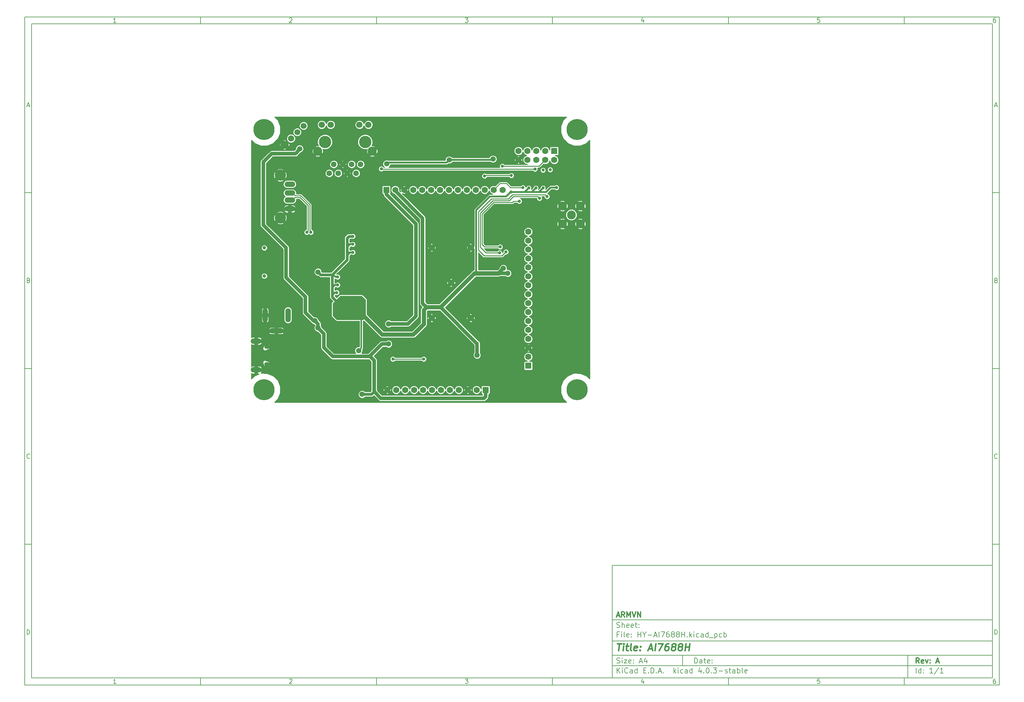
<source format=gbl>
G04 #@! TF.FileFunction,Copper,L2,Bot,Signal*
%FSLAX46Y46*%
G04 Gerber Fmt 4.6, Leading zero omitted, Abs format (unit mm)*
G04 Created by KiCad (PCBNEW 4.0.3-stable) date 11/15/16 10:24:21*
%MOMM*%
%LPD*%
G01*
G04 APERTURE LIST*
%ADD10C,0.100000*%
%ADD11C,0.150000*%
%ADD12C,0.300000*%
%ADD13C,0.400000*%
%ADD14C,1.800000*%
%ADD15C,0.900000*%
%ADD16O,1.500000X1.100000*%
%ADD17O,3.000000X1.500000*%
%ADD18C,6.000000*%
%ADD19C,1.778000*%
%ADD20R,1.778000X1.778000*%
%ADD21R,1.700000X1.700000*%
%ADD22C,1.700000*%
%ADD23C,3.200000*%
%ADD24O,1.510000X4.000000*%
%ADD25O,4.000000X1.510000*%
%ADD26C,2.500000*%
%ADD27C,1.600000*%
%ADD28C,2.600000*%
%ADD29C,3.500000*%
%ADD30C,1.000000*%
%ADD31C,1.500000*%
%ADD32C,0.762000*%
%ADD33C,1.016000*%
%ADD34C,0.508000*%
%ADD35C,1.220000*%
%ADD36C,0.381000*%
%ADD37C,1.270000*%
%ADD38C,0.254000*%
G04 APERTURE END LIST*
D10*
D11*
X177002200Y-166007200D02*
X177002200Y-198007200D01*
X285002200Y-198007200D01*
X285002200Y-166007200D01*
X177002200Y-166007200D01*
D10*
D11*
X10000000Y-10000000D02*
X10000000Y-200007200D01*
X287002200Y-200007200D01*
X287002200Y-10000000D01*
X10000000Y-10000000D01*
D10*
D11*
X12000000Y-12000000D02*
X12000000Y-198007200D01*
X285002200Y-198007200D01*
X285002200Y-12000000D01*
X12000000Y-12000000D01*
D10*
D11*
X60000000Y-12000000D02*
X60000000Y-10000000D01*
D10*
D11*
X110000000Y-12000000D02*
X110000000Y-10000000D01*
D10*
D11*
X160000000Y-12000000D02*
X160000000Y-10000000D01*
D10*
D11*
X210000000Y-12000000D02*
X210000000Y-10000000D01*
D10*
D11*
X260000000Y-12000000D02*
X260000000Y-10000000D01*
D10*
D11*
X35990476Y-11588095D02*
X35247619Y-11588095D01*
X35619048Y-11588095D02*
X35619048Y-10288095D01*
X35495238Y-10473810D01*
X35371429Y-10597619D01*
X35247619Y-10659524D01*
D10*
D11*
X85247619Y-10411905D02*
X85309524Y-10350000D01*
X85433333Y-10288095D01*
X85742857Y-10288095D01*
X85866667Y-10350000D01*
X85928571Y-10411905D01*
X85990476Y-10535714D01*
X85990476Y-10659524D01*
X85928571Y-10845238D01*
X85185714Y-11588095D01*
X85990476Y-11588095D01*
D10*
D11*
X135185714Y-10288095D02*
X135990476Y-10288095D01*
X135557143Y-10783333D01*
X135742857Y-10783333D01*
X135866667Y-10845238D01*
X135928571Y-10907143D01*
X135990476Y-11030952D01*
X135990476Y-11340476D01*
X135928571Y-11464286D01*
X135866667Y-11526190D01*
X135742857Y-11588095D01*
X135371429Y-11588095D01*
X135247619Y-11526190D01*
X135185714Y-11464286D01*
D10*
D11*
X185866667Y-10721429D02*
X185866667Y-11588095D01*
X185557143Y-10226190D02*
X185247619Y-11154762D01*
X186052381Y-11154762D01*
D10*
D11*
X235928571Y-10288095D02*
X235309524Y-10288095D01*
X235247619Y-10907143D01*
X235309524Y-10845238D01*
X235433333Y-10783333D01*
X235742857Y-10783333D01*
X235866667Y-10845238D01*
X235928571Y-10907143D01*
X235990476Y-11030952D01*
X235990476Y-11340476D01*
X235928571Y-11464286D01*
X235866667Y-11526190D01*
X235742857Y-11588095D01*
X235433333Y-11588095D01*
X235309524Y-11526190D01*
X235247619Y-11464286D01*
D10*
D11*
X285866667Y-10288095D02*
X285619048Y-10288095D01*
X285495238Y-10350000D01*
X285433333Y-10411905D01*
X285309524Y-10597619D01*
X285247619Y-10845238D01*
X285247619Y-11340476D01*
X285309524Y-11464286D01*
X285371429Y-11526190D01*
X285495238Y-11588095D01*
X285742857Y-11588095D01*
X285866667Y-11526190D01*
X285928571Y-11464286D01*
X285990476Y-11340476D01*
X285990476Y-11030952D01*
X285928571Y-10907143D01*
X285866667Y-10845238D01*
X285742857Y-10783333D01*
X285495238Y-10783333D01*
X285371429Y-10845238D01*
X285309524Y-10907143D01*
X285247619Y-11030952D01*
D10*
D11*
X60000000Y-198007200D02*
X60000000Y-200007200D01*
D10*
D11*
X110000000Y-198007200D02*
X110000000Y-200007200D01*
D10*
D11*
X160000000Y-198007200D02*
X160000000Y-200007200D01*
D10*
D11*
X210000000Y-198007200D02*
X210000000Y-200007200D01*
D10*
D11*
X260000000Y-198007200D02*
X260000000Y-200007200D01*
D10*
D11*
X35990476Y-199595295D02*
X35247619Y-199595295D01*
X35619048Y-199595295D02*
X35619048Y-198295295D01*
X35495238Y-198481010D01*
X35371429Y-198604819D01*
X35247619Y-198666724D01*
D10*
D11*
X85247619Y-198419105D02*
X85309524Y-198357200D01*
X85433333Y-198295295D01*
X85742857Y-198295295D01*
X85866667Y-198357200D01*
X85928571Y-198419105D01*
X85990476Y-198542914D01*
X85990476Y-198666724D01*
X85928571Y-198852438D01*
X85185714Y-199595295D01*
X85990476Y-199595295D01*
D10*
D11*
X135185714Y-198295295D02*
X135990476Y-198295295D01*
X135557143Y-198790533D01*
X135742857Y-198790533D01*
X135866667Y-198852438D01*
X135928571Y-198914343D01*
X135990476Y-199038152D01*
X135990476Y-199347676D01*
X135928571Y-199471486D01*
X135866667Y-199533390D01*
X135742857Y-199595295D01*
X135371429Y-199595295D01*
X135247619Y-199533390D01*
X135185714Y-199471486D01*
D10*
D11*
X185866667Y-198728629D02*
X185866667Y-199595295D01*
X185557143Y-198233390D02*
X185247619Y-199161962D01*
X186052381Y-199161962D01*
D10*
D11*
X235928571Y-198295295D02*
X235309524Y-198295295D01*
X235247619Y-198914343D01*
X235309524Y-198852438D01*
X235433333Y-198790533D01*
X235742857Y-198790533D01*
X235866667Y-198852438D01*
X235928571Y-198914343D01*
X235990476Y-199038152D01*
X235990476Y-199347676D01*
X235928571Y-199471486D01*
X235866667Y-199533390D01*
X235742857Y-199595295D01*
X235433333Y-199595295D01*
X235309524Y-199533390D01*
X235247619Y-199471486D01*
D10*
D11*
X285866667Y-198295295D02*
X285619048Y-198295295D01*
X285495238Y-198357200D01*
X285433333Y-198419105D01*
X285309524Y-198604819D01*
X285247619Y-198852438D01*
X285247619Y-199347676D01*
X285309524Y-199471486D01*
X285371429Y-199533390D01*
X285495238Y-199595295D01*
X285742857Y-199595295D01*
X285866667Y-199533390D01*
X285928571Y-199471486D01*
X285990476Y-199347676D01*
X285990476Y-199038152D01*
X285928571Y-198914343D01*
X285866667Y-198852438D01*
X285742857Y-198790533D01*
X285495238Y-198790533D01*
X285371429Y-198852438D01*
X285309524Y-198914343D01*
X285247619Y-199038152D01*
D10*
D11*
X10000000Y-60000000D02*
X12000000Y-60000000D01*
D10*
D11*
X10000000Y-110000000D02*
X12000000Y-110000000D01*
D10*
D11*
X10000000Y-160000000D02*
X12000000Y-160000000D01*
D10*
D11*
X10690476Y-35216667D02*
X11309524Y-35216667D01*
X10566667Y-35588095D02*
X11000000Y-34288095D01*
X11433333Y-35588095D01*
D10*
D11*
X11092857Y-84907143D02*
X11278571Y-84969048D01*
X11340476Y-85030952D01*
X11402381Y-85154762D01*
X11402381Y-85340476D01*
X11340476Y-85464286D01*
X11278571Y-85526190D01*
X11154762Y-85588095D01*
X10659524Y-85588095D01*
X10659524Y-84288095D01*
X11092857Y-84288095D01*
X11216667Y-84350000D01*
X11278571Y-84411905D01*
X11340476Y-84535714D01*
X11340476Y-84659524D01*
X11278571Y-84783333D01*
X11216667Y-84845238D01*
X11092857Y-84907143D01*
X10659524Y-84907143D01*
D10*
D11*
X11402381Y-135464286D02*
X11340476Y-135526190D01*
X11154762Y-135588095D01*
X11030952Y-135588095D01*
X10845238Y-135526190D01*
X10721429Y-135402381D01*
X10659524Y-135278571D01*
X10597619Y-135030952D01*
X10597619Y-134845238D01*
X10659524Y-134597619D01*
X10721429Y-134473810D01*
X10845238Y-134350000D01*
X11030952Y-134288095D01*
X11154762Y-134288095D01*
X11340476Y-134350000D01*
X11402381Y-134411905D01*
D10*
D11*
X10659524Y-185588095D02*
X10659524Y-184288095D01*
X10969048Y-184288095D01*
X11154762Y-184350000D01*
X11278571Y-184473810D01*
X11340476Y-184597619D01*
X11402381Y-184845238D01*
X11402381Y-185030952D01*
X11340476Y-185278571D01*
X11278571Y-185402381D01*
X11154762Y-185526190D01*
X10969048Y-185588095D01*
X10659524Y-185588095D01*
D10*
D11*
X287002200Y-60000000D02*
X285002200Y-60000000D01*
D10*
D11*
X287002200Y-110000000D02*
X285002200Y-110000000D01*
D10*
D11*
X287002200Y-160000000D02*
X285002200Y-160000000D01*
D10*
D11*
X285692676Y-35216667D02*
X286311724Y-35216667D01*
X285568867Y-35588095D02*
X286002200Y-34288095D01*
X286435533Y-35588095D01*
D10*
D11*
X286095057Y-84907143D02*
X286280771Y-84969048D01*
X286342676Y-85030952D01*
X286404581Y-85154762D01*
X286404581Y-85340476D01*
X286342676Y-85464286D01*
X286280771Y-85526190D01*
X286156962Y-85588095D01*
X285661724Y-85588095D01*
X285661724Y-84288095D01*
X286095057Y-84288095D01*
X286218867Y-84350000D01*
X286280771Y-84411905D01*
X286342676Y-84535714D01*
X286342676Y-84659524D01*
X286280771Y-84783333D01*
X286218867Y-84845238D01*
X286095057Y-84907143D01*
X285661724Y-84907143D01*
D10*
D11*
X286404581Y-135464286D02*
X286342676Y-135526190D01*
X286156962Y-135588095D01*
X286033152Y-135588095D01*
X285847438Y-135526190D01*
X285723629Y-135402381D01*
X285661724Y-135278571D01*
X285599819Y-135030952D01*
X285599819Y-134845238D01*
X285661724Y-134597619D01*
X285723629Y-134473810D01*
X285847438Y-134350000D01*
X286033152Y-134288095D01*
X286156962Y-134288095D01*
X286342676Y-134350000D01*
X286404581Y-134411905D01*
D10*
D11*
X285661724Y-185588095D02*
X285661724Y-184288095D01*
X285971248Y-184288095D01*
X286156962Y-184350000D01*
X286280771Y-184473810D01*
X286342676Y-184597619D01*
X286404581Y-184845238D01*
X286404581Y-185030952D01*
X286342676Y-185278571D01*
X286280771Y-185402381D01*
X286156962Y-185526190D01*
X285971248Y-185588095D01*
X285661724Y-185588095D01*
D10*
D11*
X200359343Y-193785771D02*
X200359343Y-192285771D01*
X200716486Y-192285771D01*
X200930771Y-192357200D01*
X201073629Y-192500057D01*
X201145057Y-192642914D01*
X201216486Y-192928629D01*
X201216486Y-193142914D01*
X201145057Y-193428629D01*
X201073629Y-193571486D01*
X200930771Y-193714343D01*
X200716486Y-193785771D01*
X200359343Y-193785771D01*
X202502200Y-193785771D02*
X202502200Y-193000057D01*
X202430771Y-192857200D01*
X202287914Y-192785771D01*
X202002200Y-192785771D01*
X201859343Y-192857200D01*
X202502200Y-193714343D02*
X202359343Y-193785771D01*
X202002200Y-193785771D01*
X201859343Y-193714343D01*
X201787914Y-193571486D01*
X201787914Y-193428629D01*
X201859343Y-193285771D01*
X202002200Y-193214343D01*
X202359343Y-193214343D01*
X202502200Y-193142914D01*
X203002200Y-192785771D02*
X203573629Y-192785771D01*
X203216486Y-192285771D02*
X203216486Y-193571486D01*
X203287914Y-193714343D01*
X203430772Y-193785771D01*
X203573629Y-193785771D01*
X204645057Y-193714343D02*
X204502200Y-193785771D01*
X204216486Y-193785771D01*
X204073629Y-193714343D01*
X204002200Y-193571486D01*
X204002200Y-193000057D01*
X204073629Y-192857200D01*
X204216486Y-192785771D01*
X204502200Y-192785771D01*
X204645057Y-192857200D01*
X204716486Y-193000057D01*
X204716486Y-193142914D01*
X204002200Y-193285771D01*
X205359343Y-193642914D02*
X205430771Y-193714343D01*
X205359343Y-193785771D01*
X205287914Y-193714343D01*
X205359343Y-193642914D01*
X205359343Y-193785771D01*
X205359343Y-192857200D02*
X205430771Y-192928629D01*
X205359343Y-193000057D01*
X205287914Y-192928629D01*
X205359343Y-192857200D01*
X205359343Y-193000057D01*
D10*
D11*
X177002200Y-194507200D02*
X285002200Y-194507200D01*
D10*
D11*
X178359343Y-196585771D02*
X178359343Y-195085771D01*
X179216486Y-196585771D02*
X178573629Y-195728629D01*
X179216486Y-195085771D02*
X178359343Y-195942914D01*
X179859343Y-196585771D02*
X179859343Y-195585771D01*
X179859343Y-195085771D02*
X179787914Y-195157200D01*
X179859343Y-195228629D01*
X179930771Y-195157200D01*
X179859343Y-195085771D01*
X179859343Y-195228629D01*
X181430772Y-196442914D02*
X181359343Y-196514343D01*
X181145057Y-196585771D01*
X181002200Y-196585771D01*
X180787915Y-196514343D01*
X180645057Y-196371486D01*
X180573629Y-196228629D01*
X180502200Y-195942914D01*
X180502200Y-195728629D01*
X180573629Y-195442914D01*
X180645057Y-195300057D01*
X180787915Y-195157200D01*
X181002200Y-195085771D01*
X181145057Y-195085771D01*
X181359343Y-195157200D01*
X181430772Y-195228629D01*
X182716486Y-196585771D02*
X182716486Y-195800057D01*
X182645057Y-195657200D01*
X182502200Y-195585771D01*
X182216486Y-195585771D01*
X182073629Y-195657200D01*
X182716486Y-196514343D02*
X182573629Y-196585771D01*
X182216486Y-196585771D01*
X182073629Y-196514343D01*
X182002200Y-196371486D01*
X182002200Y-196228629D01*
X182073629Y-196085771D01*
X182216486Y-196014343D01*
X182573629Y-196014343D01*
X182716486Y-195942914D01*
X184073629Y-196585771D02*
X184073629Y-195085771D01*
X184073629Y-196514343D02*
X183930772Y-196585771D01*
X183645058Y-196585771D01*
X183502200Y-196514343D01*
X183430772Y-196442914D01*
X183359343Y-196300057D01*
X183359343Y-195871486D01*
X183430772Y-195728629D01*
X183502200Y-195657200D01*
X183645058Y-195585771D01*
X183930772Y-195585771D01*
X184073629Y-195657200D01*
X185930772Y-195800057D02*
X186430772Y-195800057D01*
X186645058Y-196585771D02*
X185930772Y-196585771D01*
X185930772Y-195085771D01*
X186645058Y-195085771D01*
X187287915Y-196442914D02*
X187359343Y-196514343D01*
X187287915Y-196585771D01*
X187216486Y-196514343D01*
X187287915Y-196442914D01*
X187287915Y-196585771D01*
X188002201Y-196585771D02*
X188002201Y-195085771D01*
X188359344Y-195085771D01*
X188573629Y-195157200D01*
X188716487Y-195300057D01*
X188787915Y-195442914D01*
X188859344Y-195728629D01*
X188859344Y-195942914D01*
X188787915Y-196228629D01*
X188716487Y-196371486D01*
X188573629Y-196514343D01*
X188359344Y-196585771D01*
X188002201Y-196585771D01*
X189502201Y-196442914D02*
X189573629Y-196514343D01*
X189502201Y-196585771D01*
X189430772Y-196514343D01*
X189502201Y-196442914D01*
X189502201Y-196585771D01*
X190145058Y-196157200D02*
X190859344Y-196157200D01*
X190002201Y-196585771D02*
X190502201Y-195085771D01*
X191002201Y-196585771D01*
X191502201Y-196442914D02*
X191573629Y-196514343D01*
X191502201Y-196585771D01*
X191430772Y-196514343D01*
X191502201Y-196442914D01*
X191502201Y-196585771D01*
X194502201Y-196585771D02*
X194502201Y-195085771D01*
X194645058Y-196014343D02*
X195073629Y-196585771D01*
X195073629Y-195585771D02*
X194502201Y-196157200D01*
X195716487Y-196585771D02*
X195716487Y-195585771D01*
X195716487Y-195085771D02*
X195645058Y-195157200D01*
X195716487Y-195228629D01*
X195787915Y-195157200D01*
X195716487Y-195085771D01*
X195716487Y-195228629D01*
X197073630Y-196514343D02*
X196930773Y-196585771D01*
X196645059Y-196585771D01*
X196502201Y-196514343D01*
X196430773Y-196442914D01*
X196359344Y-196300057D01*
X196359344Y-195871486D01*
X196430773Y-195728629D01*
X196502201Y-195657200D01*
X196645059Y-195585771D01*
X196930773Y-195585771D01*
X197073630Y-195657200D01*
X198359344Y-196585771D02*
X198359344Y-195800057D01*
X198287915Y-195657200D01*
X198145058Y-195585771D01*
X197859344Y-195585771D01*
X197716487Y-195657200D01*
X198359344Y-196514343D02*
X198216487Y-196585771D01*
X197859344Y-196585771D01*
X197716487Y-196514343D01*
X197645058Y-196371486D01*
X197645058Y-196228629D01*
X197716487Y-196085771D01*
X197859344Y-196014343D01*
X198216487Y-196014343D01*
X198359344Y-195942914D01*
X199716487Y-196585771D02*
X199716487Y-195085771D01*
X199716487Y-196514343D02*
X199573630Y-196585771D01*
X199287916Y-196585771D01*
X199145058Y-196514343D01*
X199073630Y-196442914D01*
X199002201Y-196300057D01*
X199002201Y-195871486D01*
X199073630Y-195728629D01*
X199145058Y-195657200D01*
X199287916Y-195585771D01*
X199573630Y-195585771D01*
X199716487Y-195657200D01*
X202216487Y-195585771D02*
X202216487Y-196585771D01*
X201859344Y-195014343D02*
X201502201Y-196085771D01*
X202430773Y-196085771D01*
X203002201Y-196442914D02*
X203073629Y-196514343D01*
X203002201Y-196585771D01*
X202930772Y-196514343D01*
X203002201Y-196442914D01*
X203002201Y-196585771D01*
X204002201Y-195085771D02*
X204145058Y-195085771D01*
X204287915Y-195157200D01*
X204359344Y-195228629D01*
X204430773Y-195371486D01*
X204502201Y-195657200D01*
X204502201Y-196014343D01*
X204430773Y-196300057D01*
X204359344Y-196442914D01*
X204287915Y-196514343D01*
X204145058Y-196585771D01*
X204002201Y-196585771D01*
X203859344Y-196514343D01*
X203787915Y-196442914D01*
X203716487Y-196300057D01*
X203645058Y-196014343D01*
X203645058Y-195657200D01*
X203716487Y-195371486D01*
X203787915Y-195228629D01*
X203859344Y-195157200D01*
X204002201Y-195085771D01*
X205145058Y-196442914D02*
X205216486Y-196514343D01*
X205145058Y-196585771D01*
X205073629Y-196514343D01*
X205145058Y-196442914D01*
X205145058Y-196585771D01*
X205716487Y-195085771D02*
X206645058Y-195085771D01*
X206145058Y-195657200D01*
X206359344Y-195657200D01*
X206502201Y-195728629D01*
X206573630Y-195800057D01*
X206645058Y-195942914D01*
X206645058Y-196300057D01*
X206573630Y-196442914D01*
X206502201Y-196514343D01*
X206359344Y-196585771D01*
X205930772Y-196585771D01*
X205787915Y-196514343D01*
X205716487Y-196442914D01*
X207287915Y-196014343D02*
X208430772Y-196014343D01*
X209073629Y-196514343D02*
X209216486Y-196585771D01*
X209502201Y-196585771D01*
X209645058Y-196514343D01*
X209716486Y-196371486D01*
X209716486Y-196300057D01*
X209645058Y-196157200D01*
X209502201Y-196085771D01*
X209287915Y-196085771D01*
X209145058Y-196014343D01*
X209073629Y-195871486D01*
X209073629Y-195800057D01*
X209145058Y-195657200D01*
X209287915Y-195585771D01*
X209502201Y-195585771D01*
X209645058Y-195657200D01*
X210145058Y-195585771D02*
X210716487Y-195585771D01*
X210359344Y-195085771D02*
X210359344Y-196371486D01*
X210430772Y-196514343D01*
X210573630Y-196585771D01*
X210716487Y-196585771D01*
X211859344Y-196585771D02*
X211859344Y-195800057D01*
X211787915Y-195657200D01*
X211645058Y-195585771D01*
X211359344Y-195585771D01*
X211216487Y-195657200D01*
X211859344Y-196514343D02*
X211716487Y-196585771D01*
X211359344Y-196585771D01*
X211216487Y-196514343D01*
X211145058Y-196371486D01*
X211145058Y-196228629D01*
X211216487Y-196085771D01*
X211359344Y-196014343D01*
X211716487Y-196014343D01*
X211859344Y-195942914D01*
X212573630Y-196585771D02*
X212573630Y-195085771D01*
X212573630Y-195657200D02*
X212716487Y-195585771D01*
X213002201Y-195585771D01*
X213145058Y-195657200D01*
X213216487Y-195728629D01*
X213287916Y-195871486D01*
X213287916Y-196300057D01*
X213216487Y-196442914D01*
X213145058Y-196514343D01*
X213002201Y-196585771D01*
X212716487Y-196585771D01*
X212573630Y-196514343D01*
X214145059Y-196585771D02*
X214002201Y-196514343D01*
X213930773Y-196371486D01*
X213930773Y-195085771D01*
X215287915Y-196514343D02*
X215145058Y-196585771D01*
X214859344Y-196585771D01*
X214716487Y-196514343D01*
X214645058Y-196371486D01*
X214645058Y-195800057D01*
X214716487Y-195657200D01*
X214859344Y-195585771D01*
X215145058Y-195585771D01*
X215287915Y-195657200D01*
X215359344Y-195800057D01*
X215359344Y-195942914D01*
X214645058Y-196085771D01*
D10*
D11*
X177002200Y-191507200D02*
X285002200Y-191507200D01*
D10*
D12*
X264216486Y-193785771D02*
X263716486Y-193071486D01*
X263359343Y-193785771D02*
X263359343Y-192285771D01*
X263930771Y-192285771D01*
X264073629Y-192357200D01*
X264145057Y-192428629D01*
X264216486Y-192571486D01*
X264216486Y-192785771D01*
X264145057Y-192928629D01*
X264073629Y-193000057D01*
X263930771Y-193071486D01*
X263359343Y-193071486D01*
X265430771Y-193714343D02*
X265287914Y-193785771D01*
X265002200Y-193785771D01*
X264859343Y-193714343D01*
X264787914Y-193571486D01*
X264787914Y-193000057D01*
X264859343Y-192857200D01*
X265002200Y-192785771D01*
X265287914Y-192785771D01*
X265430771Y-192857200D01*
X265502200Y-193000057D01*
X265502200Y-193142914D01*
X264787914Y-193285771D01*
X266002200Y-192785771D02*
X266359343Y-193785771D01*
X266716485Y-192785771D01*
X267287914Y-193642914D02*
X267359342Y-193714343D01*
X267287914Y-193785771D01*
X267216485Y-193714343D01*
X267287914Y-193642914D01*
X267287914Y-193785771D01*
X267287914Y-192857200D02*
X267359342Y-192928629D01*
X267287914Y-193000057D01*
X267216485Y-192928629D01*
X267287914Y-192857200D01*
X267287914Y-193000057D01*
X269073628Y-193357200D02*
X269787914Y-193357200D01*
X268930771Y-193785771D02*
X269430771Y-192285771D01*
X269930771Y-193785771D01*
D10*
D11*
X178287914Y-193714343D02*
X178502200Y-193785771D01*
X178859343Y-193785771D01*
X179002200Y-193714343D01*
X179073629Y-193642914D01*
X179145057Y-193500057D01*
X179145057Y-193357200D01*
X179073629Y-193214343D01*
X179002200Y-193142914D01*
X178859343Y-193071486D01*
X178573629Y-193000057D01*
X178430771Y-192928629D01*
X178359343Y-192857200D01*
X178287914Y-192714343D01*
X178287914Y-192571486D01*
X178359343Y-192428629D01*
X178430771Y-192357200D01*
X178573629Y-192285771D01*
X178930771Y-192285771D01*
X179145057Y-192357200D01*
X179787914Y-193785771D02*
X179787914Y-192785771D01*
X179787914Y-192285771D02*
X179716485Y-192357200D01*
X179787914Y-192428629D01*
X179859342Y-192357200D01*
X179787914Y-192285771D01*
X179787914Y-192428629D01*
X180359343Y-192785771D02*
X181145057Y-192785771D01*
X180359343Y-193785771D01*
X181145057Y-193785771D01*
X182287914Y-193714343D02*
X182145057Y-193785771D01*
X181859343Y-193785771D01*
X181716486Y-193714343D01*
X181645057Y-193571486D01*
X181645057Y-193000057D01*
X181716486Y-192857200D01*
X181859343Y-192785771D01*
X182145057Y-192785771D01*
X182287914Y-192857200D01*
X182359343Y-193000057D01*
X182359343Y-193142914D01*
X181645057Y-193285771D01*
X183002200Y-193642914D02*
X183073628Y-193714343D01*
X183002200Y-193785771D01*
X182930771Y-193714343D01*
X183002200Y-193642914D01*
X183002200Y-193785771D01*
X183002200Y-192857200D02*
X183073628Y-192928629D01*
X183002200Y-193000057D01*
X182930771Y-192928629D01*
X183002200Y-192857200D01*
X183002200Y-193000057D01*
X184787914Y-193357200D02*
X185502200Y-193357200D01*
X184645057Y-193785771D02*
X185145057Y-192285771D01*
X185645057Y-193785771D01*
X186787914Y-192785771D02*
X186787914Y-193785771D01*
X186430771Y-192214343D02*
X186073628Y-193285771D01*
X187002200Y-193285771D01*
D10*
D11*
X263359343Y-196585771D02*
X263359343Y-195085771D01*
X264716486Y-196585771D02*
X264716486Y-195085771D01*
X264716486Y-196514343D02*
X264573629Y-196585771D01*
X264287915Y-196585771D01*
X264145057Y-196514343D01*
X264073629Y-196442914D01*
X264002200Y-196300057D01*
X264002200Y-195871486D01*
X264073629Y-195728629D01*
X264145057Y-195657200D01*
X264287915Y-195585771D01*
X264573629Y-195585771D01*
X264716486Y-195657200D01*
X265430772Y-196442914D02*
X265502200Y-196514343D01*
X265430772Y-196585771D01*
X265359343Y-196514343D01*
X265430772Y-196442914D01*
X265430772Y-196585771D01*
X265430772Y-195657200D02*
X265502200Y-195728629D01*
X265430772Y-195800057D01*
X265359343Y-195728629D01*
X265430772Y-195657200D01*
X265430772Y-195800057D01*
X268073629Y-196585771D02*
X267216486Y-196585771D01*
X267645058Y-196585771D02*
X267645058Y-195085771D01*
X267502201Y-195300057D01*
X267359343Y-195442914D01*
X267216486Y-195514343D01*
X269787914Y-195014343D02*
X268502200Y-196942914D01*
X271073629Y-196585771D02*
X270216486Y-196585771D01*
X270645058Y-196585771D02*
X270645058Y-195085771D01*
X270502201Y-195300057D01*
X270359343Y-195442914D01*
X270216486Y-195514343D01*
D10*
D11*
X177002200Y-187507200D02*
X285002200Y-187507200D01*
D10*
D13*
X178454581Y-188211962D02*
X179597438Y-188211962D01*
X178776010Y-190211962D02*
X179026010Y-188211962D01*
X180014105Y-190211962D02*
X180180771Y-188878629D01*
X180264105Y-188211962D02*
X180156962Y-188307200D01*
X180240295Y-188402438D01*
X180347439Y-188307200D01*
X180264105Y-188211962D01*
X180240295Y-188402438D01*
X180847438Y-188878629D02*
X181609343Y-188878629D01*
X181216486Y-188211962D02*
X181002200Y-189926248D01*
X181073630Y-190116724D01*
X181252201Y-190211962D01*
X181442677Y-190211962D01*
X182395058Y-190211962D02*
X182216487Y-190116724D01*
X182145057Y-189926248D01*
X182359343Y-188211962D01*
X183930772Y-190116724D02*
X183728391Y-190211962D01*
X183347439Y-190211962D01*
X183168867Y-190116724D01*
X183097438Y-189926248D01*
X183192676Y-189164343D01*
X183311724Y-188973867D01*
X183514105Y-188878629D01*
X183895057Y-188878629D01*
X184073629Y-188973867D01*
X184145057Y-189164343D01*
X184121248Y-189354819D01*
X183145057Y-189545295D01*
X184895057Y-190021486D02*
X184978392Y-190116724D01*
X184871248Y-190211962D01*
X184787915Y-190116724D01*
X184895057Y-190021486D01*
X184871248Y-190211962D01*
X185026010Y-188973867D02*
X185109344Y-189069105D01*
X185002200Y-189164343D01*
X184918867Y-189069105D01*
X185026010Y-188973867D01*
X185002200Y-189164343D01*
X187323629Y-189640533D02*
X188276010Y-189640533D01*
X187061725Y-190211962D02*
X187978392Y-188211962D01*
X188395059Y-190211962D01*
X189061725Y-190211962D02*
X189311725Y-188211962D01*
X190073630Y-188211962D02*
X191406964Y-188211962D01*
X190299821Y-190211962D01*
X193026011Y-188211962D02*
X192645059Y-188211962D01*
X192442678Y-188307200D01*
X192335535Y-188402438D01*
X192109344Y-188688152D01*
X191966487Y-189069105D01*
X191871249Y-189831010D01*
X191942677Y-190021486D01*
X192026012Y-190116724D01*
X192204583Y-190211962D01*
X192585535Y-190211962D01*
X192787916Y-190116724D01*
X192895058Y-190021486D01*
X193014107Y-189831010D01*
X193073631Y-189354819D01*
X193002201Y-189164343D01*
X192918868Y-189069105D01*
X192740297Y-188973867D01*
X192359345Y-188973867D01*
X192156964Y-189069105D01*
X192049820Y-189164343D01*
X191930773Y-189354819D01*
X194252202Y-189069105D02*
X194073631Y-188973867D01*
X193990296Y-188878629D01*
X193918868Y-188688152D01*
X193930773Y-188592914D01*
X194049820Y-188402438D01*
X194156964Y-188307200D01*
X194359345Y-188211962D01*
X194740297Y-188211962D01*
X194918868Y-188307200D01*
X195002201Y-188402438D01*
X195073631Y-188592914D01*
X195061726Y-188688152D01*
X194942677Y-188878629D01*
X194835535Y-188973867D01*
X194633154Y-189069105D01*
X194252202Y-189069105D01*
X194049821Y-189164343D01*
X193942677Y-189259581D01*
X193823630Y-189450057D01*
X193776011Y-189831010D01*
X193847439Y-190021486D01*
X193930774Y-190116724D01*
X194109345Y-190211962D01*
X194490297Y-190211962D01*
X194692678Y-190116724D01*
X194799820Y-190021486D01*
X194918869Y-189831010D01*
X194966488Y-189450057D01*
X194895058Y-189259581D01*
X194811725Y-189164343D01*
X194633154Y-189069105D01*
X196156964Y-189069105D02*
X195978393Y-188973867D01*
X195895058Y-188878629D01*
X195823630Y-188688152D01*
X195835535Y-188592914D01*
X195954582Y-188402438D01*
X196061726Y-188307200D01*
X196264107Y-188211962D01*
X196645059Y-188211962D01*
X196823630Y-188307200D01*
X196906963Y-188402438D01*
X196978393Y-188592914D01*
X196966488Y-188688152D01*
X196847439Y-188878629D01*
X196740297Y-188973867D01*
X196537916Y-189069105D01*
X196156964Y-189069105D01*
X195954583Y-189164343D01*
X195847439Y-189259581D01*
X195728392Y-189450057D01*
X195680773Y-189831010D01*
X195752201Y-190021486D01*
X195835536Y-190116724D01*
X196014107Y-190211962D01*
X196395059Y-190211962D01*
X196597440Y-190116724D01*
X196704582Y-190021486D01*
X196823631Y-189831010D01*
X196871250Y-189450057D01*
X196799820Y-189259581D01*
X196716487Y-189164343D01*
X196537916Y-189069105D01*
X197633154Y-190211962D02*
X197883154Y-188211962D01*
X197764106Y-189164343D02*
X198906964Y-189164343D01*
X198776012Y-190211962D02*
X199026012Y-188211962D01*
D10*
D11*
X178859343Y-185600057D02*
X178359343Y-185600057D01*
X178359343Y-186385771D02*
X178359343Y-184885771D01*
X179073629Y-184885771D01*
X179645057Y-186385771D02*
X179645057Y-185385771D01*
X179645057Y-184885771D02*
X179573628Y-184957200D01*
X179645057Y-185028629D01*
X179716485Y-184957200D01*
X179645057Y-184885771D01*
X179645057Y-185028629D01*
X180573629Y-186385771D02*
X180430771Y-186314343D01*
X180359343Y-186171486D01*
X180359343Y-184885771D01*
X181716485Y-186314343D02*
X181573628Y-186385771D01*
X181287914Y-186385771D01*
X181145057Y-186314343D01*
X181073628Y-186171486D01*
X181073628Y-185600057D01*
X181145057Y-185457200D01*
X181287914Y-185385771D01*
X181573628Y-185385771D01*
X181716485Y-185457200D01*
X181787914Y-185600057D01*
X181787914Y-185742914D01*
X181073628Y-185885771D01*
X182430771Y-186242914D02*
X182502199Y-186314343D01*
X182430771Y-186385771D01*
X182359342Y-186314343D01*
X182430771Y-186242914D01*
X182430771Y-186385771D01*
X182430771Y-185457200D02*
X182502199Y-185528629D01*
X182430771Y-185600057D01*
X182359342Y-185528629D01*
X182430771Y-185457200D01*
X182430771Y-185600057D01*
X184287914Y-186385771D02*
X184287914Y-184885771D01*
X184287914Y-185600057D02*
X185145057Y-185600057D01*
X185145057Y-186385771D02*
X185145057Y-184885771D01*
X186145057Y-185671486D02*
X186145057Y-186385771D01*
X185645057Y-184885771D02*
X186145057Y-185671486D01*
X186645057Y-184885771D01*
X187145057Y-185814343D02*
X188287914Y-185814343D01*
X188930771Y-185957200D02*
X189645057Y-185957200D01*
X188787914Y-186385771D02*
X189287914Y-184885771D01*
X189787914Y-186385771D01*
X190287914Y-186385771D02*
X190287914Y-184885771D01*
X190859343Y-184885771D02*
X191859343Y-184885771D01*
X191216486Y-186385771D01*
X193073628Y-184885771D02*
X192787914Y-184885771D01*
X192645057Y-184957200D01*
X192573628Y-185028629D01*
X192430771Y-185242914D01*
X192359342Y-185528629D01*
X192359342Y-186100057D01*
X192430771Y-186242914D01*
X192502199Y-186314343D01*
X192645057Y-186385771D01*
X192930771Y-186385771D01*
X193073628Y-186314343D01*
X193145057Y-186242914D01*
X193216485Y-186100057D01*
X193216485Y-185742914D01*
X193145057Y-185600057D01*
X193073628Y-185528629D01*
X192930771Y-185457200D01*
X192645057Y-185457200D01*
X192502199Y-185528629D01*
X192430771Y-185600057D01*
X192359342Y-185742914D01*
X194073628Y-185528629D02*
X193930770Y-185457200D01*
X193859342Y-185385771D01*
X193787913Y-185242914D01*
X193787913Y-185171486D01*
X193859342Y-185028629D01*
X193930770Y-184957200D01*
X194073628Y-184885771D01*
X194359342Y-184885771D01*
X194502199Y-184957200D01*
X194573628Y-185028629D01*
X194645056Y-185171486D01*
X194645056Y-185242914D01*
X194573628Y-185385771D01*
X194502199Y-185457200D01*
X194359342Y-185528629D01*
X194073628Y-185528629D01*
X193930770Y-185600057D01*
X193859342Y-185671486D01*
X193787913Y-185814343D01*
X193787913Y-186100057D01*
X193859342Y-186242914D01*
X193930770Y-186314343D01*
X194073628Y-186385771D01*
X194359342Y-186385771D01*
X194502199Y-186314343D01*
X194573628Y-186242914D01*
X194645056Y-186100057D01*
X194645056Y-185814343D01*
X194573628Y-185671486D01*
X194502199Y-185600057D01*
X194359342Y-185528629D01*
X195502199Y-185528629D02*
X195359341Y-185457200D01*
X195287913Y-185385771D01*
X195216484Y-185242914D01*
X195216484Y-185171486D01*
X195287913Y-185028629D01*
X195359341Y-184957200D01*
X195502199Y-184885771D01*
X195787913Y-184885771D01*
X195930770Y-184957200D01*
X196002199Y-185028629D01*
X196073627Y-185171486D01*
X196073627Y-185242914D01*
X196002199Y-185385771D01*
X195930770Y-185457200D01*
X195787913Y-185528629D01*
X195502199Y-185528629D01*
X195359341Y-185600057D01*
X195287913Y-185671486D01*
X195216484Y-185814343D01*
X195216484Y-186100057D01*
X195287913Y-186242914D01*
X195359341Y-186314343D01*
X195502199Y-186385771D01*
X195787913Y-186385771D01*
X195930770Y-186314343D01*
X196002199Y-186242914D01*
X196073627Y-186100057D01*
X196073627Y-185814343D01*
X196002199Y-185671486D01*
X195930770Y-185600057D01*
X195787913Y-185528629D01*
X196716484Y-186385771D02*
X196716484Y-184885771D01*
X196716484Y-185600057D02*
X197573627Y-185600057D01*
X197573627Y-186385771D02*
X197573627Y-184885771D01*
X198287913Y-186242914D02*
X198359341Y-186314343D01*
X198287913Y-186385771D01*
X198216484Y-186314343D01*
X198287913Y-186242914D01*
X198287913Y-186385771D01*
X199002199Y-186385771D02*
X199002199Y-184885771D01*
X199145056Y-185814343D02*
X199573627Y-186385771D01*
X199573627Y-185385771D02*
X199002199Y-185957200D01*
X200216485Y-186385771D02*
X200216485Y-185385771D01*
X200216485Y-184885771D02*
X200145056Y-184957200D01*
X200216485Y-185028629D01*
X200287913Y-184957200D01*
X200216485Y-184885771D01*
X200216485Y-185028629D01*
X201573628Y-186314343D02*
X201430771Y-186385771D01*
X201145057Y-186385771D01*
X201002199Y-186314343D01*
X200930771Y-186242914D01*
X200859342Y-186100057D01*
X200859342Y-185671486D01*
X200930771Y-185528629D01*
X201002199Y-185457200D01*
X201145057Y-185385771D01*
X201430771Y-185385771D01*
X201573628Y-185457200D01*
X202859342Y-186385771D02*
X202859342Y-185600057D01*
X202787913Y-185457200D01*
X202645056Y-185385771D01*
X202359342Y-185385771D01*
X202216485Y-185457200D01*
X202859342Y-186314343D02*
X202716485Y-186385771D01*
X202359342Y-186385771D01*
X202216485Y-186314343D01*
X202145056Y-186171486D01*
X202145056Y-186028629D01*
X202216485Y-185885771D01*
X202359342Y-185814343D01*
X202716485Y-185814343D01*
X202859342Y-185742914D01*
X204216485Y-186385771D02*
X204216485Y-184885771D01*
X204216485Y-186314343D02*
X204073628Y-186385771D01*
X203787914Y-186385771D01*
X203645056Y-186314343D01*
X203573628Y-186242914D01*
X203502199Y-186100057D01*
X203502199Y-185671486D01*
X203573628Y-185528629D01*
X203645056Y-185457200D01*
X203787914Y-185385771D01*
X204073628Y-185385771D01*
X204216485Y-185457200D01*
X204573628Y-186528629D02*
X205716485Y-186528629D01*
X206073628Y-185385771D02*
X206073628Y-186885771D01*
X206073628Y-185457200D02*
X206216485Y-185385771D01*
X206502199Y-185385771D01*
X206645056Y-185457200D01*
X206716485Y-185528629D01*
X206787914Y-185671486D01*
X206787914Y-186100057D01*
X206716485Y-186242914D01*
X206645056Y-186314343D01*
X206502199Y-186385771D01*
X206216485Y-186385771D01*
X206073628Y-186314343D01*
X208073628Y-186314343D02*
X207930771Y-186385771D01*
X207645057Y-186385771D01*
X207502199Y-186314343D01*
X207430771Y-186242914D01*
X207359342Y-186100057D01*
X207359342Y-185671486D01*
X207430771Y-185528629D01*
X207502199Y-185457200D01*
X207645057Y-185385771D01*
X207930771Y-185385771D01*
X208073628Y-185457200D01*
X208716485Y-186385771D02*
X208716485Y-184885771D01*
X208716485Y-185457200D02*
X208859342Y-185385771D01*
X209145056Y-185385771D01*
X209287913Y-185457200D01*
X209359342Y-185528629D01*
X209430771Y-185671486D01*
X209430771Y-186100057D01*
X209359342Y-186242914D01*
X209287913Y-186314343D01*
X209145056Y-186385771D01*
X208859342Y-186385771D01*
X208716485Y-186314343D01*
D10*
D11*
X177002200Y-181507200D02*
X285002200Y-181507200D01*
D10*
D11*
X178287914Y-183614343D02*
X178502200Y-183685771D01*
X178859343Y-183685771D01*
X179002200Y-183614343D01*
X179073629Y-183542914D01*
X179145057Y-183400057D01*
X179145057Y-183257200D01*
X179073629Y-183114343D01*
X179002200Y-183042914D01*
X178859343Y-182971486D01*
X178573629Y-182900057D01*
X178430771Y-182828629D01*
X178359343Y-182757200D01*
X178287914Y-182614343D01*
X178287914Y-182471486D01*
X178359343Y-182328629D01*
X178430771Y-182257200D01*
X178573629Y-182185771D01*
X178930771Y-182185771D01*
X179145057Y-182257200D01*
X179787914Y-183685771D02*
X179787914Y-182185771D01*
X180430771Y-183685771D02*
X180430771Y-182900057D01*
X180359342Y-182757200D01*
X180216485Y-182685771D01*
X180002200Y-182685771D01*
X179859342Y-182757200D01*
X179787914Y-182828629D01*
X181716485Y-183614343D02*
X181573628Y-183685771D01*
X181287914Y-183685771D01*
X181145057Y-183614343D01*
X181073628Y-183471486D01*
X181073628Y-182900057D01*
X181145057Y-182757200D01*
X181287914Y-182685771D01*
X181573628Y-182685771D01*
X181716485Y-182757200D01*
X181787914Y-182900057D01*
X181787914Y-183042914D01*
X181073628Y-183185771D01*
X183002199Y-183614343D02*
X182859342Y-183685771D01*
X182573628Y-183685771D01*
X182430771Y-183614343D01*
X182359342Y-183471486D01*
X182359342Y-182900057D01*
X182430771Y-182757200D01*
X182573628Y-182685771D01*
X182859342Y-182685771D01*
X183002199Y-182757200D01*
X183073628Y-182900057D01*
X183073628Y-183042914D01*
X182359342Y-183185771D01*
X183502199Y-182685771D02*
X184073628Y-182685771D01*
X183716485Y-182185771D02*
X183716485Y-183471486D01*
X183787913Y-183614343D01*
X183930771Y-183685771D01*
X184073628Y-183685771D01*
X184573628Y-183542914D02*
X184645056Y-183614343D01*
X184573628Y-183685771D01*
X184502199Y-183614343D01*
X184573628Y-183542914D01*
X184573628Y-183685771D01*
X184573628Y-182757200D02*
X184645056Y-182828629D01*
X184573628Y-182900057D01*
X184502199Y-182828629D01*
X184573628Y-182757200D01*
X184573628Y-182900057D01*
D10*
D12*
X178287914Y-180257200D02*
X179002200Y-180257200D01*
X178145057Y-180685771D02*
X178645057Y-179185771D01*
X179145057Y-180685771D01*
X180502200Y-180685771D02*
X180002200Y-179971486D01*
X179645057Y-180685771D02*
X179645057Y-179185771D01*
X180216485Y-179185771D01*
X180359343Y-179257200D01*
X180430771Y-179328629D01*
X180502200Y-179471486D01*
X180502200Y-179685771D01*
X180430771Y-179828629D01*
X180359343Y-179900057D01*
X180216485Y-179971486D01*
X179645057Y-179971486D01*
X181145057Y-180685771D02*
X181145057Y-179185771D01*
X181645057Y-180257200D01*
X182145057Y-179185771D01*
X182145057Y-180685771D01*
X182645057Y-179185771D02*
X183145057Y-180685771D01*
X183645057Y-179185771D01*
X184145057Y-180685771D02*
X184145057Y-179185771D01*
X185002200Y-180685771D01*
X185002200Y-179185771D01*
D10*
D11*
X197002200Y-191507200D02*
X197002200Y-194507200D01*
D10*
D11*
X261002200Y-191507200D02*
X261002200Y-198007200D01*
D14*
X125687000Y-95598000D03*
X136737000Y-95598000D03*
X136737000Y-75598000D03*
X125687000Y-75598000D03*
D15*
X98933000Y-97155000D03*
X101727000Y-97536000D03*
X119126000Y-105918000D03*
X115824000Y-102489000D03*
X112395000Y-105283000D03*
X116586000Y-105283000D03*
X100838000Y-83185000D03*
X89408000Y-110871000D03*
X128905000Y-54610000D03*
X139446000Y-57150000D03*
X99187000Y-56896000D03*
X104140000Y-56896000D03*
X104013000Y-59436000D03*
X115062000Y-73025000D03*
X97282000Y-118364000D03*
X164592000Y-76454000D03*
X163576000Y-79756000D03*
X165100000Y-83820000D03*
X164338000Y-92710000D03*
X164338000Y-101600000D03*
X164338000Y-110236000D03*
X160528000Y-118364000D03*
X146304000Y-118110000D03*
X150622000Y-72390000D03*
X151130000Y-100330000D03*
X148336000Y-109474000D03*
X142748000Y-112776000D03*
X113538000Y-111252000D03*
X117348000Y-110744000D03*
X116840000Y-114046000D03*
X119380000Y-114046000D03*
X121920000Y-114046000D03*
X124460000Y-114046000D03*
X127000000Y-114046000D03*
X132080000Y-114046000D03*
X129540000Y-114046000D03*
X156718000Y-110744000D03*
X159766000Y-108712000D03*
X160020000Y-103632000D03*
X159004000Y-94234000D03*
X159004000Y-91186000D03*
X158496000Y-82804000D03*
X160528000Y-84836000D03*
X102997000Y-114046000D03*
X93599000Y-116332000D03*
X104267000Y-82042000D03*
X106172000Y-73533000D03*
X119253000Y-60960000D03*
X121666000Y-60960000D03*
X124206000Y-60960000D03*
X126619000Y-60960000D03*
X129286000Y-60960000D03*
X131699000Y-60960000D03*
X134366000Y-60960000D03*
X136906000Y-60960000D03*
X139319000Y-60960000D03*
X143637000Y-64262000D03*
X145542000Y-64643000D03*
X144145000Y-66802000D03*
X113665000Y-66167000D03*
X112268000Y-71628000D03*
X106934000Y-66294000D03*
X92456000Y-66802000D03*
X88646000Y-65786000D03*
X86614000Y-69342000D03*
X83312000Y-87376000D03*
X95758000Y-111252000D03*
X97536000Y-115062000D03*
X84328000Y-107188000D03*
X75946000Y-106426000D03*
X80010000Y-101600000D03*
X81026000Y-107696000D03*
X84328000Y-109728000D03*
X90424000Y-107696000D03*
X110871000Y-93218000D03*
X118618000Y-101981000D03*
X152654000Y-118110000D03*
X147320000Y-112522000D03*
X144018000Y-109474000D03*
X150114000Y-97790000D03*
X150114000Y-95250000D03*
X150114000Y-92710000D03*
X150114000Y-89662000D03*
X145542000Y-89662000D03*
X150114000Y-85344000D03*
X145542000Y-86360000D03*
X149606000Y-75946000D03*
X170180000Y-66294000D03*
X158496000Y-72898000D03*
X159004000Y-75438000D03*
X166878000Y-75184000D03*
X162560000Y-75184000D03*
X161290000Y-73406000D03*
X164846000Y-73406000D03*
X168910000Y-73914000D03*
X169926000Y-71882000D03*
X166878000Y-71882000D03*
X162814000Y-71882000D03*
X160020000Y-71120000D03*
X156718000Y-71374000D03*
X147320000Y-72263000D03*
X142240000Y-65786000D03*
X169418000Y-61214000D03*
X165608000Y-61214000D03*
X167640000Y-59436000D03*
X169418000Y-58166000D03*
X169418000Y-55626000D03*
X166370000Y-56896000D03*
X164084000Y-56388000D03*
X164338000Y-58674000D03*
X163068000Y-60452000D03*
X160528000Y-61214000D03*
X157734000Y-62738000D03*
D16*
X78826000Y-103859000D03*
X78826000Y-108709000D03*
D17*
X75746000Y-102184000D03*
X75746000Y-110384000D03*
D18*
X78000000Y-42000000D03*
X167000000Y-42000000D03*
X167000000Y-116000000D03*
X78000000Y-116000000D03*
D19*
X153121000Y-73645000D03*
X153121000Y-71105000D03*
X153121000Y-76185000D03*
X153121000Y-78725000D03*
X153121000Y-83805000D03*
X153121000Y-81265000D03*
X153121000Y-86345000D03*
X153121000Y-88885000D03*
X153121000Y-93965000D03*
X153121000Y-91425000D03*
X153121000Y-96505000D03*
X153121000Y-99045000D03*
D20*
X153121000Y-109205000D03*
D19*
X153121000Y-106665000D03*
X153121000Y-104125000D03*
X153121000Y-101585000D03*
X115570000Y-116078000D03*
X113030000Y-116078000D03*
X118110000Y-116078000D03*
X120650000Y-116078000D03*
X125730000Y-116078000D03*
X123190000Y-116078000D03*
X128270000Y-116078000D03*
X130810000Y-116078000D03*
D20*
X140970000Y-116078000D03*
D19*
X138430000Y-116078000D03*
X135890000Y-116078000D03*
X133350000Y-116078000D03*
X145796000Y-59182000D03*
X143256000Y-59182000D03*
X138176000Y-59182000D03*
X140716000Y-59182000D03*
X135636000Y-59182000D03*
X133096000Y-59182000D03*
X128016000Y-59182000D03*
X130556000Y-59182000D03*
X125476000Y-59182000D03*
X122936000Y-59182000D03*
D21*
X112776000Y-59182000D03*
D22*
X115316000Y-59182000D03*
D19*
X117856000Y-59182000D03*
X120396000Y-59182000D03*
X150327000Y-50658000D03*
X150327000Y-48118000D03*
X152867000Y-48118000D03*
X152867000Y-50658000D03*
X155407000Y-50658000D03*
X155407000Y-48118000D03*
D20*
X160487000Y-48118000D03*
D19*
X160487000Y-50658000D03*
X157947000Y-48118000D03*
X157947000Y-50658000D03*
D23*
X82636000Y-55002000D03*
X82636000Y-67142000D03*
D17*
X85346000Y-57572000D03*
X85346000Y-60072000D03*
X85346000Y-62072000D03*
X85346000Y-64572000D03*
D24*
X84836000Y-94818000D03*
X78336000Y-94818000D03*
D25*
X81536000Y-99268000D03*
D10*
G36*
X83878923Y-47624313D02*
X82621687Y-46367077D01*
X83878923Y-45109841D01*
X85136159Y-46367077D01*
X83878923Y-47624313D01*
X83878923Y-47624313D01*
G37*
D19*
X85674974Y-44571026D03*
D22*
X87471026Y-42774974D03*
X89267077Y-40978923D03*
D15*
X153670000Y-62738000D03*
D26*
X165354000Y-66294000D03*
X162814000Y-68834000D03*
X167894000Y-68834000D03*
X167894000Y-63754000D03*
X162814000Y-63754000D03*
D27*
X105470000Y-51898000D03*
X104200000Y-54438000D03*
X102930000Y-51898000D03*
X101660000Y-54438000D03*
X100390000Y-51898000D03*
X99120000Y-54438000D03*
X97850000Y-51898000D03*
X96580000Y-54438000D03*
D28*
X93275000Y-48198000D03*
X108765000Y-48198000D03*
D29*
X95335000Y-45548000D03*
X106765000Y-45548000D03*
D14*
X107675000Y-40648000D03*
X105135000Y-40648000D03*
X96965000Y-40648000D03*
X94425000Y-40648000D03*
X131191000Y-85598000D03*
D30*
X78114800Y-83678000D03*
X78114800Y-75677000D03*
D31*
X136779000Y-91821000D03*
X139065000Y-98044000D03*
X128142998Y-98044000D03*
X128651000Y-72644002D03*
X133350000Y-75565000D03*
X131191000Y-81534000D03*
X128016000Y-85598000D03*
D15*
X121285000Y-97409000D03*
D31*
X104774994Y-108839000D03*
X105410000Y-111379000D03*
D15*
X115443000Y-98552000D03*
D31*
X98044000Y-101981000D03*
X98298000Y-104521000D03*
D15*
X101473000Y-102870000D03*
D31*
X93091000Y-103632000D03*
D15*
X103251000Y-79248000D03*
D31*
X94869000Y-106553000D03*
D15*
X101473000Y-101092000D03*
X104140000Y-101219000D03*
X100584000Y-87757000D03*
D31*
X102743000Y-85852000D03*
X88011000Y-90297000D03*
X94996000Y-91059000D03*
X91821000Y-91186000D03*
X94361000Y-94488000D03*
D15*
X105029000Y-87630000D03*
D31*
X97028000Y-81280000D03*
X97028000Y-79248002D03*
D15*
X109474000Y-62103000D03*
X141478000Y-67310000D03*
X105918000Y-62103000D03*
X113792000Y-76581000D03*
X109347000Y-68733000D03*
X94193000Y-57150000D03*
X94615000Y-72880460D03*
X81112000Y-110236000D03*
X84455000Y-114961000D03*
X89789000Y-115958000D03*
X152146000Y-68834000D03*
X141617000Y-73698000D03*
X143552000Y-69498000D03*
X158750000Y-68834000D03*
X149098000Y-64135000D03*
X156083000Y-64135000D03*
X159258000Y-64135000D03*
X152273000Y-64135000D03*
D31*
X141605000Y-104013000D03*
X145415000Y-99187000D03*
X78572000Y-86599000D03*
D15*
X96606000Y-62723004D03*
X88732000Y-71232000D03*
X92542000Y-71232000D03*
X97621823Y-68201455D03*
X99781000Y-62850000D03*
D31*
X97876000Y-70851000D03*
X128991000Y-48880000D03*
X144231000Y-102153000D03*
X136312000Y-103998000D03*
X85938000Y-53071000D03*
X78572000Y-90028000D03*
X77175000Y-71359000D03*
X84922000Y-101077000D03*
X83017000Y-102855000D03*
X89875000Y-87488000D03*
D15*
X141183000Y-71867000D03*
X144993000Y-73698000D03*
D31*
X120990000Y-103617000D03*
X119000000Y-69500000D03*
D15*
X148295000Y-57262000D03*
D31*
X141056000Y-48753000D03*
D15*
X117053000Y-83170000D03*
X155026000Y-69835000D03*
X149438000Y-69962000D03*
D31*
X83271000Y-50785000D03*
X111465000Y-113777000D03*
X107401000Y-109078000D03*
X121117000Y-47991000D03*
X113497000Y-43038000D03*
D15*
X151470000Y-80122000D03*
X150073000Y-78852000D03*
D31*
X168107000Y-79995000D03*
X168107000Y-88885000D03*
X167980002Y-107935002D03*
X168107000Y-98791000D03*
D15*
X158201000Y-98791000D03*
X156804000Y-102347000D03*
D31*
X112608000Y-87298000D03*
X116926000Y-87298000D03*
X87081000Y-117841000D03*
X87081000Y-107935000D03*
D15*
X116799000Y-78529000D03*
X102194000Y-61961000D03*
X100670000Y-61960996D03*
X117434000Y-74534000D03*
D31*
X88351000Y-59548000D03*
X111465000Y-83170000D03*
X91272000Y-77201000D03*
X86319000Y-77455000D03*
X113411000Y-102997000D03*
X113411000Y-97282000D03*
X92456000Y-96393000D03*
X93345000Y-98425000D03*
X112862000Y-51801000D03*
X143088000Y-50404000D03*
X130642000Y-50658000D03*
X88138000Y-47498000D03*
X105877000Y-117333000D03*
D15*
X98679002Y-88392000D03*
D31*
X93345000Y-82550000D03*
D15*
X103251000Y-72390000D03*
X103251000Y-76962000D03*
X103241890Y-74661000D03*
D31*
X104902000Y-104902000D03*
X104394000Y-93091000D03*
X102489000Y-94234000D03*
X102489000Y-91948000D03*
D15*
X98933000Y-86233000D03*
X98933000Y-83947000D03*
D31*
X138557000Y-106172000D03*
D15*
X148168000Y-59802000D03*
D31*
X146009000Y-81519000D03*
D15*
X161122000Y-58532000D03*
X157312000Y-58659000D03*
X155280000Y-58659000D03*
X153248000Y-58659000D03*
D31*
X147279000Y-82916000D03*
D15*
X146771000Y-76820000D03*
X158455000Y-61072000D03*
X123403000Y-107300000D03*
X114640000Y-107300000D03*
X144969000Y-77098000D03*
X156296000Y-61579996D03*
X157312000Y-53579000D03*
X111338000Y-53198000D03*
X155026000Y-53267000D03*
X145120000Y-75398000D03*
X150581000Y-62410996D03*
X140675000Y-55230000D03*
X148295000Y-55103000D03*
X151597000Y-58532008D03*
X159344000Y-53452000D03*
X145755000Y-52436000D03*
X90187000Y-71232000D03*
X91341000Y-71232000D03*
D32*
X120142000Y-98552000D02*
X120835001Y-97858999D01*
X115443000Y-98552000D02*
X120142000Y-98552000D01*
X120835001Y-97858999D02*
X121285000Y-97409000D01*
X88732000Y-67168000D02*
X88732000Y-67549000D01*
X88732000Y-65263000D02*
X88732000Y-67168000D01*
X88732000Y-67168000D02*
X88732000Y-68946000D01*
X88732000Y-68946000D02*
X88351000Y-69327000D01*
X88041000Y-64572000D02*
X88732000Y-65263000D01*
X85346000Y-64572000D02*
X88041000Y-64572000D01*
D33*
X112776000Y-59182000D02*
X112776000Y-60496064D01*
X112776000Y-60496064D02*
X121158000Y-68878064D01*
X121158000Y-68878064D02*
X121158000Y-95067000D01*
X121158000Y-95067000D02*
X118943000Y-97282000D01*
X118943000Y-97282000D02*
X113411000Y-97282000D01*
X107315000Y-106553000D02*
X107950000Y-106553000D01*
X107950000Y-106553000D02*
X111506000Y-102997000D01*
X111506000Y-102997000D02*
X113411000Y-102997000D01*
X107315000Y-106553000D02*
X108163000Y-106553000D01*
X97536000Y-106553000D02*
X107315000Y-106553000D01*
X109306000Y-116571000D02*
X109306000Y-107696000D01*
X93345000Y-98425000D02*
X94996000Y-100076000D01*
X94996000Y-100076000D02*
X94996000Y-104013000D01*
X94996000Y-104013000D02*
X97536000Y-106553000D01*
X108163000Y-106553000D02*
X109306000Y-107696000D01*
X88097000Y-47737000D02*
X86954000Y-48880000D01*
X80223000Y-48880000D02*
X77810000Y-51293000D01*
X86954000Y-48880000D02*
X80223000Y-48880000D01*
X77810000Y-51293000D02*
X77810000Y-69200000D01*
X77810000Y-69200000D02*
X84287000Y-75677000D01*
X84287000Y-75677000D02*
X84287000Y-84131842D01*
X84287000Y-84131842D02*
X89789000Y-89633842D01*
X92075000Y-96393000D02*
X92456000Y-96393000D01*
X89789000Y-89633842D02*
X89789000Y-94107000D01*
X89789000Y-94107000D02*
X92075000Y-96393000D01*
X93345000Y-98425000D02*
X93345000Y-97282000D01*
X93345000Y-97282000D02*
X92456000Y-96393000D01*
D34*
X130642000Y-50658000D02*
X129880000Y-51420000D01*
X129880000Y-51420000D02*
X113243000Y-51420000D01*
X113243000Y-51420000D02*
X112862000Y-51801000D01*
X130642000Y-50658000D02*
X142834000Y-50658000D01*
X142834000Y-50658000D02*
X143088000Y-50404000D01*
D32*
X105877000Y-117333000D02*
X108544000Y-117333000D01*
X108544000Y-117333000D02*
X109306000Y-116571000D01*
D33*
X140970000Y-117983000D02*
X140970000Y-116078000D01*
X109306000Y-116571000D02*
X111211000Y-118476000D01*
X111211000Y-118476000D02*
X140477000Y-118476000D01*
X140477000Y-118476000D02*
X140970000Y-117983000D01*
D34*
X137881000Y-82916000D02*
X138303000Y-82494000D01*
X138303000Y-82494000D02*
X138303000Y-64968000D01*
X138303000Y-64968000D02*
X142199000Y-61072000D01*
X142199000Y-61072000D02*
X146827000Y-61072000D01*
X146827000Y-61072000D02*
X148097000Y-59802000D01*
X148097000Y-59802000D02*
X148168000Y-59802000D01*
D33*
X115316000Y-59182000D02*
X115316000Y-59490160D01*
X115316000Y-59490160D02*
X123063000Y-67237160D01*
X123063000Y-67237160D02*
X123063000Y-91440000D01*
X123063000Y-91440000D02*
X124206000Y-92583000D01*
D35*
X104394000Y-93091000D02*
X111633000Y-100330000D01*
X111633000Y-100330000D02*
X120467000Y-100330000D01*
X120467000Y-100330000D02*
X123444000Y-97353000D01*
X124206000Y-92583000D02*
X124841000Y-92583000D01*
X123444000Y-97353000D02*
X123444000Y-93345000D01*
X123444000Y-93345000D02*
X124206000Y-92583000D01*
D33*
X138557000Y-102870000D02*
X138501000Y-102870000D01*
X138501000Y-102870000D02*
X128214000Y-92583000D01*
D35*
X124841000Y-92583000D02*
X128214000Y-92583000D01*
X128214000Y-92583000D02*
X137881000Y-82916000D01*
D33*
X138557000Y-102870000D02*
X138557000Y-106172000D01*
D34*
X98171000Y-88392000D02*
X98679002Y-88392000D01*
D32*
X97409000Y-89154000D02*
X97409000Y-88392000D01*
X97409000Y-89662000D02*
X97409000Y-89154000D01*
D34*
X98171000Y-88392000D02*
X97409000Y-88392000D01*
X97409000Y-89154000D02*
X98171000Y-88392000D01*
D32*
X97409000Y-88392000D02*
X97409000Y-87122000D01*
X102489000Y-91948000D02*
X99695000Y-91948000D01*
X99695000Y-91948000D02*
X97409000Y-89662000D01*
D34*
X98933000Y-83947000D02*
X98296604Y-83947000D01*
X98296604Y-83947000D02*
X97661604Y-83312000D01*
X97661604Y-83312000D02*
X97409000Y-83312000D01*
D32*
X97409000Y-87122000D02*
X97409000Y-86233000D01*
D34*
X98933000Y-86233000D02*
X98171000Y-86233000D01*
X98171000Y-86233000D02*
X97409000Y-86233000D01*
X97409000Y-87122000D02*
X97409000Y-86995000D01*
X97409000Y-86995000D02*
X98171000Y-86233000D01*
D32*
X97409000Y-86233000D02*
X97409000Y-83312000D01*
X97409000Y-83312000D02*
X94107000Y-83312000D01*
X94107000Y-83312000D02*
X93345000Y-82550000D01*
X103251000Y-72390000D02*
X102108000Y-72390000D01*
X102108000Y-72390000D02*
X101600000Y-72898000D01*
X101600000Y-73660000D02*
X101600000Y-72898000D01*
X101600000Y-75438000D02*
X101600000Y-74676000D01*
D34*
X101600000Y-75438000D02*
X101712000Y-75438000D01*
D32*
X101600000Y-76962000D02*
X101600000Y-75438000D01*
D34*
X103241890Y-74661000D02*
X102489000Y-74661000D01*
X102489000Y-74661000D02*
X101615000Y-74661000D01*
X101712000Y-75438000D02*
X102489000Y-74661000D01*
D32*
X101600000Y-74676000D02*
X101600000Y-73660000D01*
D34*
X101615000Y-74661000D02*
X101600000Y-74676000D01*
D32*
X101600000Y-77724000D02*
X101600000Y-76962000D01*
X101600000Y-79121000D02*
X101600000Y-77724000D01*
D34*
X103251000Y-76962000D02*
X102489000Y-76962000D01*
X102489000Y-76962000D02*
X101600000Y-76962000D01*
X101600000Y-77724000D02*
X101727000Y-77724000D01*
X101727000Y-77724000D02*
X102489000Y-76962000D01*
D32*
X97409000Y-83312000D02*
X101600000Y-79121000D01*
D36*
X105651999Y-99441000D02*
X105651999Y-99174999D01*
X105651999Y-104152001D02*
X105651999Y-99441000D01*
X105651999Y-99441000D02*
X105651999Y-95516001D01*
X105651999Y-99174999D02*
X105651999Y-99047999D01*
X104902000Y-104902000D02*
X105651999Y-104152001D01*
D37*
X137881000Y-82916000D02*
X144612000Y-82916000D01*
D34*
X148168000Y-59802000D02*
X152105000Y-59802000D01*
X155915000Y-59802000D02*
X158201000Y-59802000D01*
X158201000Y-59802000D02*
X159471000Y-58532000D01*
X159471000Y-58532000D02*
X161122000Y-58532000D01*
X155915000Y-59802000D02*
X156169000Y-59802000D01*
X154137000Y-59802000D02*
X155915000Y-59802000D01*
X156169000Y-59802000D02*
X157312000Y-58659000D01*
X152105000Y-59802000D02*
X154137000Y-59802000D01*
X154137000Y-59802000D02*
X155280000Y-58659000D01*
X152105000Y-59802000D02*
X153248000Y-58659000D01*
D33*
X147279000Y-82916000D02*
X144612000Y-82916000D01*
X146009000Y-81519000D02*
X145259001Y-82268999D01*
X145259001Y-82268999D02*
X144612000Y-82916000D01*
D38*
X146771000Y-76820000D02*
X145628000Y-77963000D01*
X145628000Y-77963000D02*
X140548000Y-77963000D01*
X148590000Y-60579000D02*
X157962000Y-60579000D01*
X140548000Y-77963000D02*
X138938000Y-76353000D01*
X147447000Y-61722000D02*
X148590000Y-60579000D01*
X138938000Y-76353000D02*
X138938000Y-65405000D01*
X138938000Y-65405000D02*
X142621000Y-61722000D01*
X142621000Y-61722000D02*
X147447000Y-61722000D01*
X157962000Y-60579000D02*
X158455000Y-61072000D01*
X114640000Y-107300000D02*
X123403000Y-107300000D01*
X156296000Y-61579996D02*
X155803004Y-61087000D01*
X155803004Y-61087000D02*
X148844000Y-61087000D01*
X148844000Y-61087000D02*
X147701000Y-62230000D01*
X147701000Y-62230000D02*
X143002000Y-62230000D01*
X143002000Y-62230000D02*
X139446000Y-65786000D01*
X141106000Y-77098000D02*
X144969000Y-77098000D01*
X139446000Y-65786000D02*
X139446000Y-75438000D01*
X139446000Y-75438000D02*
X141106000Y-77098000D01*
X111407000Y-53267000D02*
X111338000Y-53198000D01*
X155026000Y-53267000D02*
X111407000Y-53267000D01*
X150581000Y-62410996D02*
X148988004Y-62410996D01*
X148988004Y-62410996D02*
X148661000Y-62738000D01*
X148661000Y-62738000D02*
X143256000Y-62738000D01*
X143256000Y-62738000D02*
X139954000Y-66040000D01*
X139954000Y-66040000D02*
X139954000Y-74676000D01*
X139954000Y-74676000D02*
X140676000Y-75398000D01*
X140676000Y-75398000D02*
X145120000Y-75398000D01*
X147658604Y-55103000D02*
X140802000Y-55103000D01*
X140802000Y-55103000D02*
X140675000Y-55230000D01*
X148295000Y-55103000D02*
X147658604Y-55103000D01*
X143256000Y-59182000D02*
X145049000Y-57389000D01*
X145049000Y-57389000D02*
X146898000Y-57389000D01*
X146898000Y-57389000D02*
X148041000Y-58532000D01*
X148041000Y-58532000D02*
X151596992Y-58532000D01*
X151596992Y-58532000D02*
X151597000Y-58532008D01*
X156169000Y-52436000D02*
X146391396Y-52436000D01*
X146391396Y-52436000D02*
X145755000Y-52436000D01*
X157947000Y-50658000D02*
X156169000Y-52436000D01*
X88245790Y-61326000D02*
X86842000Y-61326000D01*
X86842000Y-61326000D02*
X86096000Y-62072000D01*
X86096000Y-62072000D02*
X85346000Y-62072000D01*
X90510001Y-63590211D02*
X88245790Y-61326000D01*
X90187000Y-71232000D02*
X90510001Y-70908999D01*
X90510001Y-70908999D02*
X90510001Y-63590211D01*
X88456210Y-60818000D02*
X86842000Y-60818000D01*
X86842000Y-60818000D02*
X86096000Y-60072000D01*
X86096000Y-60072000D02*
X85346000Y-60072000D01*
X91017999Y-63379789D02*
X88456210Y-60818000D01*
X91341000Y-71232000D02*
X91017999Y-70908999D01*
X91017999Y-70908999D02*
X91017999Y-63379789D01*
G36*
X106807000Y-90476606D02*
X106807000Y-95203019D01*
X106113587Y-96012000D01*
X98731606Y-96012000D01*
X97663000Y-94943394D01*
X97663000Y-91492606D01*
X99747606Y-89408000D01*
X105738394Y-89408000D01*
X106807000Y-90476606D01*
X106807000Y-90476606D01*
G37*
X106807000Y-90476606D02*
X106807000Y-95203019D01*
X106113587Y-96012000D01*
X98731606Y-96012000D01*
X97663000Y-94943394D01*
X97663000Y-91492606D01*
X99747606Y-89408000D01*
X105738394Y-89408000D01*
X106807000Y-90476606D01*
G36*
X163037344Y-39347233D02*
X162323813Y-41065606D01*
X162322190Y-42926231D01*
X163032720Y-44645847D01*
X164347233Y-45962656D01*
X166065606Y-46676187D01*
X167926231Y-46677810D01*
X169645847Y-45967280D01*
X170544000Y-45070693D01*
X170544000Y-112930134D01*
X169652767Y-112037344D01*
X167934394Y-111323813D01*
X166073769Y-111322190D01*
X164354153Y-112032720D01*
X163037344Y-113347233D01*
X162323813Y-115065606D01*
X162322190Y-116926231D01*
X163032720Y-118645847D01*
X163929307Y-119544000D01*
X81069866Y-119544000D01*
X81962656Y-118652767D01*
X82676187Y-116934394D01*
X82677810Y-115073769D01*
X81967280Y-113354153D01*
X80652767Y-112037344D01*
X78934394Y-111323813D01*
X77165063Y-111322270D01*
X77381654Y-110903948D01*
X77377283Y-110759000D01*
X76127000Y-110759000D01*
X76127000Y-111408018D01*
X76302568Y-111521532D01*
X76612251Y-111512885D01*
X75354153Y-112032720D01*
X74456000Y-112929307D01*
X74456000Y-111382202D01*
X74739393Y-111508966D01*
X75189432Y-111521532D01*
X75365000Y-111408018D01*
X75365000Y-110759000D01*
X75345000Y-110759000D01*
X75345000Y-110009000D01*
X75365000Y-110009000D01*
X75365000Y-109359982D01*
X76127000Y-109359982D01*
X76127000Y-110009000D01*
X77377283Y-110009000D01*
X77381654Y-109864052D01*
X77163580Y-109442866D01*
X76752607Y-109259034D01*
X76302568Y-109246468D01*
X76127000Y-109359982D01*
X75365000Y-109359982D01*
X75189432Y-109246468D01*
X74739393Y-109259034D01*
X74456000Y-109385798D01*
X74456000Y-108413914D01*
X77644886Y-108413914D01*
X77744546Y-108655109D01*
X77799000Y-108709658D01*
X77799000Y-109090002D01*
X77900943Y-109090002D01*
X77898684Y-109102623D01*
X78065923Y-109288035D01*
X78330143Y-109458291D01*
X78451000Y-109426098D01*
X78451000Y-108984000D01*
X79201000Y-108984000D01*
X79201000Y-109426098D01*
X79321857Y-109458291D01*
X79586077Y-109288035D01*
X79753316Y-109102623D01*
X79732088Y-108984000D01*
X79201000Y-108984000D01*
X78451000Y-108984000D01*
X78425000Y-108984000D01*
X78425000Y-108940109D01*
X78430914Y-108940114D01*
X78672109Y-108840454D01*
X78856806Y-108656079D01*
X78956886Y-108415059D01*
X78956980Y-108308000D01*
X79201000Y-108308000D01*
X79201000Y-108434000D01*
X79732088Y-108434000D01*
X79753316Y-108315377D01*
X79586077Y-108129965D01*
X79321857Y-107959709D01*
X79207002Y-107990303D01*
X79207002Y-107882000D01*
X78826617Y-107882000D01*
X78673079Y-107728194D01*
X78432059Y-107628114D01*
X78171086Y-107627886D01*
X77929891Y-107727546D01*
X77745194Y-107911921D01*
X77645114Y-108152941D01*
X77644886Y-108413914D01*
X74456000Y-108413914D01*
X74456000Y-104413914D01*
X77644886Y-104413914D01*
X77744546Y-104655109D01*
X77928921Y-104839806D01*
X78169941Y-104939886D01*
X78430914Y-104940114D01*
X78672109Y-104840454D01*
X78826833Y-104686000D01*
X79207002Y-104686000D01*
X79207002Y-104577697D01*
X79321857Y-104608291D01*
X79586077Y-104438035D01*
X79753316Y-104252623D01*
X79732088Y-104134000D01*
X79201000Y-104134000D01*
X79201000Y-104260000D01*
X78957021Y-104260000D01*
X78957114Y-104154086D01*
X78857454Y-103912891D01*
X78673079Y-103728194D01*
X78432059Y-103628114D01*
X78425000Y-103628108D01*
X78425000Y-103584000D01*
X78451000Y-103584000D01*
X78451000Y-103141902D01*
X79201000Y-103141902D01*
X79201000Y-103584000D01*
X79732088Y-103584000D01*
X79753316Y-103465377D01*
X79586077Y-103279965D01*
X79321857Y-103109709D01*
X79201000Y-103141902D01*
X78451000Y-103141902D01*
X78330143Y-103109709D01*
X78065923Y-103279965D01*
X77898684Y-103465377D01*
X77900943Y-103477998D01*
X77799000Y-103477998D01*
X77799000Y-103858209D01*
X77745194Y-103911921D01*
X77645114Y-104152941D01*
X77644886Y-104413914D01*
X74456000Y-104413914D01*
X74456000Y-103182202D01*
X74739393Y-103308966D01*
X75189432Y-103321532D01*
X75365000Y-103208018D01*
X75365000Y-102559000D01*
X76127000Y-102559000D01*
X76127000Y-103208018D01*
X76302568Y-103321532D01*
X76752607Y-103308966D01*
X77163580Y-103125134D01*
X77381654Y-102703948D01*
X77377283Y-102559000D01*
X76127000Y-102559000D01*
X75365000Y-102559000D01*
X75345000Y-102559000D01*
X75345000Y-101809000D01*
X75365000Y-101809000D01*
X75365000Y-101159982D01*
X76127000Y-101159982D01*
X76127000Y-101809000D01*
X77377283Y-101809000D01*
X77381654Y-101664052D01*
X77163580Y-101242866D01*
X76752607Y-101059034D01*
X76302568Y-101046468D01*
X76127000Y-101159982D01*
X75365000Y-101159982D01*
X75189432Y-101046468D01*
X74739393Y-101059034D01*
X74456000Y-101185798D01*
X74456000Y-99791104D01*
X79401401Y-99791104D01*
X79544073Y-100075641D01*
X79910000Y-100300000D01*
X81155000Y-100300000D01*
X81155000Y-99645500D01*
X81917000Y-99645500D01*
X81917000Y-100300000D01*
X83162000Y-100300000D01*
X83527927Y-100075641D01*
X83670599Y-99791104D01*
X83666653Y-99645500D01*
X81917000Y-99645500D01*
X81155000Y-99645500D01*
X79405347Y-99645500D01*
X79401401Y-99791104D01*
X74456000Y-99791104D01*
X74456000Y-98744896D01*
X79401401Y-98744896D01*
X79405347Y-98890500D01*
X81155000Y-98890500D01*
X81155000Y-98236000D01*
X81917000Y-98236000D01*
X81917000Y-98890500D01*
X83666653Y-98890500D01*
X83670599Y-98744896D01*
X83527927Y-98460359D01*
X83162000Y-98236000D01*
X81917000Y-98236000D01*
X81155000Y-98236000D01*
X79910000Y-98236000D01*
X79544073Y-98460359D01*
X79401401Y-98744896D01*
X74456000Y-98744896D01*
X74456000Y-95199000D01*
X77304000Y-95199000D01*
X77304000Y-96444000D01*
X77528359Y-96809927D01*
X77812896Y-96952599D01*
X77958500Y-96948653D01*
X77958500Y-95199000D01*
X78713500Y-95199000D01*
X78713500Y-96948653D01*
X78859104Y-96952599D01*
X79143641Y-96809927D01*
X79368000Y-96444000D01*
X79368000Y-95199000D01*
X78713500Y-95199000D01*
X77958500Y-95199000D01*
X77304000Y-95199000D01*
X74456000Y-95199000D01*
X74456000Y-93192000D01*
X77304000Y-93192000D01*
X77304000Y-94437000D01*
X77958500Y-94437000D01*
X77958500Y-92687347D01*
X78713500Y-92687347D01*
X78713500Y-94437000D01*
X79368000Y-94437000D01*
X79368000Y-93526353D01*
X83700000Y-93526353D01*
X83700000Y-96109647D01*
X83786473Y-96544375D01*
X84032727Y-96912920D01*
X84401272Y-97159174D01*
X84836000Y-97245647D01*
X85270728Y-97159174D01*
X85639273Y-96912920D01*
X85885527Y-96544375D01*
X85972000Y-96109647D01*
X85972000Y-93526353D01*
X85885527Y-93091625D01*
X85639273Y-92723080D01*
X85270728Y-92476826D01*
X84836000Y-92390353D01*
X84401272Y-92476826D01*
X84032727Y-92723080D01*
X83786473Y-93091625D01*
X83700000Y-93526353D01*
X79368000Y-93526353D01*
X79368000Y-93192000D01*
X79143641Y-92826073D01*
X78859104Y-92683401D01*
X78713500Y-92687347D01*
X77958500Y-92687347D01*
X77812896Y-92683401D01*
X77528359Y-92826073D01*
X77304000Y-93192000D01*
X74456000Y-93192000D01*
X74456000Y-83852473D01*
X77233647Y-83852473D01*
X77367489Y-84176395D01*
X77615102Y-84424440D01*
X77938789Y-84558847D01*
X78289273Y-84559153D01*
X78613195Y-84425311D01*
X78861240Y-84177698D01*
X78995647Y-83854011D01*
X78995953Y-83503527D01*
X78862111Y-83179605D01*
X78614498Y-82931560D01*
X78290811Y-82797153D01*
X77940327Y-82796847D01*
X77616405Y-82930689D01*
X77368360Y-83178302D01*
X77233953Y-83501989D01*
X77233647Y-83852473D01*
X74456000Y-83852473D01*
X74456000Y-75851473D01*
X77233647Y-75851473D01*
X77367489Y-76175395D01*
X77615102Y-76423440D01*
X77938789Y-76557847D01*
X78289273Y-76558153D01*
X78613195Y-76424311D01*
X78861240Y-76176698D01*
X78995647Y-75853011D01*
X78995953Y-75502527D01*
X78862111Y-75178605D01*
X78614498Y-74930560D01*
X78290811Y-74796153D01*
X77940327Y-74795847D01*
X77616405Y-74929689D01*
X77368360Y-75177302D01*
X77233953Y-75500989D01*
X77233647Y-75851473D01*
X74456000Y-75851473D01*
X74456000Y-51293000D01*
X76921000Y-51293000D01*
X76921000Y-69200000D01*
X76988671Y-69540206D01*
X77140253Y-69767064D01*
X77181382Y-69828618D01*
X83398000Y-76045236D01*
X83398000Y-84131842D01*
X83465671Y-84472048D01*
X83585295Y-84651077D01*
X83658382Y-84760460D01*
X88900000Y-90002078D01*
X88900000Y-94107000D01*
X88967671Y-94447206D01*
X89125530Y-94683458D01*
X89160382Y-94735618D01*
X91446382Y-97021618D01*
X91563677Y-97099992D01*
X91814503Y-97351256D01*
X92230043Y-97523804D01*
X92329655Y-97523891D01*
X92456000Y-97650236D01*
X92456000Y-97714368D01*
X92386744Y-97783503D01*
X92214196Y-98199043D01*
X92213804Y-98648983D01*
X92385625Y-99064823D01*
X92703503Y-99383256D01*
X93119043Y-99555804D01*
X93218655Y-99555891D01*
X94107000Y-100444236D01*
X94107000Y-104013000D01*
X94174671Y-104353206D01*
X94323603Y-104576098D01*
X94367382Y-104641618D01*
X96907382Y-107181618D01*
X97195794Y-107374329D01*
X97536000Y-107442000D01*
X107794764Y-107442000D01*
X108417000Y-108064236D01*
X108417000Y-116382369D01*
X108228370Y-116571000D01*
X106714411Y-116571000D01*
X106518497Y-116374744D01*
X106102957Y-116202196D01*
X105653017Y-116201804D01*
X105237177Y-116373625D01*
X104918744Y-116691503D01*
X104746196Y-117107043D01*
X104745804Y-117556983D01*
X104917625Y-117972823D01*
X105235503Y-118291256D01*
X105651043Y-118463804D01*
X106100983Y-118464196D01*
X106516823Y-118292375D01*
X106714543Y-118095000D01*
X108544000Y-118095000D01*
X108835605Y-118036996D01*
X109082815Y-117871815D01*
X109216197Y-117738433D01*
X110582382Y-119104618D01*
X110870794Y-119297329D01*
X111211000Y-119365000D01*
X140477000Y-119365000D01*
X140817206Y-119297329D01*
X141105618Y-119104618D01*
X141598618Y-118611618D01*
X141791329Y-118323206D01*
X141859000Y-117983000D01*
X141859000Y-117355464D01*
X142000190Y-117328897D01*
X142129865Y-117245454D01*
X142216859Y-117118134D01*
X142247464Y-116967000D01*
X142247464Y-115189000D01*
X142220897Y-115047810D01*
X142137454Y-114918135D01*
X142010134Y-114831141D01*
X141859000Y-114800536D01*
X140081000Y-114800536D01*
X139939810Y-114827103D01*
X139810135Y-114910546D01*
X139723141Y-115037866D01*
X139692536Y-115189000D01*
X139692536Y-115807893D01*
X139507282Y-115359542D01*
X139150337Y-115001974D01*
X138683727Y-114808221D01*
X138178490Y-114807780D01*
X137711542Y-115000718D01*
X137353974Y-115357663D01*
X137160221Y-115824273D01*
X137159780Y-116329510D01*
X137352718Y-116796458D01*
X137709663Y-117154026D01*
X138176273Y-117347779D01*
X138681510Y-117348220D01*
X139148458Y-117155282D01*
X139506026Y-116798337D01*
X139692536Y-116349170D01*
X139692536Y-116967000D01*
X139719103Y-117108190D01*
X139802546Y-117237865D01*
X139929866Y-117324859D01*
X140081000Y-117355464D01*
X140081000Y-117587000D01*
X111579236Y-117587000D01*
X111084065Y-117091829D01*
X112554986Y-117091829D01*
X112676308Y-117213011D01*
X113137581Y-117261965D01*
X113383692Y-117213011D01*
X113505014Y-117091829D01*
X113030000Y-116616815D01*
X112554986Y-117091829D01*
X111084065Y-117091829D01*
X110195000Y-116202764D01*
X110195000Y-116185581D01*
X111846035Y-116185581D01*
X111894989Y-116431692D01*
X112016171Y-116553014D01*
X112491185Y-116078000D01*
X113568815Y-116078000D01*
X114043829Y-116553014D01*
X114165011Y-116431692D01*
X114175855Y-116329510D01*
X114299780Y-116329510D01*
X114492718Y-116796458D01*
X114849663Y-117154026D01*
X115316273Y-117347779D01*
X115821510Y-117348220D01*
X116288458Y-117155282D01*
X116646026Y-116798337D01*
X116839779Y-116331727D01*
X116839781Y-116329512D01*
X117032718Y-116796458D01*
X117389663Y-117154026D01*
X117856273Y-117347779D01*
X118361510Y-117348220D01*
X118828458Y-117155282D01*
X119186026Y-116798337D01*
X119379779Y-116331727D01*
X119379781Y-116329512D01*
X119572718Y-116796458D01*
X119929663Y-117154026D01*
X120396273Y-117347779D01*
X120901510Y-117348220D01*
X121368458Y-117155282D01*
X121726026Y-116798337D01*
X121919779Y-116331727D01*
X121919781Y-116329512D01*
X122112718Y-116796458D01*
X122469663Y-117154026D01*
X122936273Y-117347779D01*
X123441510Y-117348220D01*
X123908458Y-117155282D01*
X124266026Y-116798337D01*
X124459779Y-116331727D01*
X124459781Y-116329512D01*
X124652718Y-116796458D01*
X125009663Y-117154026D01*
X125476273Y-117347779D01*
X125981510Y-117348220D01*
X126448458Y-117155282D01*
X126806026Y-116798337D01*
X126999779Y-116331727D01*
X126999781Y-116329512D01*
X127192718Y-116796458D01*
X127549663Y-117154026D01*
X128016273Y-117347779D01*
X128521510Y-117348220D01*
X128988458Y-117155282D01*
X129346026Y-116798337D01*
X129539779Y-116331727D01*
X129539781Y-116329512D01*
X129732718Y-116796458D01*
X130089663Y-117154026D01*
X130556273Y-117347779D01*
X131061510Y-117348220D01*
X131528458Y-117155282D01*
X131886026Y-116798337D01*
X132079779Y-116331727D01*
X132079781Y-116329512D01*
X132272718Y-116796458D01*
X132629663Y-117154026D01*
X133096273Y-117347779D01*
X133601510Y-117348220D01*
X134068458Y-117155282D01*
X134132021Y-117091829D01*
X135414986Y-117091829D01*
X135536308Y-117213011D01*
X135997581Y-117261965D01*
X136243692Y-117213011D01*
X136365014Y-117091829D01*
X135890000Y-116616815D01*
X135414986Y-117091829D01*
X134132021Y-117091829D01*
X134426026Y-116798337D01*
X134619779Y-116331727D01*
X134619906Y-116185581D01*
X134706035Y-116185581D01*
X134754989Y-116431692D01*
X134876171Y-116553014D01*
X135351185Y-116078000D01*
X136428815Y-116078000D01*
X136903829Y-116553014D01*
X137025011Y-116431692D01*
X137073965Y-115970419D01*
X137025011Y-115724308D01*
X136903829Y-115602986D01*
X136428815Y-116078000D01*
X135351185Y-116078000D01*
X134876171Y-115602986D01*
X134754989Y-115724308D01*
X134706035Y-116185581D01*
X134619906Y-116185581D01*
X134620220Y-115826490D01*
X134427282Y-115359542D01*
X134132426Y-115064171D01*
X135414986Y-115064171D01*
X135890000Y-115539185D01*
X136365014Y-115064171D01*
X136243692Y-114942989D01*
X135782419Y-114894035D01*
X135536308Y-114942989D01*
X135414986Y-115064171D01*
X134132426Y-115064171D01*
X134070337Y-115001974D01*
X133603727Y-114808221D01*
X133098490Y-114807780D01*
X132631542Y-115000718D01*
X132273974Y-115357663D01*
X132080221Y-115824273D01*
X132080219Y-115826488D01*
X131887282Y-115359542D01*
X131530337Y-115001974D01*
X131063727Y-114808221D01*
X130558490Y-114807780D01*
X130091542Y-115000718D01*
X129733974Y-115357663D01*
X129540221Y-115824273D01*
X129540219Y-115826488D01*
X129347282Y-115359542D01*
X128990337Y-115001974D01*
X128523727Y-114808221D01*
X128018490Y-114807780D01*
X127551542Y-115000718D01*
X127193974Y-115357663D01*
X127000221Y-115824273D01*
X127000219Y-115826488D01*
X126807282Y-115359542D01*
X126450337Y-115001974D01*
X125983727Y-114808221D01*
X125478490Y-114807780D01*
X125011542Y-115000718D01*
X124653974Y-115357663D01*
X124460221Y-115824273D01*
X124460219Y-115826488D01*
X124267282Y-115359542D01*
X123910337Y-115001974D01*
X123443727Y-114808221D01*
X122938490Y-114807780D01*
X122471542Y-115000718D01*
X122113974Y-115357663D01*
X121920221Y-115824273D01*
X121920219Y-115826488D01*
X121727282Y-115359542D01*
X121370337Y-115001974D01*
X120903727Y-114808221D01*
X120398490Y-114807780D01*
X119931542Y-115000718D01*
X119573974Y-115357663D01*
X119380221Y-115824273D01*
X119380219Y-115826488D01*
X119187282Y-115359542D01*
X118830337Y-115001974D01*
X118363727Y-114808221D01*
X117858490Y-114807780D01*
X117391542Y-115000718D01*
X117033974Y-115357663D01*
X116840221Y-115824273D01*
X116840219Y-115826488D01*
X116647282Y-115359542D01*
X116290337Y-115001974D01*
X115823727Y-114808221D01*
X115318490Y-114807780D01*
X114851542Y-115000718D01*
X114493974Y-115357663D01*
X114300221Y-115824273D01*
X114299780Y-116329510D01*
X114175855Y-116329510D01*
X114213965Y-115970419D01*
X114165011Y-115724308D01*
X114043829Y-115602986D01*
X113568815Y-116078000D01*
X112491185Y-116078000D01*
X112016171Y-115602986D01*
X111894989Y-115724308D01*
X111846035Y-116185581D01*
X110195000Y-116185581D01*
X110195000Y-115064171D01*
X112554986Y-115064171D01*
X113030000Y-115539185D01*
X113505014Y-115064171D01*
X113383692Y-114942989D01*
X112922419Y-114894035D01*
X112676308Y-114942989D01*
X112554986Y-115064171D01*
X110195000Y-115064171D01*
X110195000Y-108316000D01*
X151843536Y-108316000D01*
X151843536Y-110094000D01*
X151870103Y-110235190D01*
X151953546Y-110364865D01*
X152080866Y-110451859D01*
X152232000Y-110482464D01*
X154010000Y-110482464D01*
X154151190Y-110455897D01*
X154280865Y-110372454D01*
X154367859Y-110245134D01*
X154398464Y-110094000D01*
X154398464Y-108316000D01*
X154371897Y-108174810D01*
X154288454Y-108045135D01*
X154161134Y-107958141D01*
X154010000Y-107927536D01*
X153391107Y-107927536D01*
X153839458Y-107742282D01*
X154197026Y-107385337D01*
X154390779Y-106918727D01*
X154391220Y-106413490D01*
X154198282Y-105946542D01*
X153841337Y-105588974D01*
X153374727Y-105395221D01*
X152869490Y-105394780D01*
X152402542Y-105587718D01*
X152044974Y-105944663D01*
X151851221Y-106411273D01*
X151850780Y-106916510D01*
X152043718Y-107383458D01*
X152400663Y-107741026D01*
X152849830Y-107927536D01*
X152232000Y-107927536D01*
X152090810Y-107954103D01*
X151961135Y-108037546D01*
X151874141Y-108164866D01*
X151843536Y-108316000D01*
X110195000Y-108316000D01*
X110195000Y-107696000D01*
X110148967Y-107464571D01*
X113808856Y-107464571D01*
X113935102Y-107770109D01*
X114168662Y-108004077D01*
X114473979Y-108130855D01*
X114804571Y-108131144D01*
X115110109Y-108004898D01*
X115307351Y-107808000D01*
X122735927Y-107808000D01*
X122931662Y-108004077D01*
X123236979Y-108130855D01*
X123567571Y-108131144D01*
X123873109Y-108004898D01*
X124107077Y-107771338D01*
X124233855Y-107466021D01*
X124234144Y-107135429D01*
X124107898Y-106829891D01*
X123874338Y-106595923D01*
X123569021Y-106469145D01*
X123238429Y-106468856D01*
X122932891Y-106595102D01*
X122735649Y-106792000D01*
X115307073Y-106792000D01*
X115111338Y-106595923D01*
X114806021Y-106469145D01*
X114475429Y-106468856D01*
X114169891Y-106595102D01*
X113935923Y-106828662D01*
X113809145Y-107133979D01*
X113808856Y-107464571D01*
X110148967Y-107464571D01*
X110127329Y-107355794D01*
X109934618Y-107067382D01*
X109313736Y-106446500D01*
X111874236Y-103886000D01*
X112700368Y-103886000D01*
X112769503Y-103955256D01*
X113185043Y-104127804D01*
X113634983Y-104128196D01*
X114050823Y-103956375D01*
X114369256Y-103638497D01*
X114541804Y-103222957D01*
X114542196Y-102773017D01*
X114370375Y-102357177D01*
X114052497Y-102038744D01*
X113636957Y-101866196D01*
X113187017Y-101865804D01*
X112771177Y-102037625D01*
X112700679Y-102108000D01*
X111506000Y-102108000D01*
X111165794Y-102175671D01*
X110877382Y-102368382D01*
X107581764Y-105664000D01*
X105739543Y-105664000D01*
X105860256Y-105543497D01*
X106032804Y-105127957D01*
X106033196Y-104678017D01*
X106004253Y-104607970D01*
X106056108Y-104556115D01*
X106056111Y-104556113D01*
X106179996Y-104370705D01*
X106179997Y-104370704D01*
X106223500Y-104152001D01*
X106223499Y-104151996D01*
X106223499Y-96507872D01*
X106342019Y-96479961D01*
X106364187Y-96462673D01*
X110932257Y-101030743D01*
X111253760Y-101245565D01*
X111633000Y-101321000D01*
X120467000Y-101321000D01*
X120846240Y-101245565D01*
X121167743Y-101030743D01*
X124144743Y-98053743D01*
X124359565Y-97732240D01*
X124435000Y-97353000D01*
X124435000Y-96649096D01*
X125174720Y-96649096D01*
X125294824Y-96785979D01*
X125779297Y-96845628D01*
X126079176Y-96785979D01*
X126199280Y-96649096D01*
X125687000Y-96136815D01*
X125174720Y-96649096D01*
X124435000Y-96649096D01*
X124435000Y-95690297D01*
X124439372Y-95690297D01*
X124499021Y-95990176D01*
X124635904Y-96110280D01*
X125148185Y-95598000D01*
X126225815Y-95598000D01*
X126738096Y-96110280D01*
X126874979Y-95990176D01*
X126934628Y-95505703D01*
X126874979Y-95205824D01*
X126738096Y-95085720D01*
X126225815Y-95598000D01*
X125148185Y-95598000D01*
X124635904Y-95085720D01*
X124499021Y-95205824D01*
X124439372Y-95690297D01*
X124435000Y-95690297D01*
X124435000Y-94546904D01*
X125174720Y-94546904D01*
X125687000Y-95059185D01*
X126199280Y-94546904D01*
X126079176Y-94410021D01*
X125594703Y-94350372D01*
X125294824Y-94410021D01*
X125174720Y-94546904D01*
X124435000Y-94546904D01*
X124435000Y-93755486D01*
X124616486Y-93574000D01*
X127947764Y-93574000D01*
X137668000Y-103294236D01*
X137668000Y-105461368D01*
X137598744Y-105530503D01*
X137426196Y-105946043D01*
X137425804Y-106395983D01*
X137597625Y-106811823D01*
X137915503Y-107130256D01*
X138331043Y-107302804D01*
X138780983Y-107303196D01*
X139196823Y-107131375D01*
X139515256Y-106813497D01*
X139687804Y-106397957D01*
X139688196Y-105948017D01*
X139516375Y-105532177D01*
X139446000Y-105461679D01*
X139446000Y-105138829D01*
X152645986Y-105138829D01*
X152767308Y-105260011D01*
X153228581Y-105308965D01*
X153474692Y-105260011D01*
X153596014Y-105138829D01*
X153121000Y-104663815D01*
X152645986Y-105138829D01*
X139446000Y-105138829D01*
X139446000Y-104232581D01*
X151937035Y-104232581D01*
X151985989Y-104478692D01*
X152107171Y-104600014D01*
X152582185Y-104125000D01*
X153659815Y-104125000D01*
X154134829Y-104600014D01*
X154256011Y-104478692D01*
X154304965Y-104017419D01*
X154256011Y-103771308D01*
X154134829Y-103649986D01*
X153659815Y-104125000D01*
X152582185Y-104125000D01*
X152107171Y-103649986D01*
X151985989Y-103771308D01*
X151937035Y-104232581D01*
X139446000Y-104232581D01*
X139446000Y-103111171D01*
X152645986Y-103111171D01*
X153121000Y-103586185D01*
X153596014Y-103111171D01*
X153474692Y-102989989D01*
X153013419Y-102941035D01*
X152767308Y-102989989D01*
X152645986Y-103111171D01*
X139446000Y-103111171D01*
X139446000Y-102870000D01*
X139378329Y-102529794D01*
X139185618Y-102241382D01*
X139016852Y-102128616D01*
X133537332Y-96649096D01*
X136224720Y-96649096D01*
X136344824Y-96785979D01*
X136829297Y-96845628D01*
X137129176Y-96785979D01*
X137249280Y-96649096D01*
X136737000Y-96136815D01*
X136224720Y-96649096D01*
X133537332Y-96649096D01*
X132578533Y-95690297D01*
X135489372Y-95690297D01*
X135549021Y-95990176D01*
X135685904Y-96110280D01*
X136198185Y-95598000D01*
X137275815Y-95598000D01*
X137788096Y-96110280D01*
X137924979Y-95990176D01*
X137984628Y-95505703D01*
X137924979Y-95205824D01*
X137788096Y-95085720D01*
X137275815Y-95598000D01*
X136198185Y-95598000D01*
X135685904Y-95085720D01*
X135549021Y-95205824D01*
X135489372Y-95690297D01*
X132578533Y-95690297D01*
X131435140Y-94546904D01*
X136224720Y-94546904D01*
X136737000Y-95059185D01*
X137249280Y-94546904D01*
X137129176Y-94410021D01*
X136644703Y-94350372D01*
X136344824Y-94410021D01*
X136224720Y-94546904D01*
X131435140Y-94546904D01*
X129543361Y-92655125D01*
X138266485Y-83932000D01*
X144612000Y-83932000D01*
X145000806Y-83854662D01*
X145075130Y-83805000D01*
X146568368Y-83805000D01*
X146637503Y-83874256D01*
X147053043Y-84046804D01*
X147502983Y-84047196D01*
X147918823Y-83875375D01*
X148237256Y-83557497D01*
X148409804Y-83141957D01*
X148410196Y-82692017D01*
X148238375Y-82276177D01*
X147920497Y-81957744D01*
X147504957Y-81785196D01*
X147123233Y-81784863D01*
X147139804Y-81744957D01*
X147140196Y-81295017D01*
X146968375Y-80879177D01*
X146650497Y-80560744D01*
X146234957Y-80388196D01*
X145785017Y-80387804D01*
X145369177Y-80559625D01*
X145050744Y-80877503D01*
X144878196Y-81293043D01*
X144878109Y-81392655D01*
X144370764Y-81900000D01*
X138938000Y-81900000D01*
X138938000Y-77071420D01*
X140188790Y-78322210D01*
X140353597Y-78432331D01*
X140548000Y-78471000D01*
X145628000Y-78471000D01*
X145822403Y-78432331D01*
X145987210Y-78322210D01*
X146658518Y-77650902D01*
X146935571Y-77651144D01*
X147241109Y-77524898D01*
X147475077Y-77291338D01*
X147601855Y-76986021D01*
X147602144Y-76655429D01*
X147475898Y-76349891D01*
X147242338Y-76115923D01*
X146937021Y-75989145D01*
X146606429Y-75988856D01*
X146300891Y-76115102D01*
X146066923Y-76348662D01*
X145940145Y-76653979D01*
X145939901Y-76932679D01*
X145800022Y-77072558D01*
X145800144Y-76933429D01*
X145673898Y-76627891D01*
X145440338Y-76393923D01*
X145135021Y-76267145D01*
X144804429Y-76266856D01*
X144498891Y-76393102D01*
X144301649Y-76590000D01*
X141316421Y-76590000D01*
X140621600Y-75895179D01*
X140676000Y-75906000D01*
X144452927Y-75906000D01*
X144648662Y-76102077D01*
X144953979Y-76228855D01*
X145284571Y-76229144D01*
X145590109Y-76102898D01*
X145824077Y-75869338D01*
X145950855Y-75564021D01*
X145951144Y-75233429D01*
X145824898Y-74927891D01*
X145591338Y-74693923D01*
X145286021Y-74567145D01*
X144955429Y-74566856D01*
X144649891Y-74693102D01*
X144452649Y-74890000D01*
X140886420Y-74890000D01*
X140462000Y-74465580D01*
X140462000Y-71356510D01*
X151850780Y-71356510D01*
X152043718Y-71823458D01*
X152400663Y-72181026D01*
X152867273Y-72374779D01*
X152869488Y-72374781D01*
X152402542Y-72567718D01*
X152044974Y-72924663D01*
X151851221Y-73391273D01*
X151850780Y-73896510D01*
X152043718Y-74363458D01*
X152400663Y-74721026D01*
X152867273Y-74914779D01*
X152869488Y-74914781D01*
X152402542Y-75107718D01*
X152044974Y-75464663D01*
X151851221Y-75931273D01*
X151850780Y-76436510D01*
X152043718Y-76903458D01*
X152400663Y-77261026D01*
X152867273Y-77454779D01*
X152869488Y-77454781D01*
X152402542Y-77647718D01*
X152044974Y-78004663D01*
X151851221Y-78471273D01*
X151850780Y-78976510D01*
X152043718Y-79443458D01*
X152400663Y-79801026D01*
X152867273Y-79994779D01*
X152869488Y-79994781D01*
X152402542Y-80187718D01*
X152044974Y-80544663D01*
X151851221Y-81011273D01*
X151850780Y-81516510D01*
X152043718Y-81983458D01*
X152400663Y-82341026D01*
X152867273Y-82534779D01*
X152869488Y-82534781D01*
X152402542Y-82727718D01*
X152044974Y-83084663D01*
X151851221Y-83551273D01*
X151850780Y-84056510D01*
X152043718Y-84523458D01*
X152400663Y-84881026D01*
X152867273Y-85074779D01*
X152869488Y-85074781D01*
X152402542Y-85267718D01*
X152044974Y-85624663D01*
X151851221Y-86091273D01*
X151850780Y-86596510D01*
X152043718Y-87063458D01*
X152400663Y-87421026D01*
X152867273Y-87614779D01*
X152869488Y-87614781D01*
X152402542Y-87807718D01*
X152044974Y-88164663D01*
X151851221Y-88631273D01*
X151850780Y-89136510D01*
X152043718Y-89603458D01*
X152400663Y-89961026D01*
X152867273Y-90154779D01*
X152869488Y-90154781D01*
X152402542Y-90347718D01*
X152044974Y-90704663D01*
X151851221Y-91171273D01*
X151850780Y-91676510D01*
X152043718Y-92143458D01*
X152400663Y-92501026D01*
X152867273Y-92694779D01*
X152869488Y-92694781D01*
X152402542Y-92887718D01*
X152044974Y-93244663D01*
X151851221Y-93711273D01*
X151850780Y-94216510D01*
X152043718Y-94683458D01*
X152400663Y-95041026D01*
X152867273Y-95234779D01*
X152869488Y-95234781D01*
X152402542Y-95427718D01*
X152044974Y-95784663D01*
X151851221Y-96251273D01*
X151850780Y-96756510D01*
X152043718Y-97223458D01*
X152400663Y-97581026D01*
X152867273Y-97774779D01*
X152869488Y-97774781D01*
X152402542Y-97967718D01*
X152044974Y-98324663D01*
X151851221Y-98791273D01*
X151850780Y-99296510D01*
X152043718Y-99763458D01*
X152400663Y-100121026D01*
X152867273Y-100314779D01*
X152869488Y-100314781D01*
X152402542Y-100507718D01*
X152044974Y-100864663D01*
X151851221Y-101331273D01*
X151850780Y-101836510D01*
X152043718Y-102303458D01*
X152400663Y-102661026D01*
X152867273Y-102854779D01*
X153372510Y-102855220D01*
X153839458Y-102662282D01*
X154197026Y-102305337D01*
X154390779Y-101838727D01*
X154391220Y-101333490D01*
X154198282Y-100866542D01*
X153841337Y-100508974D01*
X153374727Y-100315221D01*
X153372512Y-100315219D01*
X153839458Y-100122282D01*
X154197026Y-99765337D01*
X154390779Y-99298727D01*
X154391220Y-98793490D01*
X154198282Y-98326542D01*
X153841337Y-97968974D01*
X153374727Y-97775221D01*
X153372512Y-97775219D01*
X153839458Y-97582282D01*
X154197026Y-97225337D01*
X154390779Y-96758727D01*
X154391220Y-96253490D01*
X154198282Y-95786542D01*
X153841337Y-95428974D01*
X153374727Y-95235221D01*
X153372512Y-95235219D01*
X153839458Y-95042282D01*
X154197026Y-94685337D01*
X154390779Y-94218727D01*
X154391220Y-93713490D01*
X154198282Y-93246542D01*
X153841337Y-92888974D01*
X153374727Y-92695221D01*
X153372512Y-92695219D01*
X153839458Y-92502282D01*
X154197026Y-92145337D01*
X154390779Y-91678727D01*
X154391220Y-91173490D01*
X154198282Y-90706542D01*
X153841337Y-90348974D01*
X153374727Y-90155221D01*
X153372512Y-90155219D01*
X153839458Y-89962282D01*
X154197026Y-89605337D01*
X154390779Y-89138727D01*
X154391220Y-88633490D01*
X154198282Y-88166542D01*
X153841337Y-87808974D01*
X153374727Y-87615221D01*
X153372512Y-87615219D01*
X153839458Y-87422282D01*
X154197026Y-87065337D01*
X154390779Y-86598727D01*
X154391220Y-86093490D01*
X154198282Y-85626542D01*
X153841337Y-85268974D01*
X153374727Y-85075221D01*
X153372512Y-85075219D01*
X153839458Y-84882282D01*
X154197026Y-84525337D01*
X154390779Y-84058727D01*
X154391220Y-83553490D01*
X154198282Y-83086542D01*
X153841337Y-82728974D01*
X153374727Y-82535221D01*
X153372512Y-82535219D01*
X153839458Y-82342282D01*
X154197026Y-81985337D01*
X154390779Y-81518727D01*
X154391220Y-81013490D01*
X154198282Y-80546542D01*
X153841337Y-80188974D01*
X153374727Y-79995221D01*
X153372512Y-79995219D01*
X153839458Y-79802282D01*
X154197026Y-79445337D01*
X154390779Y-78978727D01*
X154391220Y-78473490D01*
X154198282Y-78006542D01*
X153841337Y-77648974D01*
X153374727Y-77455221D01*
X153372512Y-77455219D01*
X153839458Y-77262282D01*
X154197026Y-76905337D01*
X154390779Y-76438727D01*
X154391220Y-75933490D01*
X154198282Y-75466542D01*
X153841337Y-75108974D01*
X153374727Y-74915221D01*
X153372512Y-74915219D01*
X153839458Y-74722282D01*
X154197026Y-74365337D01*
X154390779Y-73898727D01*
X154391220Y-73393490D01*
X154198282Y-72926542D01*
X153841337Y-72568974D01*
X153374727Y-72375221D01*
X153372512Y-72375219D01*
X153839458Y-72182282D01*
X154197026Y-71825337D01*
X154390779Y-71358727D01*
X154391220Y-70853490D01*
X154198282Y-70386542D01*
X153960541Y-70148386D01*
X162038430Y-70148386D01*
X162204055Y-70321714D01*
X162819807Y-70441884D01*
X163423945Y-70321714D01*
X163589570Y-70148386D01*
X167118430Y-70148386D01*
X167284055Y-70321714D01*
X167899807Y-70441884D01*
X168503945Y-70321714D01*
X168669570Y-70148386D01*
X167894000Y-69372815D01*
X167118430Y-70148386D01*
X163589570Y-70148386D01*
X162814000Y-69372815D01*
X162038430Y-70148386D01*
X153960541Y-70148386D01*
X153841337Y-70028974D01*
X153374727Y-69835221D01*
X152869490Y-69834780D01*
X152402542Y-70027718D01*
X152044974Y-70384663D01*
X151851221Y-70851273D01*
X151850780Y-71356510D01*
X140462000Y-71356510D01*
X140462000Y-68839807D01*
X161206116Y-68839807D01*
X161326286Y-69443945D01*
X161499614Y-69609570D01*
X162275185Y-68834000D01*
X163352815Y-68834000D01*
X164128386Y-69609570D01*
X164301714Y-69443945D01*
X164419617Y-68839807D01*
X166286116Y-68839807D01*
X166406286Y-69443945D01*
X166579614Y-69609570D01*
X167355185Y-68834000D01*
X168432815Y-68834000D01*
X169208386Y-69609570D01*
X169381714Y-69443945D01*
X169501884Y-68828193D01*
X169381714Y-68224055D01*
X169208386Y-68058430D01*
X168432815Y-68834000D01*
X167355185Y-68834000D01*
X166579614Y-68058430D01*
X166406286Y-68224055D01*
X166286116Y-68839807D01*
X164419617Y-68839807D01*
X164421884Y-68828193D01*
X164301714Y-68224055D01*
X164128386Y-68058430D01*
X163352815Y-68834000D01*
X162275185Y-68834000D01*
X161499614Y-68058430D01*
X161326286Y-68224055D01*
X161206116Y-68839807D01*
X140462000Y-68839807D01*
X140462000Y-67519614D01*
X162038430Y-67519614D01*
X162814000Y-68295185D01*
X163589570Y-67519614D01*
X163423945Y-67346286D01*
X162808193Y-67226116D01*
X162204055Y-67346286D01*
X162038430Y-67519614D01*
X140462000Y-67519614D01*
X140462000Y-66617003D01*
X163722718Y-66617003D01*
X163970499Y-67216680D01*
X164428907Y-67675888D01*
X165028151Y-67924716D01*
X165677003Y-67925282D01*
X166276680Y-67677501D01*
X166434842Y-67519614D01*
X167118430Y-67519614D01*
X167894000Y-68295185D01*
X168669570Y-67519614D01*
X168503945Y-67346286D01*
X167888193Y-67226116D01*
X167284055Y-67346286D01*
X167118430Y-67519614D01*
X166434842Y-67519614D01*
X166735888Y-67219093D01*
X166984716Y-66619849D01*
X166985282Y-65970997D01*
X166737501Y-65371320D01*
X166435095Y-65068386D01*
X167118430Y-65068386D01*
X167284055Y-65241714D01*
X167899807Y-65361884D01*
X168503945Y-65241714D01*
X168669570Y-65068386D01*
X167894000Y-64292815D01*
X167118430Y-65068386D01*
X166435095Y-65068386D01*
X166279093Y-64912112D01*
X165679849Y-64663284D01*
X165030997Y-64662718D01*
X164431320Y-64910499D01*
X163972112Y-65368907D01*
X163723284Y-65968151D01*
X163722718Y-66617003D01*
X140462000Y-66617003D01*
X140462000Y-66250420D01*
X141644034Y-65068386D01*
X162038430Y-65068386D01*
X162204055Y-65241714D01*
X162819807Y-65361884D01*
X163423945Y-65241714D01*
X163589570Y-65068386D01*
X162814000Y-64292815D01*
X162038430Y-65068386D01*
X141644034Y-65068386D01*
X142952613Y-63759807D01*
X161206116Y-63759807D01*
X161326286Y-64363945D01*
X161499614Y-64529570D01*
X162275185Y-63754000D01*
X163352815Y-63754000D01*
X164128386Y-64529570D01*
X164301714Y-64363945D01*
X164419617Y-63759807D01*
X166286116Y-63759807D01*
X166406286Y-64363945D01*
X166579614Y-64529570D01*
X167355185Y-63754000D01*
X168432815Y-63754000D01*
X169208386Y-64529570D01*
X169381714Y-64363945D01*
X169501884Y-63748193D01*
X169381714Y-63144055D01*
X169208386Y-62978430D01*
X168432815Y-63754000D01*
X167355185Y-63754000D01*
X166579614Y-62978430D01*
X166406286Y-63144055D01*
X166286116Y-63759807D01*
X164419617Y-63759807D01*
X164421884Y-63748193D01*
X164301714Y-63144055D01*
X164128386Y-62978430D01*
X163352815Y-63754000D01*
X162275185Y-63754000D01*
X161499614Y-62978430D01*
X161326286Y-63144055D01*
X161206116Y-63759807D01*
X142952613Y-63759807D01*
X143466420Y-63246000D01*
X148661000Y-63246000D01*
X148855403Y-63207331D01*
X149020210Y-63097210D01*
X149198425Y-62918996D01*
X149913927Y-62918996D01*
X150109662Y-63115073D01*
X150414979Y-63241851D01*
X150745571Y-63242140D01*
X151051109Y-63115894D01*
X151285077Y-62882334D01*
X151411855Y-62577017D01*
X151411975Y-62439614D01*
X162038430Y-62439614D01*
X162814000Y-63215185D01*
X163589570Y-62439614D01*
X167118430Y-62439614D01*
X167894000Y-63215185D01*
X168669570Y-62439614D01*
X168503945Y-62266286D01*
X167888193Y-62146116D01*
X167284055Y-62266286D01*
X167118430Y-62439614D01*
X163589570Y-62439614D01*
X163423945Y-62266286D01*
X162808193Y-62146116D01*
X162204055Y-62266286D01*
X162038430Y-62439614D01*
X151411975Y-62439614D01*
X151412144Y-62246425D01*
X151285898Y-61940887D01*
X151052338Y-61706919D01*
X150782806Y-61595000D01*
X155464987Y-61595000D01*
X155464856Y-61744567D01*
X155591102Y-62050105D01*
X155824662Y-62284073D01*
X156129979Y-62410851D01*
X156460571Y-62411140D01*
X156766109Y-62284894D01*
X157000077Y-62051334D01*
X157126855Y-61746017D01*
X157127144Y-61415425D01*
X157000898Y-61109887D01*
X156978051Y-61087000D01*
X157623987Y-61087000D01*
X157623856Y-61236571D01*
X157750102Y-61542109D01*
X157983662Y-61776077D01*
X158288979Y-61902855D01*
X158619571Y-61903144D01*
X158925109Y-61776898D01*
X159159077Y-61543338D01*
X159285855Y-61238021D01*
X159286144Y-60907429D01*
X159159898Y-60601891D01*
X158926338Y-60367923D01*
X158648010Y-60252352D01*
X158650013Y-60251013D01*
X159734026Y-59167000D01*
X160581705Y-59167000D01*
X160650662Y-59236077D01*
X160955979Y-59362855D01*
X161286571Y-59363144D01*
X161592109Y-59236898D01*
X161826077Y-59003338D01*
X161952855Y-58698021D01*
X161953144Y-58367429D01*
X161826898Y-58061891D01*
X161593338Y-57827923D01*
X161288021Y-57701145D01*
X160957429Y-57700856D01*
X160651891Y-57827102D01*
X160581871Y-57897000D01*
X159471000Y-57897000D01*
X159227996Y-57945336D01*
X159021987Y-58082987D01*
X158045504Y-59059470D01*
X158142855Y-58825021D01*
X158143144Y-58494429D01*
X158016898Y-58188891D01*
X157783338Y-57954923D01*
X157478021Y-57828145D01*
X157147429Y-57827856D01*
X156841891Y-57954102D01*
X156607923Y-58187662D01*
X156481145Y-58492979D01*
X156481059Y-58591915D01*
X156013504Y-59059470D01*
X156110855Y-58825021D01*
X156111144Y-58494429D01*
X155984898Y-58188891D01*
X155751338Y-57954923D01*
X155446021Y-57828145D01*
X155115429Y-57827856D01*
X154809891Y-57954102D01*
X154575923Y-58187662D01*
X154449145Y-58492979D01*
X154449059Y-58591915D01*
X153981504Y-59059470D01*
X154078855Y-58825021D01*
X154079144Y-58494429D01*
X153952898Y-58188891D01*
X153719338Y-57954923D01*
X153414021Y-57828145D01*
X153083429Y-57827856D01*
X152777891Y-57954102D01*
X152543923Y-58187662D01*
X152428057Y-58466699D01*
X152428144Y-58367437D01*
X152301898Y-58061899D01*
X152068338Y-57827931D01*
X151763021Y-57701153D01*
X151432429Y-57700864D01*
X151126891Y-57827110D01*
X150929657Y-58024000D01*
X148251420Y-58024000D01*
X147257210Y-57029790D01*
X147092403Y-56919669D01*
X146898000Y-56881000D01*
X145049000Y-56881000D01*
X144854597Y-56919669D01*
X144689790Y-57029790D01*
X143720033Y-57999547D01*
X143509727Y-57912221D01*
X143004490Y-57911780D01*
X142537542Y-58104718D01*
X142179974Y-58461663D01*
X141986221Y-58928273D01*
X141986219Y-58930488D01*
X141793282Y-58463542D01*
X141436337Y-58105974D01*
X140969727Y-57912221D01*
X140464490Y-57911780D01*
X139997542Y-58104718D01*
X139639974Y-58461663D01*
X139446221Y-58928273D01*
X139446219Y-58930488D01*
X139253282Y-58463542D01*
X138896337Y-58105974D01*
X138429727Y-57912221D01*
X137924490Y-57911780D01*
X137457542Y-58104718D01*
X137099974Y-58461663D01*
X136906221Y-58928273D01*
X136906219Y-58930488D01*
X136713282Y-58463542D01*
X136356337Y-58105974D01*
X135889727Y-57912221D01*
X135384490Y-57911780D01*
X134917542Y-58104718D01*
X134559974Y-58461663D01*
X134366221Y-58928273D01*
X134366219Y-58930488D01*
X134173282Y-58463542D01*
X133816337Y-58105974D01*
X133349727Y-57912221D01*
X132844490Y-57911780D01*
X132377542Y-58104718D01*
X132019974Y-58461663D01*
X131826221Y-58928273D01*
X131826219Y-58930488D01*
X131633282Y-58463542D01*
X131276337Y-58105974D01*
X130809727Y-57912221D01*
X130304490Y-57911780D01*
X129837542Y-58104718D01*
X129479974Y-58461663D01*
X129286221Y-58928273D01*
X129286219Y-58930488D01*
X129093282Y-58463542D01*
X128736337Y-58105974D01*
X128269727Y-57912221D01*
X127764490Y-57911780D01*
X127297542Y-58104718D01*
X126939974Y-58461663D01*
X126746221Y-58928273D01*
X126746219Y-58930488D01*
X126553282Y-58463542D01*
X126196337Y-58105974D01*
X125729727Y-57912221D01*
X125224490Y-57911780D01*
X124757542Y-58104718D01*
X124399974Y-58461663D01*
X124206221Y-58928273D01*
X124206219Y-58930488D01*
X124013282Y-58463542D01*
X123656337Y-58105974D01*
X123189727Y-57912221D01*
X122684490Y-57911780D01*
X122217542Y-58104718D01*
X121859974Y-58461663D01*
X121666221Y-58928273D01*
X121666219Y-58930488D01*
X121473282Y-58463542D01*
X121116337Y-58105974D01*
X120649727Y-57912221D01*
X120144490Y-57911780D01*
X119677542Y-58104718D01*
X119319974Y-58461663D01*
X119126221Y-58928273D01*
X119125780Y-59433510D01*
X119318718Y-59900458D01*
X119675663Y-60258026D01*
X120142273Y-60451779D01*
X120647510Y-60452220D01*
X121114458Y-60259282D01*
X121472026Y-59902337D01*
X121665779Y-59435727D01*
X121665781Y-59433512D01*
X121858718Y-59900458D01*
X122215663Y-60258026D01*
X122682273Y-60451779D01*
X123187510Y-60452220D01*
X123654458Y-60259282D01*
X124012026Y-59902337D01*
X124205779Y-59435727D01*
X124205781Y-59433512D01*
X124398718Y-59900458D01*
X124755663Y-60258026D01*
X125222273Y-60451779D01*
X125727510Y-60452220D01*
X126194458Y-60259282D01*
X126552026Y-59902337D01*
X126745779Y-59435727D01*
X126745781Y-59433512D01*
X126938718Y-59900458D01*
X127295663Y-60258026D01*
X127762273Y-60451779D01*
X128267510Y-60452220D01*
X128734458Y-60259282D01*
X129092026Y-59902337D01*
X129285779Y-59435727D01*
X129285781Y-59433512D01*
X129478718Y-59900458D01*
X129835663Y-60258026D01*
X130302273Y-60451779D01*
X130807510Y-60452220D01*
X131274458Y-60259282D01*
X131632026Y-59902337D01*
X131825779Y-59435727D01*
X131825781Y-59433512D01*
X132018718Y-59900458D01*
X132375663Y-60258026D01*
X132842273Y-60451779D01*
X133347510Y-60452220D01*
X133814458Y-60259282D01*
X134172026Y-59902337D01*
X134365779Y-59435727D01*
X134365781Y-59433512D01*
X134558718Y-59900458D01*
X134915663Y-60258026D01*
X135382273Y-60451779D01*
X135887510Y-60452220D01*
X136354458Y-60259282D01*
X136712026Y-59902337D01*
X136905779Y-59435727D01*
X136905781Y-59433512D01*
X137098718Y-59900458D01*
X137455663Y-60258026D01*
X137922273Y-60451779D01*
X138427510Y-60452220D01*
X138894458Y-60259282D01*
X139252026Y-59902337D01*
X139445779Y-59435727D01*
X139445781Y-59433512D01*
X139638718Y-59900458D01*
X139995663Y-60258026D01*
X140462273Y-60451779D01*
X140967510Y-60452220D01*
X141434458Y-60259282D01*
X141792026Y-59902337D01*
X141985779Y-59435727D01*
X141985781Y-59433512D01*
X142178718Y-59900458D01*
X142535663Y-60258026D01*
X142966681Y-60437000D01*
X142199000Y-60437000D01*
X141955996Y-60485336D01*
X141749987Y-60622987D01*
X137853987Y-64518987D01*
X137716336Y-64724996D01*
X137668000Y-64968000D01*
X137668000Y-75205816D01*
X137275815Y-75598000D01*
X137668000Y-75990184D01*
X137668000Y-81942368D01*
X137492194Y-81977338D01*
X137162580Y-82197580D01*
X137091386Y-82304129D01*
X127803514Y-91592000D01*
X124472236Y-91592000D01*
X123952000Y-91071764D01*
X123952000Y-86649096D01*
X130678720Y-86649096D01*
X130798824Y-86785979D01*
X131283297Y-86845628D01*
X131583176Y-86785979D01*
X131703280Y-86649096D01*
X131191000Y-86136815D01*
X130678720Y-86649096D01*
X123952000Y-86649096D01*
X123952000Y-85690297D01*
X129943372Y-85690297D01*
X130003021Y-85990176D01*
X130139904Y-86110280D01*
X130652185Y-85598000D01*
X131729815Y-85598000D01*
X132242096Y-86110280D01*
X132378979Y-85990176D01*
X132438628Y-85505703D01*
X132378979Y-85205824D01*
X132242096Y-85085720D01*
X131729815Y-85598000D01*
X130652185Y-85598000D01*
X130139904Y-85085720D01*
X130003021Y-85205824D01*
X129943372Y-85690297D01*
X123952000Y-85690297D01*
X123952000Y-84546904D01*
X130678720Y-84546904D01*
X131191000Y-85059185D01*
X131703280Y-84546904D01*
X131583176Y-84410021D01*
X131098703Y-84350372D01*
X130798824Y-84410021D01*
X130678720Y-84546904D01*
X123952000Y-84546904D01*
X123952000Y-76620259D01*
X125203557Y-76620259D01*
X125326352Y-76742585D01*
X125791818Y-76793472D01*
X126047648Y-76742585D01*
X126170443Y-76620259D01*
X136253557Y-76620259D01*
X136376352Y-76742585D01*
X136841818Y-76793472D01*
X137097648Y-76742585D01*
X137220443Y-76620259D01*
X136737000Y-76136815D01*
X136253557Y-76620259D01*
X126170443Y-76620259D01*
X125687000Y-76136815D01*
X125203557Y-76620259D01*
X123952000Y-76620259D01*
X123952000Y-75702818D01*
X124491528Y-75702818D01*
X124542415Y-75958648D01*
X124664741Y-76081443D01*
X125148185Y-75598000D01*
X126225815Y-75598000D01*
X126709259Y-76081443D01*
X126831585Y-75958648D01*
X126859553Y-75702818D01*
X135541528Y-75702818D01*
X135592415Y-75958648D01*
X135714741Y-76081443D01*
X136198185Y-75598000D01*
X135714741Y-75114557D01*
X135592415Y-75237352D01*
X135541528Y-75702818D01*
X126859553Y-75702818D01*
X126882472Y-75493182D01*
X126831585Y-75237352D01*
X126709259Y-75114557D01*
X126225815Y-75598000D01*
X125148185Y-75598000D01*
X124664741Y-75114557D01*
X124542415Y-75237352D01*
X124491528Y-75702818D01*
X123952000Y-75702818D01*
X123952000Y-74575741D01*
X125203557Y-74575741D01*
X125687000Y-75059185D01*
X126170443Y-74575741D01*
X136253557Y-74575741D01*
X136737000Y-75059185D01*
X137220443Y-74575741D01*
X137097648Y-74453415D01*
X136632182Y-74402528D01*
X136376352Y-74453415D01*
X136253557Y-74575741D01*
X126170443Y-74575741D01*
X126047648Y-74453415D01*
X125582182Y-74402528D01*
X125326352Y-74453415D01*
X125203557Y-74575741D01*
X123952000Y-74575741D01*
X123952000Y-67237160D01*
X123884329Y-66896954D01*
X123691618Y-66608542D01*
X117329947Y-60246871D01*
X117380988Y-60195830D01*
X117502308Y-60317011D01*
X117963581Y-60365965D01*
X118209692Y-60317011D01*
X118331014Y-60195829D01*
X117856000Y-59720815D01*
X117841858Y-59734958D01*
X117303043Y-59196143D01*
X117317185Y-59182000D01*
X118394815Y-59182000D01*
X118869829Y-59657014D01*
X118991011Y-59535692D01*
X119039965Y-59074419D01*
X118991011Y-58828308D01*
X118869829Y-58706986D01*
X118394815Y-59182000D01*
X117317185Y-59182000D01*
X116842171Y-58706986D01*
X116720989Y-58828308D01*
X116672035Y-59289581D01*
X116720989Y-59535692D01*
X116842170Y-59657012D01*
X116791129Y-59708053D01*
X116536289Y-59453213D01*
X116546786Y-59427935D01*
X116547213Y-58938213D01*
X116360200Y-58485605D01*
X116043320Y-58168171D01*
X117380986Y-58168171D01*
X117856000Y-58643185D01*
X118331014Y-58168171D01*
X118209692Y-58046989D01*
X117748419Y-57998035D01*
X117502308Y-58046989D01*
X117380986Y-58168171D01*
X116043320Y-58168171D01*
X116014216Y-58139017D01*
X115561935Y-57951214D01*
X115072213Y-57950787D01*
X114619605Y-58137800D01*
X114273017Y-58483784D01*
X114085214Y-58936065D01*
X114084787Y-59425787D01*
X114271800Y-59878395D01*
X114617784Y-60224983D01*
X114918423Y-60349819D01*
X122174000Y-67605396D01*
X122174000Y-91440000D01*
X122241671Y-91780206D01*
X122353788Y-91948000D01*
X122434382Y-92068618D01*
X122876639Y-92510875D01*
X122743257Y-92644257D01*
X122528435Y-92965760D01*
X122483433Y-93192000D01*
X122453000Y-93345000D01*
X122453000Y-96942514D01*
X120056514Y-99339000D01*
X112043486Y-99339000D01*
X107315000Y-94610514D01*
X107315000Y-90424000D01*
X107286997Y-90280633D01*
X107203408Y-90154592D01*
X106060408Y-89011592D01*
X105939230Y-88930017D01*
X105791000Y-88900000D01*
X99695000Y-88900000D01*
X99551633Y-88928003D01*
X99425592Y-89011592D01*
X98630907Y-89806277D01*
X98171000Y-89346370D01*
X98171000Y-89290026D01*
X98318801Y-89142225D01*
X98512981Y-89222855D01*
X98843573Y-89223144D01*
X99149111Y-89096898D01*
X99383079Y-88863338D01*
X99509857Y-88558021D01*
X99510146Y-88227429D01*
X99383900Y-87921891D01*
X99150340Y-87687923D01*
X98845023Y-87561145D01*
X98514431Y-87560856D01*
X98208893Y-87687102D01*
X98171000Y-87724929D01*
X98171000Y-87131026D01*
X98413348Y-86888678D01*
X98461662Y-86937077D01*
X98766979Y-87063855D01*
X99097571Y-87064144D01*
X99403109Y-86937898D01*
X99637077Y-86704338D01*
X99763855Y-86399021D01*
X99764144Y-86068429D01*
X99637898Y-85762891D01*
X99404338Y-85528923D01*
X99099021Y-85402145D01*
X98768429Y-85401856D01*
X98462891Y-85528102D01*
X98392871Y-85598000D01*
X98171000Y-85598000D01*
X98171000Y-84557017D01*
X98296604Y-84582001D01*
X98296609Y-84582000D01*
X98392705Y-84582000D01*
X98461662Y-84651077D01*
X98766979Y-84777855D01*
X99097571Y-84778144D01*
X99403109Y-84651898D01*
X99637077Y-84418338D01*
X99763855Y-84113021D01*
X99764144Y-83782429D01*
X99637898Y-83476891D01*
X99404338Y-83242923D01*
X99099021Y-83116145D01*
X98768429Y-83115856D01*
X98622461Y-83176169D01*
X102138815Y-79659815D01*
X102303996Y-79412605D01*
X102362000Y-79121000D01*
X102362000Y-77987026D01*
X102731348Y-77617678D01*
X102779662Y-77666077D01*
X103084979Y-77792855D01*
X103415571Y-77793144D01*
X103721109Y-77666898D01*
X103955077Y-77433338D01*
X104081855Y-77128021D01*
X104082144Y-76797429D01*
X103955898Y-76491891D01*
X103722338Y-76257923D01*
X103417021Y-76131145D01*
X103086429Y-76130856D01*
X102780891Y-76257102D01*
X102710871Y-76327000D01*
X102362000Y-76327000D01*
X102362000Y-75686026D01*
X102726789Y-75321237D01*
X102770552Y-75365077D01*
X103075869Y-75491855D01*
X103406461Y-75492144D01*
X103711999Y-75365898D01*
X103945967Y-75132338D01*
X104072745Y-74827021D01*
X104073034Y-74496429D01*
X103946788Y-74190891D01*
X103713228Y-73956923D01*
X103407911Y-73830145D01*
X103077319Y-73829856D01*
X102771781Y-73956102D01*
X102701761Y-74026000D01*
X102362000Y-74026000D01*
X102362000Y-73213630D01*
X102423631Y-73152000D01*
X102919157Y-73152000D01*
X103084979Y-73220855D01*
X103415571Y-73221144D01*
X103721109Y-73094898D01*
X103955077Y-72861338D01*
X104081855Y-72556021D01*
X104082144Y-72225429D01*
X103955898Y-71919891D01*
X103722338Y-71685923D01*
X103417021Y-71559145D01*
X103086429Y-71558856D01*
X102919088Y-71628000D01*
X102108000Y-71628000D01*
X101820930Y-71685102D01*
X101816395Y-71686004D01*
X101569184Y-71851185D01*
X101061185Y-72359185D01*
X100896004Y-72606395D01*
X100838000Y-72898000D01*
X100838000Y-78805370D01*
X97093370Y-82550000D01*
X94476001Y-82550000D01*
X94476196Y-82326017D01*
X94304375Y-81910177D01*
X93986497Y-81591744D01*
X93570957Y-81419196D01*
X93121017Y-81418804D01*
X92705177Y-81590625D01*
X92386744Y-81908503D01*
X92214196Y-82324043D01*
X92213804Y-82773983D01*
X92385625Y-83189823D01*
X92703503Y-83508256D01*
X93119043Y-83680804D01*
X93398417Y-83681047D01*
X93568185Y-83850816D01*
X93716377Y-83949834D01*
X93815395Y-84015996D01*
X94107000Y-84074000D01*
X96647000Y-84074000D01*
X96647000Y-89662000D01*
X96705004Y-89953605D01*
X96839300Y-90154592D01*
X96870185Y-90200815D01*
X97553277Y-90883907D01*
X97266592Y-91170592D01*
X97185017Y-91291770D01*
X97155000Y-91440000D01*
X97155000Y-94996000D01*
X97183003Y-95139367D01*
X97266592Y-95265408D01*
X98409592Y-96408408D01*
X98530770Y-96489983D01*
X98679000Y-96520000D01*
X105080499Y-96520000D01*
X105080499Y-103771155D01*
X104678017Y-103770804D01*
X104262177Y-103942625D01*
X103943744Y-104260503D01*
X103771196Y-104676043D01*
X103770804Y-105125983D01*
X103942625Y-105541823D01*
X104064589Y-105664000D01*
X97904236Y-105664000D01*
X95885000Y-103644764D01*
X95885000Y-100076000D01*
X95863716Y-99968997D01*
X95817330Y-99735795D01*
X95624618Y-99447382D01*
X94476111Y-98298875D01*
X94476196Y-98201017D01*
X94304375Y-97785177D01*
X94234000Y-97714679D01*
X94234000Y-97282000D01*
X94166329Y-96941794D01*
X93973618Y-96653382D01*
X93587111Y-96266875D01*
X93587196Y-96169017D01*
X93415375Y-95753177D01*
X93097497Y-95434744D01*
X92681957Y-95262196D01*
X92232017Y-95261804D01*
X92210097Y-95270861D01*
X90678000Y-93738764D01*
X90678000Y-89633842D01*
X90610329Y-89293636D01*
X90417618Y-89005224D01*
X85176000Y-83763606D01*
X85176000Y-75677000D01*
X85108329Y-75336794D01*
X84915618Y-75048382D01*
X78699000Y-68831764D01*
X78699000Y-68687555D01*
X81629260Y-68687555D01*
X81841865Y-68883228D01*
X82568654Y-69054587D01*
X83305696Y-68934772D01*
X83430135Y-68883228D01*
X83642740Y-68687555D01*
X82636000Y-67680815D01*
X81629260Y-68687555D01*
X78699000Y-68687555D01*
X78699000Y-67074654D01*
X80723413Y-67074654D01*
X80843228Y-67811696D01*
X80894772Y-67936135D01*
X81090445Y-68148740D01*
X82097185Y-67142000D01*
X83174815Y-67142000D01*
X84181555Y-68148740D01*
X84377228Y-67936135D01*
X84548587Y-67209346D01*
X84428772Y-66472304D01*
X84377228Y-66347865D01*
X84181555Y-66135260D01*
X83174815Y-67142000D01*
X82097185Y-67142000D01*
X81090445Y-66135260D01*
X80894772Y-66347865D01*
X80723413Y-67074654D01*
X78699000Y-67074654D01*
X78699000Y-65596445D01*
X81629260Y-65596445D01*
X82636000Y-66603185D01*
X83642740Y-65596445D01*
X83430135Y-65400772D01*
X82703346Y-65229413D01*
X81966304Y-65349228D01*
X81841865Y-65400772D01*
X81629260Y-65596445D01*
X78699000Y-65596445D01*
X78699000Y-65091948D01*
X83710346Y-65091948D01*
X83928420Y-65513134D01*
X84339393Y-65696966D01*
X84789432Y-65709532D01*
X84965000Y-65596018D01*
X84965000Y-64947000D01*
X85727000Y-64947000D01*
X85727000Y-65596018D01*
X85902568Y-65709532D01*
X86352607Y-65696966D01*
X86763580Y-65513134D01*
X86981654Y-65091948D01*
X86977283Y-64947000D01*
X85727000Y-64947000D01*
X84965000Y-64947000D01*
X83714717Y-64947000D01*
X83710346Y-65091948D01*
X78699000Y-65091948D01*
X78699000Y-64052052D01*
X83710346Y-64052052D01*
X83714717Y-64197000D01*
X84965000Y-64197000D01*
X84965000Y-63547982D01*
X85727000Y-63547982D01*
X85727000Y-64197000D01*
X86977283Y-64197000D01*
X86981654Y-64052052D01*
X86763580Y-63630866D01*
X86352607Y-63447034D01*
X85902568Y-63434468D01*
X85727000Y-63547982D01*
X84965000Y-63547982D01*
X84789432Y-63434468D01*
X84339393Y-63447034D01*
X83928420Y-63630866D01*
X83710346Y-64052052D01*
X78699000Y-64052052D01*
X78699000Y-60072000D01*
X83428149Y-60072000D01*
X83514241Y-60504815D01*
X83759411Y-60871738D01*
X84059124Y-61072000D01*
X83759411Y-61272262D01*
X83514241Y-61639185D01*
X83428149Y-62072000D01*
X83514241Y-62504815D01*
X83759411Y-62871738D01*
X84126334Y-63116908D01*
X84559149Y-63203000D01*
X86132851Y-63203000D01*
X86565666Y-63116908D01*
X86932589Y-62871738D01*
X87177759Y-62504815D01*
X87263851Y-62072000D01*
X87216510Y-61834000D01*
X88035370Y-61834000D01*
X90002001Y-63800631D01*
X90002001Y-70409297D01*
X89716891Y-70527102D01*
X89482923Y-70760662D01*
X89356145Y-71065979D01*
X89355856Y-71396571D01*
X89482102Y-71702109D01*
X89715662Y-71936077D01*
X90020979Y-72062855D01*
X90351571Y-72063144D01*
X90657109Y-71936898D01*
X90763981Y-71830212D01*
X90869662Y-71936077D01*
X91174979Y-72062855D01*
X91505571Y-72063144D01*
X91811109Y-71936898D01*
X92045077Y-71703338D01*
X92171855Y-71398021D01*
X92172144Y-71067429D01*
X92045898Y-70761891D01*
X91812338Y-70527923D01*
X91525999Y-70409025D01*
X91525999Y-63379789D01*
X91487330Y-63185386D01*
X91377209Y-63020579D01*
X88815420Y-60458790D01*
X88650613Y-60348669D01*
X88456210Y-60310000D01*
X87216510Y-60310000D01*
X87263851Y-60072000D01*
X87177759Y-59639185D01*
X86932589Y-59272262D01*
X86565666Y-59027092D01*
X86132851Y-58941000D01*
X84559149Y-58941000D01*
X84126334Y-59027092D01*
X83759411Y-59272262D01*
X83514241Y-59639185D01*
X83428149Y-60072000D01*
X78699000Y-60072000D01*
X78699000Y-57572000D01*
X83428149Y-57572000D01*
X83514241Y-58004815D01*
X83759411Y-58371738D01*
X84126334Y-58616908D01*
X84559149Y-58703000D01*
X86132851Y-58703000D01*
X86565666Y-58616908D01*
X86932589Y-58371738D01*
X86959141Y-58332000D01*
X111537536Y-58332000D01*
X111537536Y-60032000D01*
X111564103Y-60173190D01*
X111647546Y-60302865D01*
X111774866Y-60389859D01*
X111887000Y-60412566D01*
X111887000Y-60496064D01*
X111954671Y-60836270D01*
X112096366Y-61048331D01*
X112147382Y-61124682D01*
X120269000Y-69246300D01*
X120269000Y-94698764D01*
X118574764Y-96393000D01*
X114121632Y-96393000D01*
X114052497Y-96323744D01*
X113636957Y-96151196D01*
X113187017Y-96150804D01*
X112771177Y-96322625D01*
X112452744Y-96640503D01*
X112280196Y-97056043D01*
X112279804Y-97505983D01*
X112451625Y-97921823D01*
X112769503Y-98240256D01*
X113185043Y-98412804D01*
X113634983Y-98413196D01*
X114050823Y-98241375D01*
X114121321Y-98171000D01*
X118943000Y-98171000D01*
X119283206Y-98103329D01*
X119571618Y-97910618D01*
X121786618Y-95695618D01*
X121918694Y-95497952D01*
X121979329Y-95407206D01*
X122047000Y-95067000D01*
X122047000Y-68878064D01*
X121979329Y-68537858D01*
X121786618Y-68249446D01*
X113866905Y-60329733D01*
X113896865Y-60310454D01*
X113983859Y-60183134D01*
X114014464Y-60032000D01*
X114014464Y-58332000D01*
X113987897Y-58190810D01*
X113904454Y-58061135D01*
X113777134Y-57974141D01*
X113626000Y-57943536D01*
X111926000Y-57943536D01*
X111784810Y-57970103D01*
X111655135Y-58053546D01*
X111568141Y-58180866D01*
X111537536Y-58332000D01*
X86959141Y-58332000D01*
X87177759Y-58004815D01*
X87263851Y-57572000D01*
X87177759Y-57139185D01*
X86932589Y-56772262D01*
X86565666Y-56527092D01*
X86132851Y-56441000D01*
X84559149Y-56441000D01*
X84126334Y-56527092D01*
X83759411Y-56772262D01*
X83514241Y-57139185D01*
X83428149Y-57572000D01*
X78699000Y-57572000D01*
X78699000Y-56547555D01*
X81629260Y-56547555D01*
X81841865Y-56743228D01*
X82568654Y-56914587D01*
X83305696Y-56794772D01*
X83430135Y-56743228D01*
X83642740Y-56547555D01*
X82636000Y-55540815D01*
X81629260Y-56547555D01*
X78699000Y-56547555D01*
X78699000Y-54934654D01*
X80723413Y-54934654D01*
X80843228Y-55671696D01*
X80894772Y-55796135D01*
X81090445Y-56008740D01*
X82097185Y-55002000D01*
X83174815Y-55002000D01*
X84181555Y-56008740D01*
X84377228Y-55796135D01*
X84548587Y-55069346D01*
X84483975Y-54671885D01*
X95398796Y-54671885D01*
X95578213Y-55106109D01*
X95910144Y-55438619D01*
X96344054Y-55618794D01*
X96813885Y-55619204D01*
X97248109Y-55439787D01*
X97580619Y-55107856D01*
X97760794Y-54673946D01*
X97760795Y-54671885D01*
X97938796Y-54671885D01*
X98118213Y-55106109D01*
X98450144Y-55438619D01*
X98884054Y-55618794D01*
X99353885Y-55619204D01*
X99788109Y-55439787D01*
X99844801Y-55383193D01*
X101253622Y-55383193D01*
X101362884Y-55495141D01*
X101790052Y-55528372D01*
X101957116Y-55495141D01*
X102066378Y-55383193D01*
X101660000Y-54976815D01*
X101253622Y-55383193D01*
X99844801Y-55383193D01*
X100120619Y-55107856D01*
X100300794Y-54673946D01*
X100300886Y-54568052D01*
X100569628Y-54568052D01*
X100602859Y-54735116D01*
X100714807Y-54844378D01*
X101121185Y-54438000D01*
X102198815Y-54438000D01*
X102605193Y-54844378D01*
X102717141Y-54735116D01*
X102722059Y-54671885D01*
X103018796Y-54671885D01*
X103198213Y-55106109D01*
X103530144Y-55438619D01*
X103964054Y-55618794D01*
X104433885Y-55619204D01*
X104868109Y-55439787D01*
X104913403Y-55394571D01*
X139843856Y-55394571D01*
X139970102Y-55700109D01*
X140203662Y-55934077D01*
X140508979Y-56060855D01*
X140839571Y-56061144D01*
X141145109Y-55934898D01*
X141379077Y-55701338D01*
X141416588Y-55611000D01*
X147627927Y-55611000D01*
X147823662Y-55807077D01*
X148128979Y-55933855D01*
X148459571Y-55934144D01*
X148765109Y-55807898D01*
X148999077Y-55574338D01*
X149125855Y-55269021D01*
X149126144Y-54938429D01*
X148999898Y-54632891D01*
X148766338Y-54398923D01*
X148461021Y-54272145D01*
X148130429Y-54271856D01*
X147824891Y-54398102D01*
X147627649Y-54595000D01*
X141215295Y-54595000D01*
X141146338Y-54525923D01*
X140841021Y-54399145D01*
X140510429Y-54398856D01*
X140204891Y-54525102D01*
X139970923Y-54758662D01*
X139844145Y-55063979D01*
X139843856Y-55394571D01*
X104913403Y-55394571D01*
X105200619Y-55107856D01*
X105380794Y-54673946D01*
X105381204Y-54204115D01*
X105201787Y-53769891D01*
X104869856Y-53437381D01*
X104689694Y-53362571D01*
X110506856Y-53362571D01*
X110633102Y-53668109D01*
X110866662Y-53902077D01*
X111171979Y-54028855D01*
X111502571Y-54029144D01*
X111808109Y-53902898D01*
X111936230Y-53775000D01*
X154358927Y-53775000D01*
X154554662Y-53971077D01*
X154859979Y-54097855D01*
X155190571Y-54098144D01*
X155496109Y-53971898D01*
X155724834Y-53743571D01*
X156480856Y-53743571D01*
X156607102Y-54049109D01*
X156840662Y-54283077D01*
X157145979Y-54409855D01*
X157476571Y-54410144D01*
X157782109Y-54283898D01*
X158016077Y-54050338D01*
X158142855Y-53745021D01*
X158142967Y-53616571D01*
X158512856Y-53616571D01*
X158639102Y-53922109D01*
X158872662Y-54156077D01*
X159177979Y-54282855D01*
X159508571Y-54283144D01*
X159814109Y-54156898D01*
X160048077Y-53923338D01*
X160174855Y-53618021D01*
X160175144Y-53287429D01*
X160048898Y-52981891D01*
X159815338Y-52747923D01*
X159510021Y-52621145D01*
X159179429Y-52620856D01*
X158873891Y-52747102D01*
X158639923Y-52980662D01*
X158513145Y-53285979D01*
X158512856Y-53616571D01*
X158142967Y-53616571D01*
X158143144Y-53414429D01*
X158016898Y-53108891D01*
X157783338Y-52874923D01*
X157478021Y-52748145D01*
X157147429Y-52747856D01*
X156841891Y-52874102D01*
X156607923Y-53107662D01*
X156481145Y-53412979D01*
X156480856Y-53743571D01*
X155724834Y-53743571D01*
X155730077Y-53738338D01*
X155856855Y-53433021D01*
X155857144Y-53102429D01*
X155791682Y-52944000D01*
X156169000Y-52944000D01*
X156363403Y-52905331D01*
X156528210Y-52795210D01*
X157482967Y-51840453D01*
X157693273Y-51927779D01*
X158198510Y-51928220D01*
X158665458Y-51735282D01*
X159023026Y-51378337D01*
X159216779Y-50911727D01*
X159216781Y-50909512D01*
X159409718Y-51376458D01*
X159766663Y-51734026D01*
X160233273Y-51927779D01*
X160738510Y-51928220D01*
X161205458Y-51735282D01*
X161563026Y-51378337D01*
X161756779Y-50911727D01*
X161757220Y-50406490D01*
X161564282Y-49939542D01*
X161207337Y-49581974D01*
X160758170Y-49395464D01*
X161376000Y-49395464D01*
X161517190Y-49368897D01*
X161646865Y-49285454D01*
X161733859Y-49158134D01*
X161764464Y-49007000D01*
X161764464Y-47229000D01*
X161737897Y-47087810D01*
X161654454Y-46958135D01*
X161527134Y-46871141D01*
X161376000Y-46840536D01*
X159598000Y-46840536D01*
X159456810Y-46867103D01*
X159327135Y-46950546D01*
X159240141Y-47077866D01*
X159209536Y-47229000D01*
X159209536Y-47847893D01*
X159024282Y-47399542D01*
X158667337Y-47041974D01*
X158200727Y-46848221D01*
X157695490Y-46847780D01*
X157228542Y-47040718D01*
X156870974Y-47397663D01*
X156677221Y-47864273D01*
X156677219Y-47866488D01*
X156484282Y-47399542D01*
X156127337Y-47041974D01*
X155660727Y-46848221D01*
X155155490Y-46847780D01*
X154688542Y-47040718D01*
X154330974Y-47397663D01*
X154137221Y-47864273D01*
X154137219Y-47866488D01*
X153944282Y-47399542D01*
X153587337Y-47041974D01*
X153120727Y-46848221D01*
X152615490Y-46847780D01*
X152148542Y-47040718D01*
X151790974Y-47397663D01*
X151597221Y-47864273D01*
X151597219Y-47866488D01*
X151404282Y-47399542D01*
X151047337Y-47041974D01*
X150580727Y-46848221D01*
X150075490Y-46847780D01*
X149608542Y-47040718D01*
X149250974Y-47397663D01*
X149057221Y-47864273D01*
X149056780Y-48369510D01*
X149249718Y-48836458D01*
X149606663Y-49194026D01*
X150073273Y-49387779D01*
X150578510Y-49388220D01*
X151045458Y-49195282D01*
X151403026Y-48838337D01*
X151596779Y-48371727D01*
X151596781Y-48369512D01*
X151789718Y-48836458D01*
X152146663Y-49194026D01*
X152613273Y-49387779D01*
X152615488Y-49387781D01*
X152148542Y-49580718D01*
X151790974Y-49937663D01*
X151597221Y-50404273D01*
X151596780Y-50909510D01*
X151789718Y-51376458D01*
X152146663Y-51734026D01*
X152613273Y-51927779D01*
X152866464Y-51928000D01*
X146422073Y-51928000D01*
X146226338Y-51731923D01*
X146081615Y-51671829D01*
X149851986Y-51671829D01*
X149973308Y-51793011D01*
X150434581Y-51841965D01*
X150680692Y-51793011D01*
X150802014Y-51671829D01*
X150327000Y-51196815D01*
X149851986Y-51671829D01*
X146081615Y-51671829D01*
X145921021Y-51605145D01*
X145590429Y-51604856D01*
X145284891Y-51731102D01*
X145050923Y-51964662D01*
X144924145Y-52269979D01*
X144923856Y-52600571D01*
X144989318Y-52759000D01*
X113503200Y-52759000D01*
X113820256Y-52442497D01*
X113981159Y-52055000D01*
X129880000Y-52055000D01*
X130123004Y-52006664D01*
X130329013Y-51869013D01*
X130411223Y-51786803D01*
X130416043Y-51788804D01*
X130865983Y-51789196D01*
X131281823Y-51617375D01*
X131600256Y-51299497D01*
X131602954Y-51293000D01*
X142377368Y-51293000D01*
X142446503Y-51362256D01*
X142862043Y-51534804D01*
X143311983Y-51535196D01*
X143727823Y-51363375D01*
X144046256Y-51045497D01*
X144162487Y-50765581D01*
X149143035Y-50765581D01*
X149191989Y-51011692D01*
X149313171Y-51133014D01*
X149788185Y-50658000D01*
X150865815Y-50658000D01*
X151340829Y-51133014D01*
X151462011Y-51011692D01*
X151510965Y-50550419D01*
X151462011Y-50304308D01*
X151340829Y-50182986D01*
X150865815Y-50658000D01*
X149788185Y-50658000D01*
X149313171Y-50182986D01*
X149191989Y-50304308D01*
X149143035Y-50765581D01*
X144162487Y-50765581D01*
X144218804Y-50629957D01*
X144219196Y-50180017D01*
X144047375Y-49764177D01*
X143927579Y-49644171D01*
X149851986Y-49644171D01*
X150327000Y-50119185D01*
X150802014Y-49644171D01*
X150680692Y-49522989D01*
X150219419Y-49474035D01*
X149973308Y-49522989D01*
X149851986Y-49644171D01*
X143927579Y-49644171D01*
X143729497Y-49445744D01*
X143313957Y-49273196D01*
X142864017Y-49272804D01*
X142448177Y-49444625D01*
X142129744Y-49762503D01*
X142021576Y-50023000D01*
X131603368Y-50023000D01*
X131601375Y-50018177D01*
X131283497Y-49699744D01*
X130867957Y-49527196D01*
X130418017Y-49526804D01*
X130002177Y-49698625D01*
X129683744Y-50016503D01*
X129511196Y-50432043D01*
X129510888Y-50785000D01*
X113364435Y-50785000D01*
X113087957Y-50670196D01*
X112638017Y-50669804D01*
X112222177Y-50841625D01*
X111903744Y-51159503D01*
X111731196Y-51575043D01*
X111730804Y-52024983D01*
X111902625Y-52440823D01*
X112220247Y-52759000D01*
X112055752Y-52759000D01*
X112042898Y-52727891D01*
X111809338Y-52493923D01*
X111504021Y-52367145D01*
X111173429Y-52366856D01*
X110867891Y-52493102D01*
X110633923Y-52726662D01*
X110507145Y-53031979D01*
X110506856Y-53362571D01*
X104689694Y-53362571D01*
X104435946Y-53257206D01*
X103966115Y-53256796D01*
X103531891Y-53436213D01*
X103199381Y-53768144D01*
X103019206Y-54202054D01*
X103018796Y-54671885D01*
X102722059Y-54671885D01*
X102750372Y-54307948D01*
X102717141Y-54140884D01*
X102605193Y-54031622D01*
X102198815Y-54438000D01*
X101121185Y-54438000D01*
X100714807Y-54031622D01*
X100602859Y-54140884D01*
X100569628Y-54568052D01*
X100300886Y-54568052D01*
X100301204Y-54204115D01*
X100121787Y-53769891D01*
X99845186Y-53492807D01*
X101253622Y-53492807D01*
X101660000Y-53899185D01*
X102066378Y-53492807D01*
X101957116Y-53380859D01*
X101529948Y-53347628D01*
X101362884Y-53380859D01*
X101253622Y-53492807D01*
X99845186Y-53492807D01*
X99789856Y-53437381D01*
X99355946Y-53257206D01*
X98886115Y-53256796D01*
X98451891Y-53436213D01*
X98119381Y-53768144D01*
X97939206Y-54202054D01*
X97938796Y-54671885D01*
X97760795Y-54671885D01*
X97761204Y-54204115D01*
X97581787Y-53769891D01*
X97249856Y-53437381D01*
X96815946Y-53257206D01*
X96346115Y-53256796D01*
X95911891Y-53436213D01*
X95579381Y-53768144D01*
X95399206Y-54202054D01*
X95398796Y-54671885D01*
X84483975Y-54671885D01*
X84428772Y-54332304D01*
X84377228Y-54207865D01*
X84181555Y-53995260D01*
X83174815Y-55002000D01*
X82097185Y-55002000D01*
X81090445Y-53995260D01*
X80894772Y-54207865D01*
X80723413Y-54934654D01*
X78699000Y-54934654D01*
X78699000Y-53456445D01*
X81629260Y-53456445D01*
X82636000Y-54463185D01*
X83642740Y-53456445D01*
X83430135Y-53260772D01*
X82703346Y-53089413D01*
X81966304Y-53209228D01*
X81841865Y-53260772D01*
X81629260Y-53456445D01*
X78699000Y-53456445D01*
X78699000Y-52131885D01*
X96668796Y-52131885D01*
X96848213Y-52566109D01*
X97180144Y-52898619D01*
X97614054Y-53078794D01*
X98083885Y-53079204D01*
X98518109Y-52899787D01*
X98574801Y-52843193D01*
X99983622Y-52843193D01*
X100092884Y-52955141D01*
X100520052Y-52988372D01*
X100687116Y-52955141D01*
X100796378Y-52843193D01*
X100390000Y-52436815D01*
X99983622Y-52843193D01*
X98574801Y-52843193D01*
X98850619Y-52567856D01*
X99030794Y-52133946D01*
X99030886Y-52028052D01*
X99299628Y-52028052D01*
X99332859Y-52195116D01*
X99444807Y-52304378D01*
X99851185Y-51898000D01*
X100928815Y-51898000D01*
X101335193Y-52304378D01*
X101447141Y-52195116D01*
X101452059Y-52131885D01*
X101748796Y-52131885D01*
X101928213Y-52566109D01*
X102260144Y-52898619D01*
X102694054Y-53078794D01*
X103163885Y-53079204D01*
X103598109Y-52899787D01*
X103930619Y-52567856D01*
X104110794Y-52133946D01*
X104110795Y-52131885D01*
X104288796Y-52131885D01*
X104468213Y-52566109D01*
X104800144Y-52898619D01*
X105234054Y-53078794D01*
X105703885Y-53079204D01*
X106138109Y-52899787D01*
X106470619Y-52567856D01*
X106650794Y-52133946D01*
X106651204Y-51664115D01*
X106471787Y-51229891D01*
X106139856Y-50897381D01*
X105705946Y-50717206D01*
X105236115Y-50716796D01*
X104801891Y-50896213D01*
X104469381Y-51228144D01*
X104289206Y-51662054D01*
X104288796Y-52131885D01*
X104110795Y-52131885D01*
X104111204Y-51664115D01*
X103931787Y-51229891D01*
X103599856Y-50897381D01*
X103165946Y-50717206D01*
X102696115Y-50716796D01*
X102261891Y-50896213D01*
X101929381Y-51228144D01*
X101749206Y-51662054D01*
X101748796Y-52131885D01*
X101452059Y-52131885D01*
X101480372Y-51767948D01*
X101447141Y-51600884D01*
X101335193Y-51491622D01*
X100928815Y-51898000D01*
X99851185Y-51898000D01*
X99444807Y-51491622D01*
X99332859Y-51600884D01*
X99299628Y-52028052D01*
X99030886Y-52028052D01*
X99031204Y-51664115D01*
X98851787Y-51229891D01*
X98575186Y-50952807D01*
X99983622Y-50952807D01*
X100390000Y-51359185D01*
X100796378Y-50952807D01*
X100687116Y-50840859D01*
X100259948Y-50807628D01*
X100092884Y-50840859D01*
X99983622Y-50952807D01*
X98575186Y-50952807D01*
X98519856Y-50897381D01*
X98085946Y-50717206D01*
X97616115Y-50716796D01*
X97181891Y-50896213D01*
X96849381Y-51228144D01*
X96669206Y-51662054D01*
X96668796Y-52131885D01*
X78699000Y-52131885D01*
X78699000Y-51661236D01*
X80591236Y-49769000D01*
X86954000Y-49769000D01*
X87294206Y-49701329D01*
X87563322Y-49521511D01*
X92490305Y-49521511D01*
X92665055Y-49685714D01*
X93280807Y-49805884D01*
X93884945Y-49685714D01*
X94059695Y-49521511D01*
X107980305Y-49521511D01*
X108155055Y-49685714D01*
X108770807Y-49805884D01*
X109374945Y-49685714D01*
X109549695Y-49521511D01*
X108765000Y-48736815D01*
X107980305Y-49521511D01*
X94059695Y-49521511D01*
X93275000Y-48736815D01*
X92490305Y-49521511D01*
X87563322Y-49521511D01*
X87582618Y-49508618D01*
X88532493Y-48558743D01*
X88777823Y-48457375D01*
X89031833Y-48203807D01*
X91667116Y-48203807D01*
X91787286Y-48807945D01*
X91951489Y-48982695D01*
X92736185Y-48198000D01*
X91951489Y-47413305D01*
X91787286Y-47588055D01*
X91667116Y-48203807D01*
X89031833Y-48203807D01*
X89096256Y-48139497D01*
X89268804Y-47723957D01*
X89269196Y-47274017D01*
X89104115Y-46874489D01*
X92490305Y-46874489D01*
X93275000Y-47659185D01*
X93289142Y-47645042D01*
X93827958Y-48183858D01*
X93813815Y-48198000D01*
X94598511Y-48982695D01*
X94762714Y-48807945D01*
X94882884Y-48192193D01*
X94769159Y-47620456D01*
X94909258Y-47678630D01*
X95757022Y-47679369D01*
X96540538Y-47355627D01*
X97140521Y-46756691D01*
X97465630Y-45973742D01*
X97465633Y-45970022D01*
X104633631Y-45970022D01*
X104957373Y-46753538D01*
X105556309Y-47353521D01*
X106339258Y-47678630D01*
X107187022Y-47679369D01*
X107265819Y-47646811D01*
X107157116Y-48203807D01*
X107277286Y-48807945D01*
X107441489Y-48982695D01*
X108226185Y-48198000D01*
X109303815Y-48198000D01*
X110088511Y-48982695D01*
X110252714Y-48807945D01*
X110372884Y-48192193D01*
X110252714Y-47588055D01*
X110088511Y-47413305D01*
X109303815Y-48198000D01*
X108226185Y-48198000D01*
X108212042Y-48183858D01*
X108750858Y-47645042D01*
X108765000Y-47659185D01*
X109549695Y-46874489D01*
X109374945Y-46710286D01*
X108759193Y-46590116D01*
X108628930Y-46616027D01*
X108895630Y-45973742D01*
X108896369Y-45125978D01*
X108572627Y-44342462D01*
X107973691Y-43742479D01*
X107190742Y-43417370D01*
X106342978Y-43416631D01*
X105559462Y-43740373D01*
X104959479Y-44339309D01*
X104634370Y-45122258D01*
X104633631Y-45970022D01*
X97465633Y-45970022D01*
X97466369Y-45125978D01*
X97142627Y-44342462D01*
X96543691Y-43742479D01*
X95760742Y-43417370D01*
X94912978Y-43416631D01*
X94129462Y-43740373D01*
X93529479Y-44339309D01*
X93204370Y-45122258D01*
X93203631Y-45970022D01*
X93476571Y-46630588D01*
X93269193Y-46590116D01*
X92665055Y-46710286D01*
X92490305Y-46874489D01*
X89104115Y-46874489D01*
X89097375Y-46858177D01*
X88779497Y-46539744D01*
X88363957Y-46367196D01*
X87914017Y-46366804D01*
X87498177Y-46538625D01*
X87179744Y-46856503D01*
X87007196Y-47272043D01*
X87006937Y-47569827D01*
X86585764Y-47991000D01*
X80223000Y-47991000D01*
X79882794Y-48058671D01*
X79594382Y-48251382D01*
X77181382Y-50664382D01*
X76988671Y-50952794D01*
X76921000Y-51293000D01*
X74456000Y-51293000D01*
X74456000Y-47412004D01*
X83372811Y-47412004D01*
X83372811Y-47509938D01*
X83722015Y-47859142D01*
X83823825Y-47901313D01*
X83934021Y-47901313D01*
X84035831Y-47859142D01*
X84385035Y-47509938D01*
X84385035Y-47412004D01*
X83878923Y-46905892D01*
X83372811Y-47412004D01*
X74456000Y-47412004D01*
X74456000Y-45069866D01*
X75347233Y-45962656D01*
X77065606Y-46676187D01*
X78926231Y-46677810D01*
X79811610Y-46311979D01*
X82344687Y-46311979D01*
X82344687Y-46422175D01*
X82386858Y-46523985D01*
X82736062Y-46873189D01*
X82833996Y-46873189D01*
X83340108Y-46367077D01*
X84417738Y-46367077D01*
X84923850Y-46873189D01*
X85021784Y-46873189D01*
X85370988Y-46523985D01*
X85413159Y-46422175D01*
X85413159Y-46311979D01*
X85370988Y-46210169D01*
X85021784Y-45860965D01*
X84923850Y-45860965D01*
X84417738Y-46367077D01*
X83340108Y-46367077D01*
X82833996Y-45860965D01*
X82736062Y-45860965D01*
X82386858Y-46210169D01*
X82344687Y-46311979D01*
X79811610Y-46311979D01*
X80645847Y-45967280D01*
X81390208Y-45224216D01*
X83372811Y-45224216D01*
X83372811Y-45322150D01*
X83878923Y-45828262D01*
X84385035Y-45322150D01*
X84385035Y-45224216D01*
X84035831Y-44875012D01*
X83934021Y-44832841D01*
X83823825Y-44832841D01*
X83722015Y-44875012D01*
X83372811Y-45224216D01*
X81390208Y-45224216D01*
X81792590Y-44822536D01*
X84404754Y-44822536D01*
X84597692Y-45289484D01*
X84954637Y-45647052D01*
X85421247Y-45840805D01*
X85926484Y-45841246D01*
X86393432Y-45648308D01*
X86751000Y-45291363D01*
X86944753Y-44824753D01*
X86945194Y-44319516D01*
X86752256Y-43852568D01*
X86395311Y-43495000D01*
X85928701Y-43301247D01*
X85423464Y-43300806D01*
X84956516Y-43493744D01*
X84598948Y-43850689D01*
X84405195Y-44317299D01*
X84404754Y-44822536D01*
X81792590Y-44822536D01*
X81962656Y-44652767D01*
X82641154Y-43018761D01*
X86239813Y-43018761D01*
X86426826Y-43471369D01*
X86772810Y-43817957D01*
X87225091Y-44005760D01*
X87714813Y-44006187D01*
X88167421Y-43819174D01*
X88514009Y-43473190D01*
X88701812Y-43020909D01*
X88702239Y-42531187D01*
X88515226Y-42078579D01*
X88169242Y-41731991D01*
X87716961Y-41544188D01*
X87227239Y-41543761D01*
X86774631Y-41730774D01*
X86428043Y-42076758D01*
X86240240Y-42529039D01*
X86239813Y-43018761D01*
X82641154Y-43018761D01*
X82676187Y-42934394D01*
X82677680Y-41222710D01*
X88035864Y-41222710D01*
X88222877Y-41675318D01*
X88568861Y-42021906D01*
X89021142Y-42209709D01*
X89510864Y-42210136D01*
X89963472Y-42023123D01*
X90310060Y-41677139D01*
X90497863Y-41224858D01*
X90498144Y-40901689D01*
X93143778Y-40901689D01*
X93338388Y-41372680D01*
X93698425Y-41733345D01*
X94169076Y-41928777D01*
X94678689Y-41929222D01*
X95149680Y-41734612D01*
X95510345Y-41374575D01*
X95695213Y-40929364D01*
X95878388Y-41372680D01*
X96238425Y-41733345D01*
X96709076Y-41928777D01*
X97218689Y-41929222D01*
X97689680Y-41734612D01*
X98050345Y-41374575D01*
X98245777Y-40903924D01*
X98245778Y-40901689D01*
X103853778Y-40901689D01*
X104048388Y-41372680D01*
X104408425Y-41733345D01*
X104879076Y-41928777D01*
X105388689Y-41929222D01*
X105859680Y-41734612D01*
X106220345Y-41374575D01*
X106405213Y-40929364D01*
X106588388Y-41372680D01*
X106948425Y-41733345D01*
X107419076Y-41928777D01*
X107928689Y-41929222D01*
X108399680Y-41734612D01*
X108760345Y-41374575D01*
X108955777Y-40903924D01*
X108956222Y-40394311D01*
X108761612Y-39923320D01*
X108401575Y-39562655D01*
X107930924Y-39367223D01*
X107421311Y-39366778D01*
X106950320Y-39561388D01*
X106589655Y-39921425D01*
X106404787Y-40366636D01*
X106221612Y-39923320D01*
X105861575Y-39562655D01*
X105390924Y-39367223D01*
X104881311Y-39366778D01*
X104410320Y-39561388D01*
X104049655Y-39921425D01*
X103854223Y-40392076D01*
X103853778Y-40901689D01*
X98245778Y-40901689D01*
X98246222Y-40394311D01*
X98051612Y-39923320D01*
X97691575Y-39562655D01*
X97220924Y-39367223D01*
X96711311Y-39366778D01*
X96240320Y-39561388D01*
X95879655Y-39921425D01*
X95694787Y-40366636D01*
X95511612Y-39923320D01*
X95151575Y-39562655D01*
X94680924Y-39367223D01*
X94171311Y-39366778D01*
X93700320Y-39561388D01*
X93339655Y-39921425D01*
X93144223Y-40392076D01*
X93143778Y-40901689D01*
X90498144Y-40901689D01*
X90498290Y-40735136D01*
X90311277Y-40282528D01*
X89965293Y-39935940D01*
X89513012Y-39748137D01*
X89023290Y-39747710D01*
X88570682Y-39934723D01*
X88224094Y-40280707D01*
X88036291Y-40732988D01*
X88035864Y-41222710D01*
X82677680Y-41222710D01*
X82677810Y-41073769D01*
X81967280Y-39354153D01*
X81070693Y-38456000D01*
X163930134Y-38456000D01*
X163037344Y-39347233D01*
X163037344Y-39347233D01*
G37*
X163037344Y-39347233D02*
X162323813Y-41065606D01*
X162322190Y-42926231D01*
X163032720Y-44645847D01*
X164347233Y-45962656D01*
X166065606Y-46676187D01*
X167926231Y-46677810D01*
X169645847Y-45967280D01*
X170544000Y-45070693D01*
X170544000Y-112930134D01*
X169652767Y-112037344D01*
X167934394Y-111323813D01*
X166073769Y-111322190D01*
X164354153Y-112032720D01*
X163037344Y-113347233D01*
X162323813Y-115065606D01*
X162322190Y-116926231D01*
X163032720Y-118645847D01*
X163929307Y-119544000D01*
X81069866Y-119544000D01*
X81962656Y-118652767D01*
X82676187Y-116934394D01*
X82677810Y-115073769D01*
X81967280Y-113354153D01*
X80652767Y-112037344D01*
X78934394Y-111323813D01*
X77165063Y-111322270D01*
X77381654Y-110903948D01*
X77377283Y-110759000D01*
X76127000Y-110759000D01*
X76127000Y-111408018D01*
X76302568Y-111521532D01*
X76612251Y-111512885D01*
X75354153Y-112032720D01*
X74456000Y-112929307D01*
X74456000Y-111382202D01*
X74739393Y-111508966D01*
X75189432Y-111521532D01*
X75365000Y-111408018D01*
X75365000Y-110759000D01*
X75345000Y-110759000D01*
X75345000Y-110009000D01*
X75365000Y-110009000D01*
X75365000Y-109359982D01*
X76127000Y-109359982D01*
X76127000Y-110009000D01*
X77377283Y-110009000D01*
X77381654Y-109864052D01*
X77163580Y-109442866D01*
X76752607Y-109259034D01*
X76302568Y-109246468D01*
X76127000Y-109359982D01*
X75365000Y-109359982D01*
X75189432Y-109246468D01*
X74739393Y-109259034D01*
X74456000Y-109385798D01*
X74456000Y-108413914D01*
X77644886Y-108413914D01*
X77744546Y-108655109D01*
X77799000Y-108709658D01*
X77799000Y-109090002D01*
X77900943Y-109090002D01*
X77898684Y-109102623D01*
X78065923Y-109288035D01*
X78330143Y-109458291D01*
X78451000Y-109426098D01*
X78451000Y-108984000D01*
X79201000Y-108984000D01*
X79201000Y-109426098D01*
X79321857Y-109458291D01*
X79586077Y-109288035D01*
X79753316Y-109102623D01*
X79732088Y-108984000D01*
X79201000Y-108984000D01*
X78451000Y-108984000D01*
X78425000Y-108984000D01*
X78425000Y-108940109D01*
X78430914Y-108940114D01*
X78672109Y-108840454D01*
X78856806Y-108656079D01*
X78956886Y-108415059D01*
X78956980Y-108308000D01*
X79201000Y-108308000D01*
X79201000Y-108434000D01*
X79732088Y-108434000D01*
X79753316Y-108315377D01*
X79586077Y-108129965D01*
X79321857Y-107959709D01*
X79207002Y-107990303D01*
X79207002Y-107882000D01*
X78826617Y-107882000D01*
X78673079Y-107728194D01*
X78432059Y-107628114D01*
X78171086Y-107627886D01*
X77929891Y-107727546D01*
X77745194Y-107911921D01*
X77645114Y-108152941D01*
X77644886Y-108413914D01*
X74456000Y-108413914D01*
X74456000Y-104413914D01*
X77644886Y-104413914D01*
X77744546Y-104655109D01*
X77928921Y-104839806D01*
X78169941Y-104939886D01*
X78430914Y-104940114D01*
X78672109Y-104840454D01*
X78826833Y-104686000D01*
X79207002Y-104686000D01*
X79207002Y-104577697D01*
X79321857Y-104608291D01*
X79586077Y-104438035D01*
X79753316Y-104252623D01*
X79732088Y-104134000D01*
X79201000Y-104134000D01*
X79201000Y-104260000D01*
X78957021Y-104260000D01*
X78957114Y-104154086D01*
X78857454Y-103912891D01*
X78673079Y-103728194D01*
X78432059Y-103628114D01*
X78425000Y-103628108D01*
X78425000Y-103584000D01*
X78451000Y-103584000D01*
X78451000Y-103141902D01*
X79201000Y-103141902D01*
X79201000Y-103584000D01*
X79732088Y-103584000D01*
X79753316Y-103465377D01*
X79586077Y-103279965D01*
X79321857Y-103109709D01*
X79201000Y-103141902D01*
X78451000Y-103141902D01*
X78330143Y-103109709D01*
X78065923Y-103279965D01*
X77898684Y-103465377D01*
X77900943Y-103477998D01*
X77799000Y-103477998D01*
X77799000Y-103858209D01*
X77745194Y-103911921D01*
X77645114Y-104152941D01*
X77644886Y-104413914D01*
X74456000Y-104413914D01*
X74456000Y-103182202D01*
X74739393Y-103308966D01*
X75189432Y-103321532D01*
X75365000Y-103208018D01*
X75365000Y-102559000D01*
X76127000Y-102559000D01*
X76127000Y-103208018D01*
X76302568Y-103321532D01*
X76752607Y-103308966D01*
X77163580Y-103125134D01*
X77381654Y-102703948D01*
X77377283Y-102559000D01*
X76127000Y-102559000D01*
X75365000Y-102559000D01*
X75345000Y-102559000D01*
X75345000Y-101809000D01*
X75365000Y-101809000D01*
X75365000Y-101159982D01*
X76127000Y-101159982D01*
X76127000Y-101809000D01*
X77377283Y-101809000D01*
X77381654Y-101664052D01*
X77163580Y-101242866D01*
X76752607Y-101059034D01*
X76302568Y-101046468D01*
X76127000Y-101159982D01*
X75365000Y-101159982D01*
X75189432Y-101046468D01*
X74739393Y-101059034D01*
X74456000Y-101185798D01*
X74456000Y-99791104D01*
X79401401Y-99791104D01*
X79544073Y-100075641D01*
X79910000Y-100300000D01*
X81155000Y-100300000D01*
X81155000Y-99645500D01*
X81917000Y-99645500D01*
X81917000Y-100300000D01*
X83162000Y-100300000D01*
X83527927Y-100075641D01*
X83670599Y-99791104D01*
X83666653Y-99645500D01*
X81917000Y-99645500D01*
X81155000Y-99645500D01*
X79405347Y-99645500D01*
X79401401Y-99791104D01*
X74456000Y-99791104D01*
X74456000Y-98744896D01*
X79401401Y-98744896D01*
X79405347Y-98890500D01*
X81155000Y-98890500D01*
X81155000Y-98236000D01*
X81917000Y-98236000D01*
X81917000Y-98890500D01*
X83666653Y-98890500D01*
X83670599Y-98744896D01*
X83527927Y-98460359D01*
X83162000Y-98236000D01*
X81917000Y-98236000D01*
X81155000Y-98236000D01*
X79910000Y-98236000D01*
X79544073Y-98460359D01*
X79401401Y-98744896D01*
X74456000Y-98744896D01*
X74456000Y-95199000D01*
X77304000Y-95199000D01*
X77304000Y-96444000D01*
X77528359Y-96809927D01*
X77812896Y-96952599D01*
X77958500Y-96948653D01*
X77958500Y-95199000D01*
X78713500Y-95199000D01*
X78713500Y-96948653D01*
X78859104Y-96952599D01*
X79143641Y-96809927D01*
X79368000Y-96444000D01*
X79368000Y-95199000D01*
X78713500Y-95199000D01*
X77958500Y-95199000D01*
X77304000Y-95199000D01*
X74456000Y-95199000D01*
X74456000Y-93192000D01*
X77304000Y-93192000D01*
X77304000Y-94437000D01*
X77958500Y-94437000D01*
X77958500Y-92687347D01*
X78713500Y-92687347D01*
X78713500Y-94437000D01*
X79368000Y-94437000D01*
X79368000Y-93526353D01*
X83700000Y-93526353D01*
X83700000Y-96109647D01*
X83786473Y-96544375D01*
X84032727Y-96912920D01*
X84401272Y-97159174D01*
X84836000Y-97245647D01*
X85270728Y-97159174D01*
X85639273Y-96912920D01*
X85885527Y-96544375D01*
X85972000Y-96109647D01*
X85972000Y-93526353D01*
X85885527Y-93091625D01*
X85639273Y-92723080D01*
X85270728Y-92476826D01*
X84836000Y-92390353D01*
X84401272Y-92476826D01*
X84032727Y-92723080D01*
X83786473Y-93091625D01*
X83700000Y-93526353D01*
X79368000Y-93526353D01*
X79368000Y-93192000D01*
X79143641Y-92826073D01*
X78859104Y-92683401D01*
X78713500Y-92687347D01*
X77958500Y-92687347D01*
X77812896Y-92683401D01*
X77528359Y-92826073D01*
X77304000Y-93192000D01*
X74456000Y-93192000D01*
X74456000Y-83852473D01*
X77233647Y-83852473D01*
X77367489Y-84176395D01*
X77615102Y-84424440D01*
X77938789Y-84558847D01*
X78289273Y-84559153D01*
X78613195Y-84425311D01*
X78861240Y-84177698D01*
X78995647Y-83854011D01*
X78995953Y-83503527D01*
X78862111Y-83179605D01*
X78614498Y-82931560D01*
X78290811Y-82797153D01*
X77940327Y-82796847D01*
X77616405Y-82930689D01*
X77368360Y-83178302D01*
X77233953Y-83501989D01*
X77233647Y-83852473D01*
X74456000Y-83852473D01*
X74456000Y-75851473D01*
X77233647Y-75851473D01*
X77367489Y-76175395D01*
X77615102Y-76423440D01*
X77938789Y-76557847D01*
X78289273Y-76558153D01*
X78613195Y-76424311D01*
X78861240Y-76176698D01*
X78995647Y-75853011D01*
X78995953Y-75502527D01*
X78862111Y-75178605D01*
X78614498Y-74930560D01*
X78290811Y-74796153D01*
X77940327Y-74795847D01*
X77616405Y-74929689D01*
X77368360Y-75177302D01*
X77233953Y-75500989D01*
X77233647Y-75851473D01*
X74456000Y-75851473D01*
X74456000Y-51293000D01*
X76921000Y-51293000D01*
X76921000Y-69200000D01*
X76988671Y-69540206D01*
X77140253Y-69767064D01*
X77181382Y-69828618D01*
X83398000Y-76045236D01*
X83398000Y-84131842D01*
X83465671Y-84472048D01*
X83585295Y-84651077D01*
X83658382Y-84760460D01*
X88900000Y-90002078D01*
X88900000Y-94107000D01*
X88967671Y-94447206D01*
X89125530Y-94683458D01*
X89160382Y-94735618D01*
X91446382Y-97021618D01*
X91563677Y-97099992D01*
X91814503Y-97351256D01*
X92230043Y-97523804D01*
X92329655Y-97523891D01*
X92456000Y-97650236D01*
X92456000Y-97714368D01*
X92386744Y-97783503D01*
X92214196Y-98199043D01*
X92213804Y-98648983D01*
X92385625Y-99064823D01*
X92703503Y-99383256D01*
X93119043Y-99555804D01*
X93218655Y-99555891D01*
X94107000Y-100444236D01*
X94107000Y-104013000D01*
X94174671Y-104353206D01*
X94323603Y-104576098D01*
X94367382Y-104641618D01*
X96907382Y-107181618D01*
X97195794Y-107374329D01*
X97536000Y-107442000D01*
X107794764Y-107442000D01*
X108417000Y-108064236D01*
X108417000Y-116382369D01*
X108228370Y-116571000D01*
X106714411Y-116571000D01*
X106518497Y-116374744D01*
X106102957Y-116202196D01*
X105653017Y-116201804D01*
X105237177Y-116373625D01*
X104918744Y-116691503D01*
X104746196Y-117107043D01*
X104745804Y-117556983D01*
X104917625Y-117972823D01*
X105235503Y-118291256D01*
X105651043Y-118463804D01*
X106100983Y-118464196D01*
X106516823Y-118292375D01*
X106714543Y-118095000D01*
X108544000Y-118095000D01*
X108835605Y-118036996D01*
X109082815Y-117871815D01*
X109216197Y-117738433D01*
X110582382Y-119104618D01*
X110870794Y-119297329D01*
X111211000Y-119365000D01*
X140477000Y-119365000D01*
X140817206Y-119297329D01*
X141105618Y-119104618D01*
X141598618Y-118611618D01*
X141791329Y-118323206D01*
X141859000Y-117983000D01*
X141859000Y-117355464D01*
X142000190Y-117328897D01*
X142129865Y-117245454D01*
X142216859Y-117118134D01*
X142247464Y-116967000D01*
X142247464Y-115189000D01*
X142220897Y-115047810D01*
X142137454Y-114918135D01*
X142010134Y-114831141D01*
X141859000Y-114800536D01*
X140081000Y-114800536D01*
X139939810Y-114827103D01*
X139810135Y-114910546D01*
X139723141Y-115037866D01*
X139692536Y-115189000D01*
X139692536Y-115807893D01*
X139507282Y-115359542D01*
X139150337Y-115001974D01*
X138683727Y-114808221D01*
X138178490Y-114807780D01*
X137711542Y-115000718D01*
X137353974Y-115357663D01*
X137160221Y-115824273D01*
X137159780Y-116329510D01*
X137352718Y-116796458D01*
X137709663Y-117154026D01*
X138176273Y-117347779D01*
X138681510Y-117348220D01*
X139148458Y-117155282D01*
X139506026Y-116798337D01*
X139692536Y-116349170D01*
X139692536Y-116967000D01*
X139719103Y-117108190D01*
X139802546Y-117237865D01*
X139929866Y-117324859D01*
X140081000Y-117355464D01*
X140081000Y-117587000D01*
X111579236Y-117587000D01*
X111084065Y-117091829D01*
X112554986Y-117091829D01*
X112676308Y-117213011D01*
X113137581Y-117261965D01*
X113383692Y-117213011D01*
X113505014Y-117091829D01*
X113030000Y-116616815D01*
X112554986Y-117091829D01*
X111084065Y-117091829D01*
X110195000Y-116202764D01*
X110195000Y-116185581D01*
X111846035Y-116185581D01*
X111894989Y-116431692D01*
X112016171Y-116553014D01*
X112491185Y-116078000D01*
X113568815Y-116078000D01*
X114043829Y-116553014D01*
X114165011Y-116431692D01*
X114175855Y-116329510D01*
X114299780Y-116329510D01*
X114492718Y-116796458D01*
X114849663Y-117154026D01*
X115316273Y-117347779D01*
X115821510Y-117348220D01*
X116288458Y-117155282D01*
X116646026Y-116798337D01*
X116839779Y-116331727D01*
X116839781Y-116329512D01*
X117032718Y-116796458D01*
X117389663Y-117154026D01*
X117856273Y-117347779D01*
X118361510Y-117348220D01*
X118828458Y-117155282D01*
X119186026Y-116798337D01*
X119379779Y-116331727D01*
X119379781Y-116329512D01*
X119572718Y-116796458D01*
X119929663Y-117154026D01*
X120396273Y-117347779D01*
X120901510Y-117348220D01*
X121368458Y-117155282D01*
X121726026Y-116798337D01*
X121919779Y-116331727D01*
X121919781Y-116329512D01*
X122112718Y-116796458D01*
X122469663Y-117154026D01*
X122936273Y-117347779D01*
X123441510Y-117348220D01*
X123908458Y-117155282D01*
X124266026Y-116798337D01*
X124459779Y-116331727D01*
X124459781Y-116329512D01*
X124652718Y-116796458D01*
X125009663Y-117154026D01*
X125476273Y-117347779D01*
X125981510Y-117348220D01*
X126448458Y-117155282D01*
X126806026Y-116798337D01*
X126999779Y-116331727D01*
X126999781Y-116329512D01*
X127192718Y-116796458D01*
X127549663Y-117154026D01*
X128016273Y-117347779D01*
X128521510Y-117348220D01*
X128988458Y-117155282D01*
X129346026Y-116798337D01*
X129539779Y-116331727D01*
X129539781Y-116329512D01*
X129732718Y-116796458D01*
X130089663Y-117154026D01*
X130556273Y-117347779D01*
X131061510Y-117348220D01*
X131528458Y-117155282D01*
X131886026Y-116798337D01*
X132079779Y-116331727D01*
X132079781Y-116329512D01*
X132272718Y-116796458D01*
X132629663Y-117154026D01*
X133096273Y-117347779D01*
X133601510Y-117348220D01*
X134068458Y-117155282D01*
X134132021Y-117091829D01*
X135414986Y-117091829D01*
X135536308Y-117213011D01*
X135997581Y-117261965D01*
X136243692Y-117213011D01*
X136365014Y-117091829D01*
X135890000Y-116616815D01*
X135414986Y-117091829D01*
X134132021Y-117091829D01*
X134426026Y-116798337D01*
X134619779Y-116331727D01*
X134619906Y-116185581D01*
X134706035Y-116185581D01*
X134754989Y-116431692D01*
X134876171Y-116553014D01*
X135351185Y-116078000D01*
X136428815Y-116078000D01*
X136903829Y-116553014D01*
X137025011Y-116431692D01*
X137073965Y-115970419D01*
X137025011Y-115724308D01*
X136903829Y-115602986D01*
X136428815Y-116078000D01*
X135351185Y-116078000D01*
X134876171Y-115602986D01*
X134754989Y-115724308D01*
X134706035Y-116185581D01*
X134619906Y-116185581D01*
X134620220Y-115826490D01*
X134427282Y-115359542D01*
X134132426Y-115064171D01*
X135414986Y-115064171D01*
X135890000Y-115539185D01*
X136365014Y-115064171D01*
X136243692Y-114942989D01*
X135782419Y-114894035D01*
X135536308Y-114942989D01*
X135414986Y-115064171D01*
X134132426Y-115064171D01*
X134070337Y-115001974D01*
X133603727Y-114808221D01*
X133098490Y-114807780D01*
X132631542Y-115000718D01*
X132273974Y-115357663D01*
X132080221Y-115824273D01*
X132080219Y-115826488D01*
X131887282Y-115359542D01*
X131530337Y-115001974D01*
X131063727Y-114808221D01*
X130558490Y-114807780D01*
X130091542Y-115000718D01*
X129733974Y-115357663D01*
X129540221Y-115824273D01*
X129540219Y-115826488D01*
X129347282Y-115359542D01*
X128990337Y-115001974D01*
X128523727Y-114808221D01*
X128018490Y-114807780D01*
X127551542Y-115000718D01*
X127193974Y-115357663D01*
X127000221Y-115824273D01*
X127000219Y-115826488D01*
X126807282Y-115359542D01*
X126450337Y-115001974D01*
X125983727Y-114808221D01*
X125478490Y-114807780D01*
X125011542Y-115000718D01*
X124653974Y-115357663D01*
X124460221Y-115824273D01*
X124460219Y-115826488D01*
X124267282Y-115359542D01*
X123910337Y-115001974D01*
X123443727Y-114808221D01*
X122938490Y-114807780D01*
X122471542Y-115000718D01*
X122113974Y-115357663D01*
X121920221Y-115824273D01*
X121920219Y-115826488D01*
X121727282Y-115359542D01*
X121370337Y-115001974D01*
X120903727Y-114808221D01*
X120398490Y-114807780D01*
X119931542Y-115000718D01*
X119573974Y-115357663D01*
X119380221Y-115824273D01*
X119380219Y-115826488D01*
X119187282Y-115359542D01*
X118830337Y-115001974D01*
X118363727Y-114808221D01*
X117858490Y-114807780D01*
X117391542Y-115000718D01*
X117033974Y-115357663D01*
X116840221Y-115824273D01*
X116840219Y-115826488D01*
X116647282Y-115359542D01*
X116290337Y-115001974D01*
X115823727Y-114808221D01*
X115318490Y-114807780D01*
X114851542Y-115000718D01*
X114493974Y-115357663D01*
X114300221Y-115824273D01*
X114299780Y-116329510D01*
X114175855Y-116329510D01*
X114213965Y-115970419D01*
X114165011Y-115724308D01*
X114043829Y-115602986D01*
X113568815Y-116078000D01*
X112491185Y-116078000D01*
X112016171Y-115602986D01*
X111894989Y-115724308D01*
X111846035Y-116185581D01*
X110195000Y-116185581D01*
X110195000Y-115064171D01*
X112554986Y-115064171D01*
X113030000Y-115539185D01*
X113505014Y-115064171D01*
X113383692Y-114942989D01*
X112922419Y-114894035D01*
X112676308Y-114942989D01*
X112554986Y-115064171D01*
X110195000Y-115064171D01*
X110195000Y-108316000D01*
X151843536Y-108316000D01*
X151843536Y-110094000D01*
X151870103Y-110235190D01*
X151953546Y-110364865D01*
X152080866Y-110451859D01*
X152232000Y-110482464D01*
X154010000Y-110482464D01*
X154151190Y-110455897D01*
X154280865Y-110372454D01*
X154367859Y-110245134D01*
X154398464Y-110094000D01*
X154398464Y-108316000D01*
X154371897Y-108174810D01*
X154288454Y-108045135D01*
X154161134Y-107958141D01*
X154010000Y-107927536D01*
X153391107Y-107927536D01*
X153839458Y-107742282D01*
X154197026Y-107385337D01*
X154390779Y-106918727D01*
X154391220Y-106413490D01*
X154198282Y-105946542D01*
X153841337Y-105588974D01*
X153374727Y-105395221D01*
X152869490Y-105394780D01*
X152402542Y-105587718D01*
X152044974Y-105944663D01*
X151851221Y-106411273D01*
X151850780Y-106916510D01*
X152043718Y-107383458D01*
X152400663Y-107741026D01*
X152849830Y-107927536D01*
X152232000Y-107927536D01*
X152090810Y-107954103D01*
X151961135Y-108037546D01*
X151874141Y-108164866D01*
X151843536Y-108316000D01*
X110195000Y-108316000D01*
X110195000Y-107696000D01*
X110148967Y-107464571D01*
X113808856Y-107464571D01*
X113935102Y-107770109D01*
X114168662Y-108004077D01*
X114473979Y-108130855D01*
X114804571Y-108131144D01*
X115110109Y-108004898D01*
X115307351Y-107808000D01*
X122735927Y-107808000D01*
X122931662Y-108004077D01*
X123236979Y-108130855D01*
X123567571Y-108131144D01*
X123873109Y-108004898D01*
X124107077Y-107771338D01*
X124233855Y-107466021D01*
X124234144Y-107135429D01*
X124107898Y-106829891D01*
X123874338Y-106595923D01*
X123569021Y-106469145D01*
X123238429Y-106468856D01*
X122932891Y-106595102D01*
X122735649Y-106792000D01*
X115307073Y-106792000D01*
X115111338Y-106595923D01*
X114806021Y-106469145D01*
X114475429Y-106468856D01*
X114169891Y-106595102D01*
X113935923Y-106828662D01*
X113809145Y-107133979D01*
X113808856Y-107464571D01*
X110148967Y-107464571D01*
X110127329Y-107355794D01*
X109934618Y-107067382D01*
X109313736Y-106446500D01*
X111874236Y-103886000D01*
X112700368Y-103886000D01*
X112769503Y-103955256D01*
X113185043Y-104127804D01*
X113634983Y-104128196D01*
X114050823Y-103956375D01*
X114369256Y-103638497D01*
X114541804Y-103222957D01*
X114542196Y-102773017D01*
X114370375Y-102357177D01*
X114052497Y-102038744D01*
X113636957Y-101866196D01*
X113187017Y-101865804D01*
X112771177Y-102037625D01*
X112700679Y-102108000D01*
X111506000Y-102108000D01*
X111165794Y-102175671D01*
X110877382Y-102368382D01*
X107581764Y-105664000D01*
X105739543Y-105664000D01*
X105860256Y-105543497D01*
X106032804Y-105127957D01*
X106033196Y-104678017D01*
X106004253Y-104607970D01*
X106056108Y-104556115D01*
X106056111Y-104556113D01*
X106179996Y-104370705D01*
X106179997Y-104370704D01*
X106223500Y-104152001D01*
X106223499Y-104151996D01*
X106223499Y-96507872D01*
X106342019Y-96479961D01*
X106364187Y-96462673D01*
X110932257Y-101030743D01*
X111253760Y-101245565D01*
X111633000Y-101321000D01*
X120467000Y-101321000D01*
X120846240Y-101245565D01*
X121167743Y-101030743D01*
X124144743Y-98053743D01*
X124359565Y-97732240D01*
X124435000Y-97353000D01*
X124435000Y-96649096D01*
X125174720Y-96649096D01*
X125294824Y-96785979D01*
X125779297Y-96845628D01*
X126079176Y-96785979D01*
X126199280Y-96649096D01*
X125687000Y-96136815D01*
X125174720Y-96649096D01*
X124435000Y-96649096D01*
X124435000Y-95690297D01*
X124439372Y-95690297D01*
X124499021Y-95990176D01*
X124635904Y-96110280D01*
X125148185Y-95598000D01*
X126225815Y-95598000D01*
X126738096Y-96110280D01*
X126874979Y-95990176D01*
X126934628Y-95505703D01*
X126874979Y-95205824D01*
X126738096Y-95085720D01*
X126225815Y-95598000D01*
X125148185Y-95598000D01*
X124635904Y-95085720D01*
X124499021Y-95205824D01*
X124439372Y-95690297D01*
X124435000Y-95690297D01*
X124435000Y-94546904D01*
X125174720Y-94546904D01*
X125687000Y-95059185D01*
X126199280Y-94546904D01*
X126079176Y-94410021D01*
X125594703Y-94350372D01*
X125294824Y-94410021D01*
X125174720Y-94546904D01*
X124435000Y-94546904D01*
X124435000Y-93755486D01*
X124616486Y-93574000D01*
X127947764Y-93574000D01*
X137668000Y-103294236D01*
X137668000Y-105461368D01*
X137598744Y-105530503D01*
X137426196Y-105946043D01*
X137425804Y-106395983D01*
X137597625Y-106811823D01*
X137915503Y-107130256D01*
X138331043Y-107302804D01*
X138780983Y-107303196D01*
X139196823Y-107131375D01*
X139515256Y-106813497D01*
X139687804Y-106397957D01*
X139688196Y-105948017D01*
X139516375Y-105532177D01*
X139446000Y-105461679D01*
X139446000Y-105138829D01*
X152645986Y-105138829D01*
X152767308Y-105260011D01*
X153228581Y-105308965D01*
X153474692Y-105260011D01*
X153596014Y-105138829D01*
X153121000Y-104663815D01*
X152645986Y-105138829D01*
X139446000Y-105138829D01*
X139446000Y-104232581D01*
X151937035Y-104232581D01*
X151985989Y-104478692D01*
X152107171Y-104600014D01*
X152582185Y-104125000D01*
X153659815Y-104125000D01*
X154134829Y-104600014D01*
X154256011Y-104478692D01*
X154304965Y-104017419D01*
X154256011Y-103771308D01*
X154134829Y-103649986D01*
X153659815Y-104125000D01*
X152582185Y-104125000D01*
X152107171Y-103649986D01*
X151985989Y-103771308D01*
X151937035Y-104232581D01*
X139446000Y-104232581D01*
X139446000Y-103111171D01*
X152645986Y-103111171D01*
X153121000Y-103586185D01*
X153596014Y-103111171D01*
X153474692Y-102989989D01*
X153013419Y-102941035D01*
X152767308Y-102989989D01*
X152645986Y-103111171D01*
X139446000Y-103111171D01*
X139446000Y-102870000D01*
X139378329Y-102529794D01*
X139185618Y-102241382D01*
X139016852Y-102128616D01*
X133537332Y-96649096D01*
X136224720Y-96649096D01*
X136344824Y-96785979D01*
X136829297Y-96845628D01*
X137129176Y-96785979D01*
X137249280Y-96649096D01*
X136737000Y-96136815D01*
X136224720Y-96649096D01*
X133537332Y-96649096D01*
X132578533Y-95690297D01*
X135489372Y-95690297D01*
X135549021Y-95990176D01*
X135685904Y-96110280D01*
X136198185Y-95598000D01*
X137275815Y-95598000D01*
X137788096Y-96110280D01*
X137924979Y-95990176D01*
X137984628Y-95505703D01*
X137924979Y-95205824D01*
X137788096Y-95085720D01*
X137275815Y-95598000D01*
X136198185Y-95598000D01*
X135685904Y-95085720D01*
X135549021Y-95205824D01*
X135489372Y-95690297D01*
X132578533Y-95690297D01*
X131435140Y-94546904D01*
X136224720Y-94546904D01*
X136737000Y-95059185D01*
X137249280Y-94546904D01*
X137129176Y-94410021D01*
X136644703Y-94350372D01*
X136344824Y-94410021D01*
X136224720Y-94546904D01*
X131435140Y-94546904D01*
X129543361Y-92655125D01*
X138266485Y-83932000D01*
X144612000Y-83932000D01*
X145000806Y-83854662D01*
X145075130Y-83805000D01*
X146568368Y-83805000D01*
X146637503Y-83874256D01*
X147053043Y-84046804D01*
X147502983Y-84047196D01*
X147918823Y-83875375D01*
X148237256Y-83557497D01*
X148409804Y-83141957D01*
X148410196Y-82692017D01*
X148238375Y-82276177D01*
X147920497Y-81957744D01*
X147504957Y-81785196D01*
X147123233Y-81784863D01*
X147139804Y-81744957D01*
X147140196Y-81295017D01*
X146968375Y-80879177D01*
X146650497Y-80560744D01*
X146234957Y-80388196D01*
X145785017Y-80387804D01*
X145369177Y-80559625D01*
X145050744Y-80877503D01*
X144878196Y-81293043D01*
X144878109Y-81392655D01*
X144370764Y-81900000D01*
X138938000Y-81900000D01*
X138938000Y-77071420D01*
X140188790Y-78322210D01*
X140353597Y-78432331D01*
X140548000Y-78471000D01*
X145628000Y-78471000D01*
X145822403Y-78432331D01*
X145987210Y-78322210D01*
X146658518Y-77650902D01*
X146935571Y-77651144D01*
X147241109Y-77524898D01*
X147475077Y-77291338D01*
X147601855Y-76986021D01*
X147602144Y-76655429D01*
X147475898Y-76349891D01*
X147242338Y-76115923D01*
X146937021Y-75989145D01*
X146606429Y-75988856D01*
X146300891Y-76115102D01*
X146066923Y-76348662D01*
X145940145Y-76653979D01*
X145939901Y-76932679D01*
X145800022Y-77072558D01*
X145800144Y-76933429D01*
X145673898Y-76627891D01*
X145440338Y-76393923D01*
X145135021Y-76267145D01*
X144804429Y-76266856D01*
X144498891Y-76393102D01*
X144301649Y-76590000D01*
X141316421Y-76590000D01*
X140621600Y-75895179D01*
X140676000Y-75906000D01*
X144452927Y-75906000D01*
X144648662Y-76102077D01*
X144953979Y-76228855D01*
X145284571Y-76229144D01*
X145590109Y-76102898D01*
X145824077Y-75869338D01*
X145950855Y-75564021D01*
X145951144Y-75233429D01*
X145824898Y-74927891D01*
X145591338Y-74693923D01*
X145286021Y-74567145D01*
X144955429Y-74566856D01*
X144649891Y-74693102D01*
X144452649Y-74890000D01*
X140886420Y-74890000D01*
X140462000Y-74465580D01*
X140462000Y-71356510D01*
X151850780Y-71356510D01*
X152043718Y-71823458D01*
X152400663Y-72181026D01*
X152867273Y-72374779D01*
X152869488Y-72374781D01*
X152402542Y-72567718D01*
X152044974Y-72924663D01*
X151851221Y-73391273D01*
X151850780Y-73896510D01*
X152043718Y-74363458D01*
X152400663Y-74721026D01*
X152867273Y-74914779D01*
X152869488Y-74914781D01*
X152402542Y-75107718D01*
X152044974Y-75464663D01*
X151851221Y-75931273D01*
X151850780Y-76436510D01*
X152043718Y-76903458D01*
X152400663Y-77261026D01*
X152867273Y-77454779D01*
X152869488Y-77454781D01*
X152402542Y-77647718D01*
X152044974Y-78004663D01*
X151851221Y-78471273D01*
X151850780Y-78976510D01*
X152043718Y-79443458D01*
X152400663Y-79801026D01*
X152867273Y-79994779D01*
X152869488Y-79994781D01*
X152402542Y-80187718D01*
X152044974Y-80544663D01*
X151851221Y-81011273D01*
X151850780Y-81516510D01*
X152043718Y-81983458D01*
X152400663Y-82341026D01*
X152867273Y-82534779D01*
X152869488Y-82534781D01*
X152402542Y-82727718D01*
X152044974Y-83084663D01*
X151851221Y-83551273D01*
X151850780Y-84056510D01*
X152043718Y-84523458D01*
X152400663Y-84881026D01*
X152867273Y-85074779D01*
X152869488Y-85074781D01*
X152402542Y-85267718D01*
X152044974Y-85624663D01*
X151851221Y-86091273D01*
X151850780Y-86596510D01*
X152043718Y-87063458D01*
X152400663Y-87421026D01*
X152867273Y-87614779D01*
X152869488Y-87614781D01*
X152402542Y-87807718D01*
X152044974Y-88164663D01*
X151851221Y-88631273D01*
X151850780Y-89136510D01*
X152043718Y-89603458D01*
X152400663Y-89961026D01*
X152867273Y-90154779D01*
X152869488Y-90154781D01*
X152402542Y-90347718D01*
X152044974Y-90704663D01*
X151851221Y-91171273D01*
X151850780Y-91676510D01*
X152043718Y-92143458D01*
X152400663Y-92501026D01*
X152867273Y-92694779D01*
X152869488Y-92694781D01*
X152402542Y-92887718D01*
X152044974Y-93244663D01*
X151851221Y-93711273D01*
X151850780Y-94216510D01*
X152043718Y-94683458D01*
X152400663Y-95041026D01*
X152867273Y-95234779D01*
X152869488Y-95234781D01*
X152402542Y-95427718D01*
X152044974Y-95784663D01*
X151851221Y-96251273D01*
X151850780Y-96756510D01*
X152043718Y-97223458D01*
X152400663Y-97581026D01*
X152867273Y-97774779D01*
X152869488Y-97774781D01*
X152402542Y-97967718D01*
X152044974Y-98324663D01*
X151851221Y-98791273D01*
X151850780Y-99296510D01*
X152043718Y-99763458D01*
X152400663Y-100121026D01*
X152867273Y-100314779D01*
X152869488Y-100314781D01*
X152402542Y-100507718D01*
X152044974Y-100864663D01*
X151851221Y-101331273D01*
X151850780Y-101836510D01*
X152043718Y-102303458D01*
X152400663Y-102661026D01*
X152867273Y-102854779D01*
X153372510Y-102855220D01*
X153839458Y-102662282D01*
X154197026Y-102305337D01*
X154390779Y-101838727D01*
X154391220Y-101333490D01*
X154198282Y-100866542D01*
X153841337Y-100508974D01*
X153374727Y-100315221D01*
X153372512Y-100315219D01*
X153839458Y-100122282D01*
X154197026Y-99765337D01*
X154390779Y-99298727D01*
X154391220Y-98793490D01*
X154198282Y-98326542D01*
X153841337Y-97968974D01*
X153374727Y-97775221D01*
X153372512Y-97775219D01*
X153839458Y-97582282D01*
X154197026Y-97225337D01*
X154390779Y-96758727D01*
X154391220Y-96253490D01*
X154198282Y-95786542D01*
X153841337Y-95428974D01*
X153374727Y-95235221D01*
X153372512Y-95235219D01*
X153839458Y-95042282D01*
X154197026Y-94685337D01*
X154390779Y-94218727D01*
X154391220Y-93713490D01*
X154198282Y-93246542D01*
X153841337Y-92888974D01*
X153374727Y-92695221D01*
X153372512Y-92695219D01*
X153839458Y-92502282D01*
X154197026Y-92145337D01*
X154390779Y-91678727D01*
X154391220Y-91173490D01*
X154198282Y-90706542D01*
X153841337Y-90348974D01*
X153374727Y-90155221D01*
X153372512Y-90155219D01*
X153839458Y-89962282D01*
X154197026Y-89605337D01*
X154390779Y-89138727D01*
X154391220Y-88633490D01*
X154198282Y-88166542D01*
X153841337Y-87808974D01*
X153374727Y-87615221D01*
X153372512Y-87615219D01*
X153839458Y-87422282D01*
X154197026Y-87065337D01*
X154390779Y-86598727D01*
X154391220Y-86093490D01*
X154198282Y-85626542D01*
X153841337Y-85268974D01*
X153374727Y-85075221D01*
X153372512Y-85075219D01*
X153839458Y-84882282D01*
X154197026Y-84525337D01*
X154390779Y-84058727D01*
X154391220Y-83553490D01*
X154198282Y-83086542D01*
X153841337Y-82728974D01*
X153374727Y-82535221D01*
X153372512Y-82535219D01*
X153839458Y-82342282D01*
X154197026Y-81985337D01*
X154390779Y-81518727D01*
X154391220Y-81013490D01*
X154198282Y-80546542D01*
X153841337Y-80188974D01*
X153374727Y-79995221D01*
X153372512Y-79995219D01*
X153839458Y-79802282D01*
X154197026Y-79445337D01*
X154390779Y-78978727D01*
X154391220Y-78473490D01*
X154198282Y-78006542D01*
X153841337Y-77648974D01*
X153374727Y-77455221D01*
X153372512Y-77455219D01*
X153839458Y-77262282D01*
X154197026Y-76905337D01*
X154390779Y-76438727D01*
X154391220Y-75933490D01*
X154198282Y-75466542D01*
X153841337Y-75108974D01*
X153374727Y-74915221D01*
X153372512Y-74915219D01*
X153839458Y-74722282D01*
X154197026Y-74365337D01*
X154390779Y-73898727D01*
X154391220Y-73393490D01*
X154198282Y-72926542D01*
X153841337Y-72568974D01*
X153374727Y-72375221D01*
X153372512Y-72375219D01*
X153839458Y-72182282D01*
X154197026Y-71825337D01*
X154390779Y-71358727D01*
X154391220Y-70853490D01*
X154198282Y-70386542D01*
X153960541Y-70148386D01*
X162038430Y-70148386D01*
X162204055Y-70321714D01*
X162819807Y-70441884D01*
X163423945Y-70321714D01*
X163589570Y-70148386D01*
X167118430Y-70148386D01*
X167284055Y-70321714D01*
X167899807Y-70441884D01*
X168503945Y-70321714D01*
X168669570Y-70148386D01*
X167894000Y-69372815D01*
X167118430Y-70148386D01*
X163589570Y-70148386D01*
X162814000Y-69372815D01*
X162038430Y-70148386D01*
X153960541Y-70148386D01*
X153841337Y-70028974D01*
X153374727Y-69835221D01*
X152869490Y-69834780D01*
X152402542Y-70027718D01*
X152044974Y-70384663D01*
X151851221Y-70851273D01*
X151850780Y-71356510D01*
X140462000Y-71356510D01*
X140462000Y-68839807D01*
X161206116Y-68839807D01*
X161326286Y-69443945D01*
X161499614Y-69609570D01*
X162275185Y-68834000D01*
X163352815Y-68834000D01*
X164128386Y-69609570D01*
X164301714Y-69443945D01*
X164419617Y-68839807D01*
X166286116Y-68839807D01*
X166406286Y-69443945D01*
X166579614Y-69609570D01*
X167355185Y-68834000D01*
X168432815Y-68834000D01*
X169208386Y-69609570D01*
X169381714Y-69443945D01*
X169501884Y-68828193D01*
X169381714Y-68224055D01*
X169208386Y-68058430D01*
X168432815Y-68834000D01*
X167355185Y-68834000D01*
X166579614Y-68058430D01*
X166406286Y-68224055D01*
X166286116Y-68839807D01*
X164419617Y-68839807D01*
X164421884Y-68828193D01*
X164301714Y-68224055D01*
X164128386Y-68058430D01*
X163352815Y-68834000D01*
X162275185Y-68834000D01*
X161499614Y-68058430D01*
X161326286Y-68224055D01*
X161206116Y-68839807D01*
X140462000Y-68839807D01*
X140462000Y-67519614D01*
X162038430Y-67519614D01*
X162814000Y-68295185D01*
X163589570Y-67519614D01*
X163423945Y-67346286D01*
X162808193Y-67226116D01*
X162204055Y-67346286D01*
X162038430Y-67519614D01*
X140462000Y-67519614D01*
X140462000Y-66617003D01*
X163722718Y-66617003D01*
X163970499Y-67216680D01*
X164428907Y-67675888D01*
X165028151Y-67924716D01*
X165677003Y-67925282D01*
X166276680Y-67677501D01*
X166434842Y-67519614D01*
X167118430Y-67519614D01*
X167894000Y-68295185D01*
X168669570Y-67519614D01*
X168503945Y-67346286D01*
X167888193Y-67226116D01*
X167284055Y-67346286D01*
X167118430Y-67519614D01*
X166434842Y-67519614D01*
X166735888Y-67219093D01*
X166984716Y-66619849D01*
X166985282Y-65970997D01*
X166737501Y-65371320D01*
X166435095Y-65068386D01*
X167118430Y-65068386D01*
X167284055Y-65241714D01*
X167899807Y-65361884D01*
X168503945Y-65241714D01*
X168669570Y-65068386D01*
X167894000Y-64292815D01*
X167118430Y-65068386D01*
X166435095Y-65068386D01*
X166279093Y-64912112D01*
X165679849Y-64663284D01*
X165030997Y-64662718D01*
X164431320Y-64910499D01*
X163972112Y-65368907D01*
X163723284Y-65968151D01*
X163722718Y-66617003D01*
X140462000Y-66617003D01*
X140462000Y-66250420D01*
X141644034Y-65068386D01*
X162038430Y-65068386D01*
X162204055Y-65241714D01*
X162819807Y-65361884D01*
X163423945Y-65241714D01*
X163589570Y-65068386D01*
X162814000Y-64292815D01*
X162038430Y-65068386D01*
X141644034Y-65068386D01*
X142952613Y-63759807D01*
X161206116Y-63759807D01*
X161326286Y-64363945D01*
X161499614Y-64529570D01*
X162275185Y-63754000D01*
X163352815Y-63754000D01*
X164128386Y-64529570D01*
X164301714Y-64363945D01*
X164419617Y-63759807D01*
X166286116Y-63759807D01*
X166406286Y-64363945D01*
X166579614Y-64529570D01*
X167355185Y-63754000D01*
X168432815Y-63754000D01*
X169208386Y-64529570D01*
X169381714Y-64363945D01*
X169501884Y-63748193D01*
X169381714Y-63144055D01*
X169208386Y-62978430D01*
X168432815Y-63754000D01*
X167355185Y-63754000D01*
X166579614Y-62978430D01*
X166406286Y-63144055D01*
X166286116Y-63759807D01*
X164419617Y-63759807D01*
X164421884Y-63748193D01*
X164301714Y-63144055D01*
X164128386Y-62978430D01*
X163352815Y-63754000D01*
X162275185Y-63754000D01*
X161499614Y-62978430D01*
X161326286Y-63144055D01*
X161206116Y-63759807D01*
X142952613Y-63759807D01*
X143466420Y-63246000D01*
X148661000Y-63246000D01*
X148855403Y-63207331D01*
X149020210Y-63097210D01*
X149198425Y-62918996D01*
X149913927Y-62918996D01*
X150109662Y-63115073D01*
X150414979Y-63241851D01*
X150745571Y-63242140D01*
X151051109Y-63115894D01*
X151285077Y-62882334D01*
X151411855Y-62577017D01*
X151411975Y-62439614D01*
X162038430Y-62439614D01*
X162814000Y-63215185D01*
X163589570Y-62439614D01*
X167118430Y-62439614D01*
X167894000Y-63215185D01*
X168669570Y-62439614D01*
X168503945Y-62266286D01*
X167888193Y-62146116D01*
X167284055Y-62266286D01*
X167118430Y-62439614D01*
X163589570Y-62439614D01*
X163423945Y-62266286D01*
X162808193Y-62146116D01*
X162204055Y-62266286D01*
X162038430Y-62439614D01*
X151411975Y-62439614D01*
X151412144Y-62246425D01*
X151285898Y-61940887D01*
X151052338Y-61706919D01*
X150782806Y-61595000D01*
X155464987Y-61595000D01*
X155464856Y-61744567D01*
X155591102Y-62050105D01*
X155824662Y-62284073D01*
X156129979Y-62410851D01*
X156460571Y-62411140D01*
X156766109Y-62284894D01*
X157000077Y-62051334D01*
X157126855Y-61746017D01*
X157127144Y-61415425D01*
X157000898Y-61109887D01*
X156978051Y-61087000D01*
X157623987Y-61087000D01*
X157623856Y-61236571D01*
X157750102Y-61542109D01*
X157983662Y-61776077D01*
X158288979Y-61902855D01*
X158619571Y-61903144D01*
X158925109Y-61776898D01*
X159159077Y-61543338D01*
X159285855Y-61238021D01*
X159286144Y-60907429D01*
X159159898Y-60601891D01*
X158926338Y-60367923D01*
X158648010Y-60252352D01*
X158650013Y-60251013D01*
X159734026Y-59167000D01*
X160581705Y-59167000D01*
X160650662Y-59236077D01*
X160955979Y-59362855D01*
X161286571Y-59363144D01*
X161592109Y-59236898D01*
X161826077Y-59003338D01*
X161952855Y-58698021D01*
X161953144Y-58367429D01*
X161826898Y-58061891D01*
X161593338Y-57827923D01*
X161288021Y-57701145D01*
X160957429Y-57700856D01*
X160651891Y-57827102D01*
X160581871Y-57897000D01*
X159471000Y-57897000D01*
X159227996Y-57945336D01*
X159021987Y-58082987D01*
X158045504Y-59059470D01*
X158142855Y-58825021D01*
X158143144Y-58494429D01*
X158016898Y-58188891D01*
X157783338Y-57954923D01*
X157478021Y-57828145D01*
X157147429Y-57827856D01*
X156841891Y-57954102D01*
X156607923Y-58187662D01*
X156481145Y-58492979D01*
X156481059Y-58591915D01*
X156013504Y-59059470D01*
X156110855Y-58825021D01*
X156111144Y-58494429D01*
X155984898Y-58188891D01*
X155751338Y-57954923D01*
X155446021Y-57828145D01*
X155115429Y-57827856D01*
X154809891Y-57954102D01*
X154575923Y-58187662D01*
X154449145Y-58492979D01*
X154449059Y-58591915D01*
X153981504Y-59059470D01*
X154078855Y-58825021D01*
X154079144Y-58494429D01*
X153952898Y-58188891D01*
X153719338Y-57954923D01*
X153414021Y-57828145D01*
X153083429Y-57827856D01*
X152777891Y-57954102D01*
X152543923Y-58187662D01*
X152428057Y-58466699D01*
X152428144Y-58367437D01*
X152301898Y-58061899D01*
X152068338Y-57827931D01*
X151763021Y-57701153D01*
X151432429Y-57700864D01*
X151126891Y-57827110D01*
X150929657Y-58024000D01*
X148251420Y-58024000D01*
X147257210Y-57029790D01*
X147092403Y-56919669D01*
X146898000Y-56881000D01*
X145049000Y-56881000D01*
X144854597Y-56919669D01*
X144689790Y-57029790D01*
X143720033Y-57999547D01*
X143509727Y-57912221D01*
X143004490Y-57911780D01*
X142537542Y-58104718D01*
X142179974Y-58461663D01*
X141986221Y-58928273D01*
X141986219Y-58930488D01*
X141793282Y-58463542D01*
X141436337Y-58105974D01*
X140969727Y-57912221D01*
X140464490Y-57911780D01*
X139997542Y-58104718D01*
X139639974Y-58461663D01*
X139446221Y-58928273D01*
X139446219Y-58930488D01*
X139253282Y-58463542D01*
X138896337Y-58105974D01*
X138429727Y-57912221D01*
X137924490Y-57911780D01*
X137457542Y-58104718D01*
X137099974Y-58461663D01*
X136906221Y-58928273D01*
X136906219Y-58930488D01*
X136713282Y-58463542D01*
X136356337Y-58105974D01*
X135889727Y-57912221D01*
X135384490Y-57911780D01*
X134917542Y-58104718D01*
X134559974Y-58461663D01*
X134366221Y-58928273D01*
X134366219Y-58930488D01*
X134173282Y-58463542D01*
X133816337Y-58105974D01*
X133349727Y-57912221D01*
X132844490Y-57911780D01*
X132377542Y-58104718D01*
X132019974Y-58461663D01*
X131826221Y-58928273D01*
X131826219Y-58930488D01*
X131633282Y-58463542D01*
X131276337Y-58105974D01*
X130809727Y-57912221D01*
X130304490Y-57911780D01*
X129837542Y-58104718D01*
X129479974Y-58461663D01*
X129286221Y-58928273D01*
X129286219Y-58930488D01*
X129093282Y-58463542D01*
X128736337Y-58105974D01*
X128269727Y-57912221D01*
X127764490Y-57911780D01*
X127297542Y-58104718D01*
X126939974Y-58461663D01*
X126746221Y-58928273D01*
X126746219Y-58930488D01*
X126553282Y-58463542D01*
X126196337Y-58105974D01*
X125729727Y-57912221D01*
X125224490Y-57911780D01*
X124757542Y-58104718D01*
X124399974Y-58461663D01*
X124206221Y-58928273D01*
X124206219Y-58930488D01*
X124013282Y-58463542D01*
X123656337Y-58105974D01*
X123189727Y-57912221D01*
X122684490Y-57911780D01*
X122217542Y-58104718D01*
X121859974Y-58461663D01*
X121666221Y-58928273D01*
X121666219Y-58930488D01*
X121473282Y-58463542D01*
X121116337Y-58105974D01*
X120649727Y-57912221D01*
X120144490Y-57911780D01*
X119677542Y-58104718D01*
X119319974Y-58461663D01*
X119126221Y-58928273D01*
X119125780Y-59433510D01*
X119318718Y-59900458D01*
X119675663Y-60258026D01*
X120142273Y-60451779D01*
X120647510Y-60452220D01*
X121114458Y-60259282D01*
X121472026Y-59902337D01*
X121665779Y-59435727D01*
X121665781Y-59433512D01*
X121858718Y-59900458D01*
X122215663Y-60258026D01*
X122682273Y-60451779D01*
X123187510Y-60452220D01*
X123654458Y-60259282D01*
X124012026Y-59902337D01*
X124205779Y-59435727D01*
X124205781Y-59433512D01*
X124398718Y-59900458D01*
X124755663Y-60258026D01*
X125222273Y-60451779D01*
X125727510Y-60452220D01*
X126194458Y-60259282D01*
X126552026Y-59902337D01*
X126745779Y-59435727D01*
X126745781Y-59433512D01*
X126938718Y-59900458D01*
X127295663Y-60258026D01*
X127762273Y-60451779D01*
X128267510Y-60452220D01*
X128734458Y-60259282D01*
X129092026Y-59902337D01*
X129285779Y-59435727D01*
X129285781Y-59433512D01*
X129478718Y-59900458D01*
X129835663Y-60258026D01*
X130302273Y-60451779D01*
X130807510Y-60452220D01*
X131274458Y-60259282D01*
X131632026Y-59902337D01*
X131825779Y-59435727D01*
X131825781Y-59433512D01*
X132018718Y-59900458D01*
X132375663Y-60258026D01*
X132842273Y-60451779D01*
X133347510Y-60452220D01*
X133814458Y-60259282D01*
X134172026Y-59902337D01*
X134365779Y-59435727D01*
X134365781Y-59433512D01*
X134558718Y-59900458D01*
X134915663Y-60258026D01*
X135382273Y-60451779D01*
X135887510Y-60452220D01*
X136354458Y-60259282D01*
X136712026Y-59902337D01*
X136905779Y-59435727D01*
X136905781Y-59433512D01*
X137098718Y-59900458D01*
X137455663Y-60258026D01*
X137922273Y-60451779D01*
X138427510Y-60452220D01*
X138894458Y-60259282D01*
X139252026Y-59902337D01*
X139445779Y-59435727D01*
X139445781Y-59433512D01*
X139638718Y-59900458D01*
X139995663Y-60258026D01*
X140462273Y-60451779D01*
X140967510Y-60452220D01*
X141434458Y-60259282D01*
X141792026Y-59902337D01*
X141985779Y-59435727D01*
X141985781Y-59433512D01*
X142178718Y-59900458D01*
X142535663Y-60258026D01*
X142966681Y-60437000D01*
X142199000Y-60437000D01*
X141955996Y-60485336D01*
X141749987Y-60622987D01*
X137853987Y-64518987D01*
X137716336Y-64724996D01*
X137668000Y-64968000D01*
X137668000Y-75205816D01*
X137275815Y-75598000D01*
X137668000Y-75990184D01*
X137668000Y-81942368D01*
X137492194Y-81977338D01*
X137162580Y-82197580D01*
X137091386Y-82304129D01*
X127803514Y-91592000D01*
X124472236Y-91592000D01*
X123952000Y-91071764D01*
X123952000Y-86649096D01*
X130678720Y-86649096D01*
X130798824Y-86785979D01*
X131283297Y-86845628D01*
X131583176Y-86785979D01*
X131703280Y-86649096D01*
X131191000Y-86136815D01*
X130678720Y-86649096D01*
X123952000Y-86649096D01*
X123952000Y-85690297D01*
X129943372Y-85690297D01*
X130003021Y-85990176D01*
X130139904Y-86110280D01*
X130652185Y-85598000D01*
X131729815Y-85598000D01*
X132242096Y-86110280D01*
X132378979Y-85990176D01*
X132438628Y-85505703D01*
X132378979Y-85205824D01*
X132242096Y-85085720D01*
X131729815Y-85598000D01*
X130652185Y-85598000D01*
X130139904Y-85085720D01*
X130003021Y-85205824D01*
X129943372Y-85690297D01*
X123952000Y-85690297D01*
X123952000Y-84546904D01*
X130678720Y-84546904D01*
X131191000Y-85059185D01*
X131703280Y-84546904D01*
X131583176Y-84410021D01*
X131098703Y-84350372D01*
X130798824Y-84410021D01*
X130678720Y-84546904D01*
X123952000Y-84546904D01*
X123952000Y-76620259D01*
X125203557Y-76620259D01*
X125326352Y-76742585D01*
X125791818Y-76793472D01*
X126047648Y-76742585D01*
X126170443Y-76620259D01*
X136253557Y-76620259D01*
X136376352Y-76742585D01*
X136841818Y-76793472D01*
X137097648Y-76742585D01*
X137220443Y-76620259D01*
X136737000Y-76136815D01*
X136253557Y-76620259D01*
X126170443Y-76620259D01*
X125687000Y-76136815D01*
X125203557Y-76620259D01*
X123952000Y-76620259D01*
X123952000Y-75702818D01*
X124491528Y-75702818D01*
X124542415Y-75958648D01*
X124664741Y-76081443D01*
X125148185Y-75598000D01*
X126225815Y-75598000D01*
X126709259Y-76081443D01*
X126831585Y-75958648D01*
X126859553Y-75702818D01*
X135541528Y-75702818D01*
X135592415Y-75958648D01*
X135714741Y-76081443D01*
X136198185Y-75598000D01*
X135714741Y-75114557D01*
X135592415Y-75237352D01*
X135541528Y-75702818D01*
X126859553Y-75702818D01*
X126882472Y-75493182D01*
X126831585Y-75237352D01*
X126709259Y-75114557D01*
X126225815Y-75598000D01*
X125148185Y-75598000D01*
X124664741Y-75114557D01*
X124542415Y-75237352D01*
X124491528Y-75702818D01*
X123952000Y-75702818D01*
X123952000Y-74575741D01*
X125203557Y-74575741D01*
X125687000Y-75059185D01*
X126170443Y-74575741D01*
X136253557Y-74575741D01*
X136737000Y-75059185D01*
X137220443Y-74575741D01*
X137097648Y-74453415D01*
X136632182Y-74402528D01*
X136376352Y-74453415D01*
X136253557Y-74575741D01*
X126170443Y-74575741D01*
X126047648Y-74453415D01*
X125582182Y-74402528D01*
X125326352Y-74453415D01*
X125203557Y-74575741D01*
X123952000Y-74575741D01*
X123952000Y-67237160D01*
X123884329Y-66896954D01*
X123691618Y-66608542D01*
X117329947Y-60246871D01*
X117380988Y-60195830D01*
X117502308Y-60317011D01*
X117963581Y-60365965D01*
X118209692Y-60317011D01*
X118331014Y-60195829D01*
X117856000Y-59720815D01*
X117841858Y-59734958D01*
X117303043Y-59196143D01*
X117317185Y-59182000D01*
X118394815Y-59182000D01*
X118869829Y-59657014D01*
X118991011Y-59535692D01*
X119039965Y-59074419D01*
X118991011Y-58828308D01*
X118869829Y-58706986D01*
X118394815Y-59182000D01*
X117317185Y-59182000D01*
X116842171Y-58706986D01*
X116720989Y-58828308D01*
X116672035Y-59289581D01*
X116720989Y-59535692D01*
X116842170Y-59657012D01*
X116791129Y-59708053D01*
X116536289Y-59453213D01*
X116546786Y-59427935D01*
X116547213Y-58938213D01*
X116360200Y-58485605D01*
X116043320Y-58168171D01*
X117380986Y-58168171D01*
X117856000Y-58643185D01*
X118331014Y-58168171D01*
X118209692Y-58046989D01*
X117748419Y-57998035D01*
X117502308Y-58046989D01*
X117380986Y-58168171D01*
X116043320Y-58168171D01*
X116014216Y-58139017D01*
X115561935Y-57951214D01*
X115072213Y-57950787D01*
X114619605Y-58137800D01*
X114273017Y-58483784D01*
X114085214Y-58936065D01*
X114084787Y-59425787D01*
X114271800Y-59878395D01*
X114617784Y-60224983D01*
X114918423Y-60349819D01*
X122174000Y-67605396D01*
X122174000Y-91440000D01*
X122241671Y-91780206D01*
X122353788Y-91948000D01*
X122434382Y-92068618D01*
X122876639Y-92510875D01*
X122743257Y-92644257D01*
X122528435Y-92965760D01*
X122483433Y-93192000D01*
X122453000Y-93345000D01*
X122453000Y-96942514D01*
X120056514Y-99339000D01*
X112043486Y-99339000D01*
X107315000Y-94610514D01*
X107315000Y-90424000D01*
X107286997Y-90280633D01*
X107203408Y-90154592D01*
X106060408Y-89011592D01*
X105939230Y-88930017D01*
X105791000Y-88900000D01*
X99695000Y-88900000D01*
X99551633Y-88928003D01*
X99425592Y-89011592D01*
X98630907Y-89806277D01*
X98171000Y-89346370D01*
X98171000Y-89290026D01*
X98318801Y-89142225D01*
X98512981Y-89222855D01*
X98843573Y-89223144D01*
X99149111Y-89096898D01*
X99383079Y-88863338D01*
X99509857Y-88558021D01*
X99510146Y-88227429D01*
X99383900Y-87921891D01*
X99150340Y-87687923D01*
X98845023Y-87561145D01*
X98514431Y-87560856D01*
X98208893Y-87687102D01*
X98171000Y-87724929D01*
X98171000Y-87131026D01*
X98413348Y-86888678D01*
X98461662Y-86937077D01*
X98766979Y-87063855D01*
X99097571Y-87064144D01*
X99403109Y-86937898D01*
X99637077Y-86704338D01*
X99763855Y-86399021D01*
X99764144Y-86068429D01*
X99637898Y-85762891D01*
X99404338Y-85528923D01*
X99099021Y-85402145D01*
X98768429Y-85401856D01*
X98462891Y-85528102D01*
X98392871Y-85598000D01*
X98171000Y-85598000D01*
X98171000Y-84557017D01*
X98296604Y-84582001D01*
X98296609Y-84582000D01*
X98392705Y-84582000D01*
X98461662Y-84651077D01*
X98766979Y-84777855D01*
X99097571Y-84778144D01*
X99403109Y-84651898D01*
X99637077Y-84418338D01*
X99763855Y-84113021D01*
X99764144Y-83782429D01*
X99637898Y-83476891D01*
X99404338Y-83242923D01*
X99099021Y-83116145D01*
X98768429Y-83115856D01*
X98622461Y-83176169D01*
X102138815Y-79659815D01*
X102303996Y-79412605D01*
X102362000Y-79121000D01*
X102362000Y-77987026D01*
X102731348Y-77617678D01*
X102779662Y-77666077D01*
X103084979Y-77792855D01*
X103415571Y-77793144D01*
X103721109Y-77666898D01*
X103955077Y-77433338D01*
X104081855Y-77128021D01*
X104082144Y-76797429D01*
X103955898Y-76491891D01*
X103722338Y-76257923D01*
X103417021Y-76131145D01*
X103086429Y-76130856D01*
X102780891Y-76257102D01*
X102710871Y-76327000D01*
X102362000Y-76327000D01*
X102362000Y-75686026D01*
X102726789Y-75321237D01*
X102770552Y-75365077D01*
X103075869Y-75491855D01*
X103406461Y-75492144D01*
X103711999Y-75365898D01*
X103945967Y-75132338D01*
X104072745Y-74827021D01*
X104073034Y-74496429D01*
X103946788Y-74190891D01*
X103713228Y-73956923D01*
X103407911Y-73830145D01*
X103077319Y-73829856D01*
X102771781Y-73956102D01*
X102701761Y-74026000D01*
X102362000Y-74026000D01*
X102362000Y-73213630D01*
X102423631Y-73152000D01*
X102919157Y-73152000D01*
X103084979Y-73220855D01*
X103415571Y-73221144D01*
X103721109Y-73094898D01*
X103955077Y-72861338D01*
X104081855Y-72556021D01*
X104082144Y-72225429D01*
X103955898Y-71919891D01*
X103722338Y-71685923D01*
X103417021Y-71559145D01*
X103086429Y-71558856D01*
X102919088Y-71628000D01*
X102108000Y-71628000D01*
X101820930Y-71685102D01*
X101816395Y-71686004D01*
X101569184Y-71851185D01*
X101061185Y-72359185D01*
X100896004Y-72606395D01*
X100838000Y-72898000D01*
X100838000Y-78805370D01*
X97093370Y-82550000D01*
X94476001Y-82550000D01*
X94476196Y-82326017D01*
X94304375Y-81910177D01*
X93986497Y-81591744D01*
X93570957Y-81419196D01*
X93121017Y-81418804D01*
X92705177Y-81590625D01*
X92386744Y-81908503D01*
X92214196Y-82324043D01*
X92213804Y-82773983D01*
X92385625Y-83189823D01*
X92703503Y-83508256D01*
X93119043Y-83680804D01*
X93398417Y-83681047D01*
X93568185Y-83850816D01*
X93716377Y-83949834D01*
X93815395Y-84015996D01*
X94107000Y-84074000D01*
X96647000Y-84074000D01*
X96647000Y-89662000D01*
X96705004Y-89953605D01*
X96839300Y-90154592D01*
X96870185Y-90200815D01*
X97553277Y-90883907D01*
X97266592Y-91170592D01*
X97185017Y-91291770D01*
X97155000Y-91440000D01*
X97155000Y-94996000D01*
X97183003Y-95139367D01*
X97266592Y-95265408D01*
X98409592Y-96408408D01*
X98530770Y-96489983D01*
X98679000Y-96520000D01*
X105080499Y-96520000D01*
X105080499Y-103771155D01*
X104678017Y-103770804D01*
X104262177Y-103942625D01*
X103943744Y-104260503D01*
X103771196Y-104676043D01*
X103770804Y-105125983D01*
X103942625Y-105541823D01*
X104064589Y-105664000D01*
X97904236Y-105664000D01*
X95885000Y-103644764D01*
X95885000Y-100076000D01*
X95863716Y-99968997D01*
X95817330Y-99735795D01*
X95624618Y-99447382D01*
X94476111Y-98298875D01*
X94476196Y-98201017D01*
X94304375Y-97785177D01*
X94234000Y-97714679D01*
X94234000Y-97282000D01*
X94166329Y-96941794D01*
X93973618Y-96653382D01*
X93587111Y-96266875D01*
X93587196Y-96169017D01*
X93415375Y-95753177D01*
X93097497Y-95434744D01*
X92681957Y-95262196D01*
X92232017Y-95261804D01*
X92210097Y-95270861D01*
X90678000Y-93738764D01*
X90678000Y-89633842D01*
X90610329Y-89293636D01*
X90417618Y-89005224D01*
X85176000Y-83763606D01*
X85176000Y-75677000D01*
X85108329Y-75336794D01*
X84915618Y-75048382D01*
X78699000Y-68831764D01*
X78699000Y-68687555D01*
X81629260Y-68687555D01*
X81841865Y-68883228D01*
X82568654Y-69054587D01*
X83305696Y-68934772D01*
X83430135Y-68883228D01*
X83642740Y-68687555D01*
X82636000Y-67680815D01*
X81629260Y-68687555D01*
X78699000Y-68687555D01*
X78699000Y-67074654D01*
X80723413Y-67074654D01*
X80843228Y-67811696D01*
X80894772Y-67936135D01*
X81090445Y-68148740D01*
X82097185Y-67142000D01*
X83174815Y-67142000D01*
X84181555Y-68148740D01*
X84377228Y-67936135D01*
X84548587Y-67209346D01*
X84428772Y-66472304D01*
X84377228Y-66347865D01*
X84181555Y-66135260D01*
X83174815Y-67142000D01*
X82097185Y-67142000D01*
X81090445Y-66135260D01*
X80894772Y-66347865D01*
X80723413Y-67074654D01*
X78699000Y-67074654D01*
X78699000Y-65596445D01*
X81629260Y-65596445D01*
X82636000Y-66603185D01*
X83642740Y-65596445D01*
X83430135Y-65400772D01*
X82703346Y-65229413D01*
X81966304Y-65349228D01*
X81841865Y-65400772D01*
X81629260Y-65596445D01*
X78699000Y-65596445D01*
X78699000Y-65091948D01*
X83710346Y-65091948D01*
X83928420Y-65513134D01*
X84339393Y-65696966D01*
X84789432Y-65709532D01*
X84965000Y-65596018D01*
X84965000Y-64947000D01*
X85727000Y-64947000D01*
X85727000Y-65596018D01*
X85902568Y-65709532D01*
X86352607Y-65696966D01*
X86763580Y-65513134D01*
X86981654Y-65091948D01*
X86977283Y-64947000D01*
X85727000Y-64947000D01*
X84965000Y-64947000D01*
X83714717Y-64947000D01*
X83710346Y-65091948D01*
X78699000Y-65091948D01*
X78699000Y-64052052D01*
X83710346Y-64052052D01*
X83714717Y-64197000D01*
X84965000Y-64197000D01*
X84965000Y-63547982D01*
X85727000Y-63547982D01*
X85727000Y-64197000D01*
X86977283Y-64197000D01*
X86981654Y-64052052D01*
X86763580Y-63630866D01*
X86352607Y-63447034D01*
X85902568Y-63434468D01*
X85727000Y-63547982D01*
X84965000Y-63547982D01*
X84789432Y-63434468D01*
X84339393Y-63447034D01*
X83928420Y-63630866D01*
X83710346Y-64052052D01*
X78699000Y-64052052D01*
X78699000Y-60072000D01*
X83428149Y-60072000D01*
X83514241Y-60504815D01*
X83759411Y-60871738D01*
X84059124Y-61072000D01*
X83759411Y-61272262D01*
X83514241Y-61639185D01*
X83428149Y-62072000D01*
X83514241Y-62504815D01*
X83759411Y-62871738D01*
X84126334Y-63116908D01*
X84559149Y-63203000D01*
X86132851Y-63203000D01*
X86565666Y-63116908D01*
X86932589Y-62871738D01*
X87177759Y-62504815D01*
X87263851Y-62072000D01*
X87216510Y-61834000D01*
X88035370Y-61834000D01*
X90002001Y-63800631D01*
X90002001Y-70409297D01*
X89716891Y-70527102D01*
X89482923Y-70760662D01*
X89356145Y-71065979D01*
X89355856Y-71396571D01*
X89482102Y-71702109D01*
X89715662Y-71936077D01*
X90020979Y-72062855D01*
X90351571Y-72063144D01*
X90657109Y-71936898D01*
X90763981Y-71830212D01*
X90869662Y-71936077D01*
X91174979Y-72062855D01*
X91505571Y-72063144D01*
X91811109Y-71936898D01*
X92045077Y-71703338D01*
X92171855Y-71398021D01*
X92172144Y-71067429D01*
X92045898Y-70761891D01*
X91812338Y-70527923D01*
X91525999Y-70409025D01*
X91525999Y-63379789D01*
X91487330Y-63185386D01*
X91377209Y-63020579D01*
X88815420Y-60458790D01*
X88650613Y-60348669D01*
X88456210Y-60310000D01*
X87216510Y-60310000D01*
X87263851Y-60072000D01*
X87177759Y-59639185D01*
X86932589Y-59272262D01*
X86565666Y-59027092D01*
X86132851Y-58941000D01*
X84559149Y-58941000D01*
X84126334Y-59027092D01*
X83759411Y-59272262D01*
X83514241Y-59639185D01*
X83428149Y-60072000D01*
X78699000Y-60072000D01*
X78699000Y-57572000D01*
X83428149Y-57572000D01*
X83514241Y-58004815D01*
X83759411Y-58371738D01*
X84126334Y-58616908D01*
X84559149Y-58703000D01*
X86132851Y-58703000D01*
X86565666Y-58616908D01*
X86932589Y-58371738D01*
X86959141Y-58332000D01*
X111537536Y-58332000D01*
X111537536Y-60032000D01*
X111564103Y-60173190D01*
X111647546Y-60302865D01*
X111774866Y-60389859D01*
X111887000Y-60412566D01*
X111887000Y-60496064D01*
X111954671Y-60836270D01*
X112096366Y-61048331D01*
X112147382Y-61124682D01*
X120269000Y-69246300D01*
X120269000Y-94698764D01*
X118574764Y-96393000D01*
X114121632Y-96393000D01*
X114052497Y-96323744D01*
X113636957Y-96151196D01*
X113187017Y-96150804D01*
X112771177Y-96322625D01*
X112452744Y-96640503D01*
X112280196Y-97056043D01*
X112279804Y-97505983D01*
X112451625Y-97921823D01*
X112769503Y-98240256D01*
X113185043Y-98412804D01*
X113634983Y-98413196D01*
X114050823Y-98241375D01*
X114121321Y-98171000D01*
X118943000Y-98171000D01*
X119283206Y-98103329D01*
X119571618Y-97910618D01*
X121786618Y-95695618D01*
X121918694Y-95497952D01*
X121979329Y-95407206D01*
X122047000Y-95067000D01*
X122047000Y-68878064D01*
X121979329Y-68537858D01*
X121786618Y-68249446D01*
X113866905Y-60329733D01*
X113896865Y-60310454D01*
X113983859Y-60183134D01*
X114014464Y-60032000D01*
X114014464Y-58332000D01*
X113987897Y-58190810D01*
X113904454Y-58061135D01*
X113777134Y-57974141D01*
X113626000Y-57943536D01*
X111926000Y-57943536D01*
X111784810Y-57970103D01*
X111655135Y-58053546D01*
X111568141Y-58180866D01*
X111537536Y-58332000D01*
X86959141Y-58332000D01*
X87177759Y-58004815D01*
X87263851Y-57572000D01*
X87177759Y-57139185D01*
X86932589Y-56772262D01*
X86565666Y-56527092D01*
X86132851Y-56441000D01*
X84559149Y-56441000D01*
X84126334Y-56527092D01*
X83759411Y-56772262D01*
X83514241Y-57139185D01*
X83428149Y-57572000D01*
X78699000Y-57572000D01*
X78699000Y-56547555D01*
X81629260Y-56547555D01*
X81841865Y-56743228D01*
X82568654Y-56914587D01*
X83305696Y-56794772D01*
X83430135Y-56743228D01*
X83642740Y-56547555D01*
X82636000Y-55540815D01*
X81629260Y-56547555D01*
X78699000Y-56547555D01*
X78699000Y-54934654D01*
X80723413Y-54934654D01*
X80843228Y-55671696D01*
X80894772Y-55796135D01*
X81090445Y-56008740D01*
X82097185Y-55002000D01*
X83174815Y-55002000D01*
X84181555Y-56008740D01*
X84377228Y-55796135D01*
X84548587Y-55069346D01*
X84483975Y-54671885D01*
X95398796Y-54671885D01*
X95578213Y-55106109D01*
X95910144Y-55438619D01*
X96344054Y-55618794D01*
X96813885Y-55619204D01*
X97248109Y-55439787D01*
X97580619Y-55107856D01*
X97760794Y-54673946D01*
X97760795Y-54671885D01*
X97938796Y-54671885D01*
X98118213Y-55106109D01*
X98450144Y-55438619D01*
X98884054Y-55618794D01*
X99353885Y-55619204D01*
X99788109Y-55439787D01*
X99844801Y-55383193D01*
X101253622Y-55383193D01*
X101362884Y-55495141D01*
X101790052Y-55528372D01*
X101957116Y-55495141D01*
X102066378Y-55383193D01*
X101660000Y-54976815D01*
X101253622Y-55383193D01*
X99844801Y-55383193D01*
X100120619Y-55107856D01*
X100300794Y-54673946D01*
X100300886Y-54568052D01*
X100569628Y-54568052D01*
X100602859Y-54735116D01*
X100714807Y-54844378D01*
X101121185Y-54438000D01*
X102198815Y-54438000D01*
X102605193Y-54844378D01*
X102717141Y-54735116D01*
X102722059Y-54671885D01*
X103018796Y-54671885D01*
X103198213Y-55106109D01*
X103530144Y-55438619D01*
X103964054Y-55618794D01*
X104433885Y-55619204D01*
X104868109Y-55439787D01*
X104913403Y-55394571D01*
X139843856Y-55394571D01*
X139970102Y-55700109D01*
X140203662Y-55934077D01*
X140508979Y-56060855D01*
X140839571Y-56061144D01*
X141145109Y-55934898D01*
X141379077Y-55701338D01*
X141416588Y-55611000D01*
X147627927Y-55611000D01*
X147823662Y-55807077D01*
X148128979Y-55933855D01*
X148459571Y-55934144D01*
X148765109Y-55807898D01*
X148999077Y-55574338D01*
X149125855Y-55269021D01*
X149126144Y-54938429D01*
X148999898Y-54632891D01*
X148766338Y-54398923D01*
X148461021Y-54272145D01*
X148130429Y-54271856D01*
X147824891Y-54398102D01*
X147627649Y-54595000D01*
X141215295Y-54595000D01*
X141146338Y-54525923D01*
X140841021Y-54399145D01*
X140510429Y-54398856D01*
X140204891Y-54525102D01*
X139970923Y-54758662D01*
X139844145Y-55063979D01*
X139843856Y-55394571D01*
X104913403Y-55394571D01*
X105200619Y-55107856D01*
X105380794Y-54673946D01*
X105381204Y-54204115D01*
X105201787Y-53769891D01*
X104869856Y-53437381D01*
X104689694Y-53362571D01*
X110506856Y-53362571D01*
X110633102Y-53668109D01*
X110866662Y-53902077D01*
X111171979Y-54028855D01*
X111502571Y-54029144D01*
X111808109Y-53902898D01*
X111936230Y-53775000D01*
X154358927Y-53775000D01*
X154554662Y-53971077D01*
X154859979Y-54097855D01*
X155190571Y-54098144D01*
X155496109Y-53971898D01*
X155724834Y-53743571D01*
X156480856Y-53743571D01*
X156607102Y-54049109D01*
X156840662Y-54283077D01*
X157145979Y-54409855D01*
X157476571Y-54410144D01*
X157782109Y-54283898D01*
X158016077Y-54050338D01*
X158142855Y-53745021D01*
X158142967Y-53616571D01*
X158512856Y-53616571D01*
X158639102Y-53922109D01*
X158872662Y-54156077D01*
X159177979Y-54282855D01*
X159508571Y-54283144D01*
X159814109Y-54156898D01*
X160048077Y-53923338D01*
X160174855Y-53618021D01*
X160175144Y-53287429D01*
X160048898Y-52981891D01*
X159815338Y-52747923D01*
X159510021Y-52621145D01*
X159179429Y-52620856D01*
X158873891Y-52747102D01*
X158639923Y-52980662D01*
X158513145Y-53285979D01*
X158512856Y-53616571D01*
X158142967Y-53616571D01*
X158143144Y-53414429D01*
X158016898Y-53108891D01*
X157783338Y-52874923D01*
X157478021Y-52748145D01*
X157147429Y-52747856D01*
X156841891Y-52874102D01*
X156607923Y-53107662D01*
X156481145Y-53412979D01*
X156480856Y-53743571D01*
X155724834Y-53743571D01*
X155730077Y-53738338D01*
X155856855Y-53433021D01*
X155857144Y-53102429D01*
X155791682Y-52944000D01*
X156169000Y-52944000D01*
X156363403Y-52905331D01*
X156528210Y-52795210D01*
X157482967Y-51840453D01*
X157693273Y-51927779D01*
X158198510Y-51928220D01*
X158665458Y-51735282D01*
X159023026Y-51378337D01*
X159216779Y-50911727D01*
X159216781Y-50909512D01*
X159409718Y-51376458D01*
X159766663Y-51734026D01*
X160233273Y-51927779D01*
X160738510Y-51928220D01*
X161205458Y-51735282D01*
X161563026Y-51378337D01*
X161756779Y-50911727D01*
X161757220Y-50406490D01*
X161564282Y-49939542D01*
X161207337Y-49581974D01*
X160758170Y-49395464D01*
X161376000Y-49395464D01*
X161517190Y-49368897D01*
X161646865Y-49285454D01*
X161733859Y-49158134D01*
X161764464Y-49007000D01*
X161764464Y-47229000D01*
X161737897Y-47087810D01*
X161654454Y-46958135D01*
X161527134Y-46871141D01*
X161376000Y-46840536D01*
X159598000Y-46840536D01*
X159456810Y-46867103D01*
X159327135Y-46950546D01*
X159240141Y-47077866D01*
X159209536Y-47229000D01*
X159209536Y-47847893D01*
X159024282Y-47399542D01*
X158667337Y-47041974D01*
X158200727Y-46848221D01*
X157695490Y-46847780D01*
X157228542Y-47040718D01*
X156870974Y-47397663D01*
X156677221Y-47864273D01*
X156677219Y-47866488D01*
X156484282Y-47399542D01*
X156127337Y-47041974D01*
X155660727Y-46848221D01*
X155155490Y-46847780D01*
X154688542Y-47040718D01*
X154330974Y-47397663D01*
X154137221Y-47864273D01*
X154137219Y-47866488D01*
X153944282Y-47399542D01*
X153587337Y-47041974D01*
X153120727Y-46848221D01*
X152615490Y-46847780D01*
X152148542Y-47040718D01*
X151790974Y-47397663D01*
X151597221Y-47864273D01*
X151597219Y-47866488D01*
X151404282Y-47399542D01*
X151047337Y-47041974D01*
X150580727Y-46848221D01*
X150075490Y-46847780D01*
X149608542Y-47040718D01*
X149250974Y-47397663D01*
X149057221Y-47864273D01*
X149056780Y-48369510D01*
X149249718Y-48836458D01*
X149606663Y-49194026D01*
X150073273Y-49387779D01*
X150578510Y-49388220D01*
X151045458Y-49195282D01*
X151403026Y-48838337D01*
X151596779Y-48371727D01*
X151596781Y-48369512D01*
X151789718Y-48836458D01*
X152146663Y-49194026D01*
X152613273Y-49387779D01*
X152615488Y-49387781D01*
X152148542Y-49580718D01*
X151790974Y-49937663D01*
X151597221Y-50404273D01*
X151596780Y-50909510D01*
X151789718Y-51376458D01*
X152146663Y-51734026D01*
X152613273Y-51927779D01*
X152866464Y-51928000D01*
X146422073Y-51928000D01*
X146226338Y-51731923D01*
X146081615Y-51671829D01*
X149851986Y-51671829D01*
X149973308Y-51793011D01*
X150434581Y-51841965D01*
X150680692Y-51793011D01*
X150802014Y-51671829D01*
X150327000Y-51196815D01*
X149851986Y-51671829D01*
X146081615Y-51671829D01*
X145921021Y-51605145D01*
X145590429Y-51604856D01*
X145284891Y-51731102D01*
X145050923Y-51964662D01*
X144924145Y-52269979D01*
X144923856Y-52600571D01*
X144989318Y-52759000D01*
X113503200Y-52759000D01*
X113820256Y-52442497D01*
X113981159Y-52055000D01*
X129880000Y-52055000D01*
X130123004Y-52006664D01*
X130329013Y-51869013D01*
X130411223Y-51786803D01*
X130416043Y-51788804D01*
X130865983Y-51789196D01*
X131281823Y-51617375D01*
X131600256Y-51299497D01*
X131602954Y-51293000D01*
X142377368Y-51293000D01*
X142446503Y-51362256D01*
X142862043Y-51534804D01*
X143311983Y-51535196D01*
X143727823Y-51363375D01*
X144046256Y-51045497D01*
X144162487Y-50765581D01*
X149143035Y-50765581D01*
X149191989Y-51011692D01*
X149313171Y-51133014D01*
X149788185Y-50658000D01*
X150865815Y-50658000D01*
X151340829Y-51133014D01*
X151462011Y-51011692D01*
X151510965Y-50550419D01*
X151462011Y-50304308D01*
X151340829Y-50182986D01*
X150865815Y-50658000D01*
X149788185Y-50658000D01*
X149313171Y-50182986D01*
X149191989Y-50304308D01*
X149143035Y-50765581D01*
X144162487Y-50765581D01*
X144218804Y-50629957D01*
X144219196Y-50180017D01*
X144047375Y-49764177D01*
X143927579Y-49644171D01*
X149851986Y-49644171D01*
X150327000Y-50119185D01*
X150802014Y-49644171D01*
X150680692Y-49522989D01*
X150219419Y-49474035D01*
X149973308Y-49522989D01*
X149851986Y-49644171D01*
X143927579Y-49644171D01*
X143729497Y-49445744D01*
X143313957Y-49273196D01*
X142864017Y-49272804D01*
X142448177Y-49444625D01*
X142129744Y-49762503D01*
X142021576Y-50023000D01*
X131603368Y-50023000D01*
X131601375Y-50018177D01*
X131283497Y-49699744D01*
X130867957Y-49527196D01*
X130418017Y-49526804D01*
X130002177Y-49698625D01*
X129683744Y-50016503D01*
X129511196Y-50432043D01*
X129510888Y-50785000D01*
X113364435Y-50785000D01*
X113087957Y-50670196D01*
X112638017Y-50669804D01*
X112222177Y-50841625D01*
X111903744Y-51159503D01*
X111731196Y-51575043D01*
X111730804Y-52024983D01*
X111902625Y-52440823D01*
X112220247Y-52759000D01*
X112055752Y-52759000D01*
X112042898Y-52727891D01*
X111809338Y-52493923D01*
X111504021Y-52367145D01*
X111173429Y-52366856D01*
X110867891Y-52493102D01*
X110633923Y-52726662D01*
X110507145Y-53031979D01*
X110506856Y-53362571D01*
X104689694Y-53362571D01*
X104435946Y-53257206D01*
X103966115Y-53256796D01*
X103531891Y-53436213D01*
X103199381Y-53768144D01*
X103019206Y-54202054D01*
X103018796Y-54671885D01*
X102722059Y-54671885D01*
X102750372Y-54307948D01*
X102717141Y-54140884D01*
X102605193Y-54031622D01*
X102198815Y-54438000D01*
X101121185Y-54438000D01*
X100714807Y-54031622D01*
X100602859Y-54140884D01*
X100569628Y-54568052D01*
X100300886Y-54568052D01*
X100301204Y-54204115D01*
X100121787Y-53769891D01*
X99845186Y-53492807D01*
X101253622Y-53492807D01*
X101660000Y-53899185D01*
X102066378Y-53492807D01*
X101957116Y-53380859D01*
X101529948Y-53347628D01*
X101362884Y-53380859D01*
X101253622Y-53492807D01*
X99845186Y-53492807D01*
X99789856Y-53437381D01*
X99355946Y-53257206D01*
X98886115Y-53256796D01*
X98451891Y-53436213D01*
X98119381Y-53768144D01*
X97939206Y-54202054D01*
X97938796Y-54671885D01*
X97760795Y-54671885D01*
X97761204Y-54204115D01*
X97581787Y-53769891D01*
X97249856Y-53437381D01*
X96815946Y-53257206D01*
X96346115Y-53256796D01*
X95911891Y-53436213D01*
X95579381Y-53768144D01*
X95399206Y-54202054D01*
X95398796Y-54671885D01*
X84483975Y-54671885D01*
X84428772Y-54332304D01*
X84377228Y-54207865D01*
X84181555Y-53995260D01*
X83174815Y-55002000D01*
X82097185Y-55002000D01*
X81090445Y-53995260D01*
X80894772Y-54207865D01*
X80723413Y-54934654D01*
X78699000Y-54934654D01*
X78699000Y-53456445D01*
X81629260Y-53456445D01*
X82636000Y-54463185D01*
X83642740Y-53456445D01*
X83430135Y-53260772D01*
X82703346Y-53089413D01*
X81966304Y-53209228D01*
X81841865Y-53260772D01*
X81629260Y-53456445D01*
X78699000Y-53456445D01*
X78699000Y-52131885D01*
X96668796Y-52131885D01*
X96848213Y-52566109D01*
X97180144Y-52898619D01*
X97614054Y-53078794D01*
X98083885Y-53079204D01*
X98518109Y-52899787D01*
X98574801Y-52843193D01*
X99983622Y-52843193D01*
X100092884Y-52955141D01*
X100520052Y-52988372D01*
X100687116Y-52955141D01*
X100796378Y-52843193D01*
X100390000Y-52436815D01*
X99983622Y-52843193D01*
X98574801Y-52843193D01*
X98850619Y-52567856D01*
X99030794Y-52133946D01*
X99030886Y-52028052D01*
X99299628Y-52028052D01*
X99332859Y-52195116D01*
X99444807Y-52304378D01*
X99851185Y-51898000D01*
X100928815Y-51898000D01*
X101335193Y-52304378D01*
X101447141Y-52195116D01*
X101452059Y-52131885D01*
X101748796Y-52131885D01*
X101928213Y-52566109D01*
X102260144Y-52898619D01*
X102694054Y-53078794D01*
X103163885Y-53079204D01*
X103598109Y-52899787D01*
X103930619Y-52567856D01*
X104110794Y-52133946D01*
X104110795Y-52131885D01*
X104288796Y-52131885D01*
X104468213Y-52566109D01*
X104800144Y-52898619D01*
X105234054Y-53078794D01*
X105703885Y-53079204D01*
X106138109Y-52899787D01*
X106470619Y-52567856D01*
X106650794Y-52133946D01*
X106651204Y-51664115D01*
X106471787Y-51229891D01*
X106139856Y-50897381D01*
X105705946Y-50717206D01*
X105236115Y-50716796D01*
X104801891Y-50896213D01*
X104469381Y-51228144D01*
X104289206Y-51662054D01*
X104288796Y-52131885D01*
X104110795Y-52131885D01*
X104111204Y-51664115D01*
X103931787Y-51229891D01*
X103599856Y-50897381D01*
X103165946Y-50717206D01*
X102696115Y-50716796D01*
X102261891Y-50896213D01*
X101929381Y-51228144D01*
X101749206Y-51662054D01*
X101748796Y-52131885D01*
X101452059Y-52131885D01*
X101480372Y-51767948D01*
X101447141Y-51600884D01*
X101335193Y-51491622D01*
X100928815Y-51898000D01*
X99851185Y-51898000D01*
X99444807Y-51491622D01*
X99332859Y-51600884D01*
X99299628Y-52028052D01*
X99030886Y-52028052D01*
X99031204Y-51664115D01*
X98851787Y-51229891D01*
X98575186Y-50952807D01*
X99983622Y-50952807D01*
X100390000Y-51359185D01*
X100796378Y-50952807D01*
X100687116Y-50840859D01*
X100259948Y-50807628D01*
X100092884Y-50840859D01*
X99983622Y-50952807D01*
X98575186Y-50952807D01*
X98519856Y-50897381D01*
X98085946Y-50717206D01*
X97616115Y-50716796D01*
X97181891Y-50896213D01*
X96849381Y-51228144D01*
X96669206Y-51662054D01*
X96668796Y-52131885D01*
X78699000Y-52131885D01*
X78699000Y-51661236D01*
X80591236Y-49769000D01*
X86954000Y-49769000D01*
X87294206Y-49701329D01*
X87563322Y-49521511D01*
X92490305Y-49521511D01*
X92665055Y-49685714D01*
X93280807Y-49805884D01*
X93884945Y-49685714D01*
X94059695Y-49521511D01*
X107980305Y-49521511D01*
X108155055Y-49685714D01*
X108770807Y-49805884D01*
X109374945Y-49685714D01*
X109549695Y-49521511D01*
X108765000Y-48736815D01*
X107980305Y-49521511D01*
X94059695Y-49521511D01*
X93275000Y-48736815D01*
X92490305Y-49521511D01*
X87563322Y-49521511D01*
X87582618Y-49508618D01*
X88532493Y-48558743D01*
X88777823Y-48457375D01*
X89031833Y-48203807D01*
X91667116Y-48203807D01*
X91787286Y-48807945D01*
X91951489Y-48982695D01*
X92736185Y-48198000D01*
X91951489Y-47413305D01*
X91787286Y-47588055D01*
X91667116Y-48203807D01*
X89031833Y-48203807D01*
X89096256Y-48139497D01*
X89268804Y-47723957D01*
X89269196Y-47274017D01*
X89104115Y-46874489D01*
X92490305Y-46874489D01*
X93275000Y-47659185D01*
X93289142Y-47645042D01*
X93827958Y-48183858D01*
X93813815Y-48198000D01*
X94598511Y-48982695D01*
X94762714Y-48807945D01*
X94882884Y-48192193D01*
X94769159Y-47620456D01*
X94909258Y-47678630D01*
X95757022Y-47679369D01*
X96540538Y-47355627D01*
X97140521Y-46756691D01*
X97465630Y-45973742D01*
X97465633Y-45970022D01*
X104633631Y-45970022D01*
X104957373Y-46753538D01*
X105556309Y-47353521D01*
X106339258Y-47678630D01*
X107187022Y-47679369D01*
X107265819Y-47646811D01*
X107157116Y-48203807D01*
X107277286Y-48807945D01*
X107441489Y-48982695D01*
X108226185Y-48198000D01*
X109303815Y-48198000D01*
X110088511Y-48982695D01*
X110252714Y-48807945D01*
X110372884Y-48192193D01*
X110252714Y-47588055D01*
X110088511Y-47413305D01*
X109303815Y-48198000D01*
X108226185Y-48198000D01*
X108212042Y-48183858D01*
X108750858Y-47645042D01*
X108765000Y-47659185D01*
X109549695Y-46874489D01*
X109374945Y-46710286D01*
X108759193Y-46590116D01*
X108628930Y-46616027D01*
X108895630Y-45973742D01*
X108896369Y-45125978D01*
X108572627Y-44342462D01*
X107973691Y-43742479D01*
X107190742Y-43417370D01*
X106342978Y-43416631D01*
X105559462Y-43740373D01*
X104959479Y-44339309D01*
X104634370Y-45122258D01*
X104633631Y-45970022D01*
X97465633Y-45970022D01*
X97466369Y-45125978D01*
X97142627Y-44342462D01*
X96543691Y-43742479D01*
X95760742Y-43417370D01*
X94912978Y-43416631D01*
X94129462Y-43740373D01*
X93529479Y-44339309D01*
X93204370Y-45122258D01*
X93203631Y-45970022D01*
X93476571Y-46630588D01*
X93269193Y-46590116D01*
X92665055Y-46710286D01*
X92490305Y-46874489D01*
X89104115Y-46874489D01*
X89097375Y-46858177D01*
X88779497Y-46539744D01*
X88363957Y-46367196D01*
X87914017Y-46366804D01*
X87498177Y-46538625D01*
X87179744Y-46856503D01*
X87007196Y-47272043D01*
X87006937Y-47569827D01*
X86585764Y-47991000D01*
X80223000Y-47991000D01*
X79882794Y-48058671D01*
X79594382Y-48251382D01*
X77181382Y-50664382D01*
X76988671Y-50952794D01*
X76921000Y-51293000D01*
X74456000Y-51293000D01*
X74456000Y-47412004D01*
X83372811Y-47412004D01*
X83372811Y-47509938D01*
X83722015Y-47859142D01*
X83823825Y-47901313D01*
X83934021Y-47901313D01*
X84035831Y-47859142D01*
X84385035Y-47509938D01*
X84385035Y-47412004D01*
X83878923Y-46905892D01*
X83372811Y-47412004D01*
X74456000Y-47412004D01*
X74456000Y-45069866D01*
X75347233Y-45962656D01*
X77065606Y-46676187D01*
X78926231Y-46677810D01*
X79811610Y-46311979D01*
X82344687Y-46311979D01*
X82344687Y-46422175D01*
X82386858Y-46523985D01*
X82736062Y-46873189D01*
X82833996Y-46873189D01*
X83340108Y-46367077D01*
X84417738Y-46367077D01*
X84923850Y-46873189D01*
X85021784Y-46873189D01*
X85370988Y-46523985D01*
X85413159Y-46422175D01*
X85413159Y-46311979D01*
X85370988Y-46210169D01*
X85021784Y-45860965D01*
X84923850Y-45860965D01*
X84417738Y-46367077D01*
X83340108Y-46367077D01*
X82833996Y-45860965D01*
X82736062Y-45860965D01*
X82386858Y-46210169D01*
X82344687Y-46311979D01*
X79811610Y-46311979D01*
X80645847Y-45967280D01*
X81390208Y-45224216D01*
X83372811Y-45224216D01*
X83372811Y-45322150D01*
X83878923Y-45828262D01*
X84385035Y-45322150D01*
X84385035Y-45224216D01*
X84035831Y-44875012D01*
X83934021Y-44832841D01*
X83823825Y-44832841D01*
X83722015Y-44875012D01*
X83372811Y-45224216D01*
X81390208Y-45224216D01*
X81792590Y-44822536D01*
X84404754Y-44822536D01*
X84597692Y-45289484D01*
X84954637Y-45647052D01*
X85421247Y-45840805D01*
X85926484Y-45841246D01*
X86393432Y-45648308D01*
X86751000Y-45291363D01*
X86944753Y-44824753D01*
X86945194Y-44319516D01*
X86752256Y-43852568D01*
X86395311Y-43495000D01*
X85928701Y-43301247D01*
X85423464Y-43300806D01*
X84956516Y-43493744D01*
X84598948Y-43850689D01*
X84405195Y-44317299D01*
X84404754Y-44822536D01*
X81792590Y-44822536D01*
X81962656Y-44652767D01*
X82641154Y-43018761D01*
X86239813Y-43018761D01*
X86426826Y-43471369D01*
X86772810Y-43817957D01*
X87225091Y-44005760D01*
X87714813Y-44006187D01*
X88167421Y-43819174D01*
X88514009Y-43473190D01*
X88701812Y-43020909D01*
X88702239Y-42531187D01*
X88515226Y-42078579D01*
X88169242Y-41731991D01*
X87716961Y-41544188D01*
X87227239Y-41543761D01*
X86774631Y-41730774D01*
X86428043Y-42076758D01*
X86240240Y-42529039D01*
X86239813Y-43018761D01*
X82641154Y-43018761D01*
X82676187Y-42934394D01*
X82677680Y-41222710D01*
X88035864Y-41222710D01*
X88222877Y-41675318D01*
X88568861Y-42021906D01*
X89021142Y-42209709D01*
X89510864Y-42210136D01*
X89963472Y-42023123D01*
X90310060Y-41677139D01*
X90497863Y-41224858D01*
X90498144Y-40901689D01*
X93143778Y-40901689D01*
X93338388Y-41372680D01*
X93698425Y-41733345D01*
X94169076Y-41928777D01*
X94678689Y-41929222D01*
X95149680Y-41734612D01*
X95510345Y-41374575D01*
X95695213Y-40929364D01*
X95878388Y-41372680D01*
X96238425Y-41733345D01*
X96709076Y-41928777D01*
X97218689Y-41929222D01*
X97689680Y-41734612D01*
X98050345Y-41374575D01*
X98245777Y-40903924D01*
X98245778Y-40901689D01*
X103853778Y-40901689D01*
X104048388Y-41372680D01*
X104408425Y-41733345D01*
X104879076Y-41928777D01*
X105388689Y-41929222D01*
X105859680Y-41734612D01*
X106220345Y-41374575D01*
X106405213Y-40929364D01*
X106588388Y-41372680D01*
X106948425Y-41733345D01*
X107419076Y-41928777D01*
X107928689Y-41929222D01*
X108399680Y-41734612D01*
X108760345Y-41374575D01*
X108955777Y-40903924D01*
X108956222Y-40394311D01*
X108761612Y-39923320D01*
X108401575Y-39562655D01*
X107930924Y-39367223D01*
X107421311Y-39366778D01*
X106950320Y-39561388D01*
X106589655Y-39921425D01*
X106404787Y-40366636D01*
X106221612Y-39923320D01*
X105861575Y-39562655D01*
X105390924Y-39367223D01*
X104881311Y-39366778D01*
X104410320Y-39561388D01*
X104049655Y-39921425D01*
X103854223Y-40392076D01*
X103853778Y-40901689D01*
X98245778Y-40901689D01*
X98246222Y-40394311D01*
X98051612Y-39923320D01*
X97691575Y-39562655D01*
X97220924Y-39367223D01*
X96711311Y-39366778D01*
X96240320Y-39561388D01*
X95879655Y-39921425D01*
X95694787Y-40366636D01*
X95511612Y-39923320D01*
X95151575Y-39562655D01*
X94680924Y-39367223D01*
X94171311Y-39366778D01*
X93700320Y-39561388D01*
X93339655Y-39921425D01*
X93144223Y-40392076D01*
X93143778Y-40901689D01*
X90498144Y-40901689D01*
X90498290Y-40735136D01*
X90311277Y-40282528D01*
X89965293Y-39935940D01*
X89513012Y-39748137D01*
X89023290Y-39747710D01*
X88570682Y-39934723D0
... [226 chars truncated]
</source>
